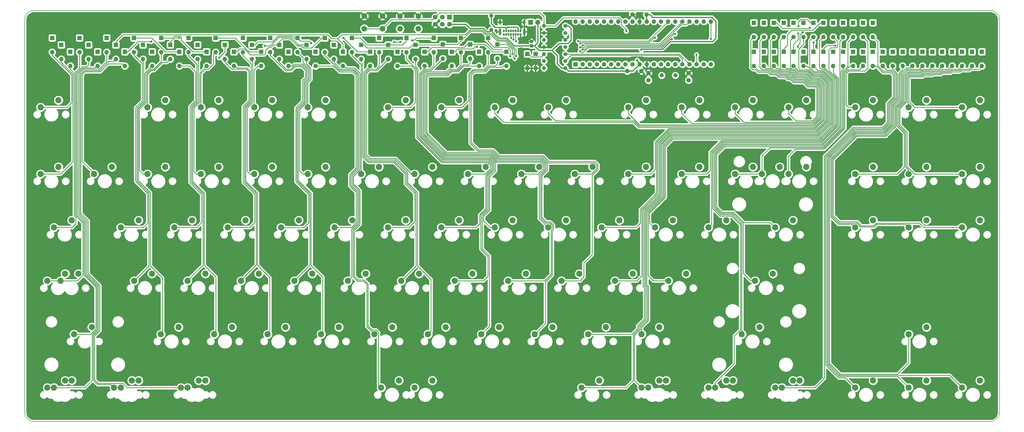
<source format=gbr>
G04 #@! TF.GenerationSoftware,KiCad,Pcbnew,(5.1.4)-1*
G04 #@! TF.CreationDate,2021-04-11T12:05:51+08:00*
G04 #@! TF.ProjectId,mysterium-pcb,6d797374-6572-4697-956d-2d7063622e6b,rev?*
G04 #@! TF.SameCoordinates,Original*
G04 #@! TF.FileFunction,Copper,L1,Top*
G04 #@! TF.FilePolarity,Positive*
%FSLAX46Y46*%
G04 Gerber Fmt 4.6, Leading zero omitted, Abs format (unit mm)*
G04 Created by KiCad (PCBNEW (5.1.4)-1) date 2021-04-11 12:05:51*
%MOMM*%
%LPD*%
G04 APERTURE LIST*
%ADD10C,0.150000*%
%ADD11C,2.200000*%
%ADD12O,1.600000X1.600000*%
%ADD13R,1.600000X1.600000*%
%ADD14C,1.500000*%
%ADD15O,0.650000X1.000000*%
%ADD16O,0.900000X2.400000*%
%ADD17O,0.900000X1.700000*%
%ADD18C,2.000000*%
%ADD19C,1.400000*%
%ADD20O,1.400000X1.400000*%
%ADD21C,1.800000*%
%ADD22R,1.800000X1.800000*%
%ADD23R,1.700000X1.700000*%
%ADD24C,1.700000*%
%ADD25C,1.600000*%
%ADD26R,1.200000X1.200000*%
%ADD27C,1.200000*%
%ADD28C,0.800000*%
%ADD29C,0.400000*%
%ADD30C,0.250000*%
%ADD31C,0.254000*%
G04 APERTURE END LIST*
D10*
X384809999Y-198619941D02*
G75*
G02X381505940Y-201930000I-3307059J-3000D01*
G01*
X381499941Y-55313501D02*
G75*
G02X384810000Y-58617560I3000J-3307059D01*
G01*
X37147501Y-58623559D02*
G75*
G02X40451560Y-55313500I3307059J3000D01*
G01*
X40457559Y-201929999D02*
G75*
G02X37147500Y-198625940I-3000J3307059D01*
G01*
X384810000Y-58617560D02*
X384809999Y-198619941D01*
X381505940Y-201930000D02*
X40457559Y-201929999D01*
X37147500Y-198625940D02*
X37147501Y-58623559D01*
X40451560Y-55313500D02*
X381499941Y-55313500D01*
D11*
X339725000Y-87312500D03*
X333375000Y-89852500D03*
X315912500Y-111125000D03*
X309562500Y-113665000D03*
X296862500Y-111125000D03*
X290512500Y-113665000D03*
D12*
X336102912Y-75134948D03*
D13*
X336102912Y-70054948D03*
D11*
X299243750Y-168281350D03*
X292893750Y-170821350D03*
X297656250Y-151765000D03*
X304006250Y-149225000D03*
D12*
X311365410Y-75134948D03*
D13*
X311365410Y-70054948D03*
D12*
X72896866Y-75134948D03*
D13*
X72896866Y-70054948D03*
D12*
X108530629Y-72654655D03*
D13*
X108530629Y-67574655D03*
D12*
X321967188Y-75134948D03*
D13*
X321967188Y-70054948D03*
D12*
X346704690Y-75134948D03*
D13*
X346704690Y-70054948D03*
D12*
X343170764Y-75134948D03*
D13*
X343170764Y-70054948D03*
D12*
X339636818Y-64760499D03*
D13*
X339636818Y-59680499D03*
D12*
X339636838Y-75134948D03*
D13*
X339636838Y-70054948D03*
D12*
X325501114Y-75134948D03*
D13*
X325501114Y-70054948D03*
D12*
X314899336Y-75134948D03*
D13*
X314899336Y-70054948D03*
D12*
X314899336Y-64760499D03*
D13*
X314899336Y-59680499D03*
D12*
X150643258Y-75134948D03*
D13*
X150643258Y-70054948D03*
D12*
X69657433Y-72654655D03*
D13*
X69657433Y-67574655D03*
D12*
X66418000Y-70174362D03*
D13*
X66418000Y-65094362D03*
D12*
X63178567Y-75134948D03*
D13*
X63178567Y-70054948D03*
D12*
X350238616Y-75134948D03*
D13*
X350238616Y-70054948D03*
D12*
X329035040Y-64760499D03*
D13*
X329035040Y-59680499D03*
D12*
X318433262Y-64760499D03*
D13*
X318433262Y-59680499D03*
D12*
X199234783Y-75134948D03*
D13*
X199234783Y-70054948D03*
D12*
X183037588Y-70174362D03*
D13*
X183037588Y-65094362D03*
D12*
X163600990Y-70174362D03*
D13*
X163600990Y-65094362D03*
D12*
X147403825Y-72654655D03*
D13*
X147403825Y-67574655D03*
D12*
X131206660Y-75134948D03*
D13*
X131206660Y-70054948D03*
D12*
X115009495Y-70174362D03*
D13*
X115009495Y-65094362D03*
D12*
X98812330Y-72654655D03*
D13*
X98812330Y-67574655D03*
D12*
X82615165Y-75134948D03*
D13*
X82615165Y-70054948D03*
D12*
X59939134Y-72654655D03*
D13*
X59939134Y-67574655D03*
D12*
X329035040Y-75134948D03*
D13*
X329035040Y-70054948D03*
D12*
X318433262Y-75134948D03*
D13*
X318433262Y-70054948D03*
D12*
X311365410Y-64760499D03*
D13*
X311365410Y-59680499D03*
D12*
X208953100Y-75134948D03*
D13*
X208953100Y-70054948D03*
D12*
X195995344Y-72453500D03*
D13*
X195995344Y-67373500D03*
D12*
X179798155Y-75134948D03*
D13*
X179798155Y-70054948D03*
D12*
X160361557Y-75134948D03*
D13*
X160361557Y-70054948D03*
D12*
X144164392Y-70174362D03*
D13*
X144164392Y-65094362D03*
D12*
X127967227Y-72654655D03*
D13*
X127967227Y-67574655D03*
D12*
X111770062Y-75134948D03*
D13*
X111770062Y-70054948D03*
D12*
X95572897Y-70174362D03*
D13*
X95572897Y-65094362D03*
D12*
X79375732Y-72654655D03*
D13*
X79375732Y-67574655D03*
D12*
X56699701Y-70174362D03*
D13*
X56699701Y-65094362D03*
D12*
X360840394Y-75134948D03*
D13*
X360840394Y-70054948D03*
D12*
X357306468Y-75134948D03*
D13*
X357306468Y-70054948D03*
D12*
X353772542Y-75134948D03*
D13*
X353772542Y-70054948D03*
D12*
X332568966Y-64760499D03*
D13*
X332568966Y-59680499D03*
D12*
X325501114Y-64760499D03*
D13*
X325501114Y-59680499D03*
D12*
X321967188Y-64760499D03*
D13*
X321967188Y-59680499D03*
D12*
X307831484Y-75134948D03*
D13*
X307831484Y-70054948D03*
D12*
X192755905Y-70174362D03*
D13*
X192755905Y-65094362D03*
D12*
X186277027Y-72453500D03*
D13*
X186277027Y-67373500D03*
D12*
X176558722Y-72654655D03*
D13*
X176558722Y-67574655D03*
D12*
X157122124Y-72654655D03*
D13*
X157122124Y-67574655D03*
D12*
X140924959Y-75134948D03*
D13*
X140924959Y-70054948D03*
D12*
X124727794Y-70174362D03*
D13*
X124727794Y-65094362D03*
D12*
X92333464Y-75134948D03*
D13*
X92333464Y-70054948D03*
D12*
X76136299Y-70174362D03*
D13*
X76136299Y-65094362D03*
D12*
X53460268Y-75134948D03*
D13*
X53460268Y-70054948D03*
D12*
X371442172Y-75134948D03*
D13*
X371442172Y-70054948D03*
D12*
X367908246Y-75134948D03*
D13*
X367908246Y-70054948D03*
D12*
X364374320Y-75134948D03*
D13*
X364374320Y-70054948D03*
D12*
X332568966Y-75134948D03*
D13*
X332568966Y-70054948D03*
D12*
X307831484Y-64760499D03*
D13*
X307831484Y-59680499D03*
D12*
X205713661Y-72453500D03*
D13*
X205713661Y-67373500D03*
D12*
X189516466Y-75134948D03*
D13*
X189516466Y-70054948D03*
D12*
X173319289Y-70174362D03*
D13*
X173319289Y-65094362D03*
D12*
X166840423Y-72654655D03*
D13*
X166840423Y-67574655D03*
D12*
X153882691Y-70174362D03*
D13*
X153882691Y-65094362D03*
D12*
X134446093Y-70174362D03*
D13*
X134446093Y-65094362D03*
D12*
X118248928Y-72654655D03*
D13*
X118248928Y-67574655D03*
D12*
X102051763Y-75134948D03*
D13*
X102051763Y-70054948D03*
D12*
X85854598Y-70174362D03*
D13*
X85854598Y-65094362D03*
D12*
X50220835Y-72654655D03*
D13*
X50220835Y-67574655D03*
D12*
X378510044Y-75134948D03*
D13*
X378510044Y-70054948D03*
D12*
X374976098Y-75134948D03*
D13*
X374976098Y-70054948D03*
D12*
X336102892Y-64760499D03*
D13*
X336102892Y-59680499D03*
D12*
X297229706Y-64760499D03*
D13*
X297229706Y-59680499D03*
D12*
X297229706Y-75134948D03*
D13*
X297229706Y-70054948D03*
D12*
X300763632Y-64760499D03*
D13*
X300763632Y-59680499D03*
D12*
X300763632Y-75134948D03*
D13*
X300763632Y-70054948D03*
D12*
X304297558Y-64760499D03*
D13*
X304297558Y-59680499D03*
D12*
X304297558Y-75134948D03*
D13*
X304297558Y-70054948D03*
D12*
X202474222Y-70174362D03*
D13*
X202474222Y-65094362D03*
D12*
X170079856Y-75134948D03*
D13*
X170079856Y-70054948D03*
D12*
X137685526Y-72654655D03*
D13*
X137685526Y-67574655D03*
D12*
X121488361Y-75134948D03*
D13*
X121488361Y-70054948D03*
D12*
X105291196Y-70174362D03*
D13*
X105291196Y-65094362D03*
D12*
X89094031Y-72654655D03*
D13*
X89094031Y-67574655D03*
D12*
X46981402Y-70174362D03*
D13*
X46981402Y-65094362D03*
D11*
X244475000Y-168275000D03*
X238125000Y-170815000D03*
X258762500Y-111125000D03*
X252412500Y-113665000D03*
D14*
X269227300Y-78447900D03*
X264347300Y-78447900D03*
D15*
X212291251Y-63897700D03*
X213991251Y-63897700D03*
X213141251Y-63897700D03*
X211441251Y-63897700D03*
X210591251Y-63897700D03*
X209741251Y-63897700D03*
X208891251Y-63897700D03*
X208041251Y-63897700D03*
X213991251Y-62572700D03*
X213136251Y-62572700D03*
X212286251Y-62572700D03*
X211436251Y-62572700D03*
X210586251Y-62572700D03*
X209736251Y-62572700D03*
X208886251Y-62572700D03*
X208036251Y-62572700D03*
D16*
X215341251Y-62917700D03*
X206691251Y-62917700D03*
D17*
X215341251Y-59537700D03*
X206691251Y-59537700D03*
D13*
X233616500Y-74485500D03*
D12*
X281876500Y-59245500D03*
X236156500Y-74485500D03*
X279336500Y-59245500D03*
X238696500Y-74485500D03*
X276796500Y-59245500D03*
X241236500Y-74485500D03*
X274256500Y-59245500D03*
X243776500Y-74485500D03*
X271716500Y-59245500D03*
X246316500Y-74485500D03*
X269176500Y-59245500D03*
X248856500Y-74485500D03*
X266636500Y-59245500D03*
X251396500Y-74485500D03*
X264096500Y-59245500D03*
X253936500Y-74485500D03*
X261556500Y-59245500D03*
X256476500Y-74485500D03*
X259016500Y-59245500D03*
X259016500Y-74485500D03*
X256476500Y-59245500D03*
X261556500Y-74485500D03*
X253936500Y-59245500D03*
X264096500Y-74485500D03*
X251396500Y-59245500D03*
X266636500Y-74485500D03*
X248856500Y-59245500D03*
X269176500Y-74485500D03*
X246316500Y-59245500D03*
X271716500Y-74485500D03*
X243776500Y-59245500D03*
X274256500Y-74485500D03*
X241236500Y-59245500D03*
X276796500Y-74485500D03*
X238696500Y-59245500D03*
X279336500Y-74485500D03*
X236156500Y-59245500D03*
X281876500Y-74485500D03*
X233616500Y-59245500D03*
D11*
X377825000Y-187325000D03*
X371475000Y-189865000D03*
X358775000Y-187325000D03*
X352425000Y-189865000D03*
X339725000Y-187325000D03*
X333375000Y-189865000D03*
X313531250Y-187325000D03*
X307181250Y-189865000D03*
X304800000Y-189865000D03*
X311150000Y-187325000D03*
X287337500Y-187325000D03*
X280987500Y-189865000D03*
X289718750Y-187325000D03*
X283368750Y-189865000D03*
X265906250Y-187325000D03*
X259556250Y-189865000D03*
X257175000Y-189865000D03*
X263525000Y-187325000D03*
X242093750Y-187325000D03*
X235743750Y-189865000D03*
X182562500Y-187325000D03*
X176212500Y-189865000D03*
X170656250Y-187325000D03*
X164306250Y-189865000D03*
X92868750Y-189865000D03*
X99218750Y-187325000D03*
X95250000Y-189865000D03*
X101600000Y-187325000D03*
X77787500Y-187325000D03*
X71437500Y-189865000D03*
X75406250Y-187325000D03*
X69056250Y-189865000D03*
X51593750Y-187325000D03*
X45243750Y-189865000D03*
X47625000Y-189865000D03*
X53975000Y-187325000D03*
X358775000Y-168275000D03*
X352425000Y-170815000D03*
X263525000Y-168275000D03*
X257175000Y-170815000D03*
X225425000Y-168275000D03*
X219075000Y-170815000D03*
X206375000Y-168275000D03*
X200025000Y-170815000D03*
X187325000Y-168275000D03*
X180975000Y-170815000D03*
X168275000Y-168275000D03*
X161925000Y-170815000D03*
X149225000Y-168275000D03*
X142875000Y-170815000D03*
X130175000Y-168275000D03*
X123825000Y-170815000D03*
X111125000Y-168275000D03*
X104775000Y-170815000D03*
X92075000Y-168275000D03*
X85725000Y-170815000D03*
X54768750Y-170815000D03*
X61118750Y-168275000D03*
X273050000Y-149225000D03*
X266700000Y-151765000D03*
X254000000Y-149225000D03*
X247650000Y-151765000D03*
X234950000Y-149225000D03*
X228600000Y-151765000D03*
X215900000Y-149225000D03*
X209550000Y-151765000D03*
X196850000Y-149225000D03*
X190500000Y-151765000D03*
X177800000Y-149225000D03*
X171450000Y-151765000D03*
X158750000Y-149225000D03*
X152400000Y-151765000D03*
X139700000Y-149225000D03*
X133350000Y-151765000D03*
X120650000Y-149225000D03*
X114300000Y-151765000D03*
X101600000Y-149225000D03*
X95250000Y-151765000D03*
X82550000Y-149225000D03*
X76200000Y-151765000D03*
X51593750Y-149225000D03*
X45243750Y-151765000D03*
X56356250Y-149225000D03*
X50006250Y-151765000D03*
X377825000Y-130175000D03*
X371475000Y-132715000D03*
X358775000Y-130175000D03*
X352425000Y-132715000D03*
X339725000Y-130175000D03*
X333375000Y-132715000D03*
X304800000Y-132715000D03*
X311150000Y-130175000D03*
X287337500Y-130175000D03*
X280987500Y-132715000D03*
X268287500Y-130175000D03*
X261937500Y-132715000D03*
X249237500Y-130175000D03*
X242887500Y-132715000D03*
X230187500Y-130175000D03*
X223837500Y-132715000D03*
X211137500Y-130175000D03*
X204787500Y-132715000D03*
X192087500Y-130175000D03*
X185737500Y-132715000D03*
X173037500Y-130175000D03*
X166687500Y-132715000D03*
X153987500Y-130175000D03*
X147637500Y-132715000D03*
X134937500Y-130175000D03*
X128587500Y-132715000D03*
X115887500Y-130175000D03*
X109537500Y-132715000D03*
X96837500Y-130175000D03*
X90487500Y-132715000D03*
X77787500Y-130175000D03*
X71437500Y-132715000D03*
X47625000Y-132715000D03*
X53975000Y-130175000D03*
X377825000Y-111125000D03*
X371475000Y-113665000D03*
X358775000Y-111125000D03*
X352425000Y-113665000D03*
X339725000Y-111125000D03*
X333375000Y-113665000D03*
X306387500Y-111125000D03*
X300037500Y-113665000D03*
X277812500Y-111125000D03*
X271462500Y-113665000D03*
X239712500Y-111125000D03*
X233362500Y-113665000D03*
X220662500Y-111125000D03*
X214312500Y-113665000D03*
X201612500Y-111125000D03*
X195262500Y-113665000D03*
X182562500Y-111125000D03*
X176212500Y-113665000D03*
X163512500Y-111125000D03*
X157162500Y-113665000D03*
X144462500Y-111125000D03*
X138112500Y-113665000D03*
X125412500Y-111125000D03*
X119062500Y-113665000D03*
X106362500Y-111125000D03*
X100012500Y-113665000D03*
X87312500Y-111125000D03*
X80962500Y-113665000D03*
X68262500Y-111125000D03*
X61912500Y-113665000D03*
X49212500Y-111125000D03*
X42862500Y-113665000D03*
X377825000Y-87312500D03*
X371475000Y-89852500D03*
X358775000Y-87312500D03*
X352425000Y-89852500D03*
X315912500Y-87312500D03*
X309562500Y-89852500D03*
X296862500Y-87312500D03*
X290512500Y-89852500D03*
X277812500Y-87312500D03*
X271462500Y-89852500D03*
X258762500Y-87312500D03*
X252412500Y-89852500D03*
X230187500Y-87312500D03*
X223837500Y-89852500D03*
X211137500Y-87312500D03*
X204787500Y-89852500D03*
X192087500Y-87312500D03*
X185737500Y-89852500D03*
X173037500Y-87312500D03*
X166687500Y-89852500D03*
X144462500Y-87312500D03*
X138112500Y-89852500D03*
X125412500Y-87312500D03*
X119062500Y-89852500D03*
X106362500Y-87312500D03*
X100012500Y-89852500D03*
X87312500Y-87312500D03*
X80962500Y-89852500D03*
X49212500Y-87312500D03*
X42862500Y-89852500D03*
D18*
X164784597Y-57289700D03*
X164784597Y-61789700D03*
X158284597Y-57289700D03*
X158284597Y-61789700D03*
D19*
X229984300Y-60820300D03*
D20*
X222364300Y-60820300D03*
D19*
X229984300Y-63331263D03*
D20*
X222364300Y-63331263D03*
D19*
X229984300Y-75886078D03*
D20*
X222364300Y-75886078D03*
D19*
X229984300Y-73375115D03*
D20*
X222364300Y-73375115D03*
D19*
X229984300Y-70864152D03*
D20*
X222364300Y-70864152D03*
D19*
X229984300Y-68353189D03*
D20*
X222364300Y-68353189D03*
D19*
X229984300Y-65842226D03*
D20*
X222364300Y-65842226D03*
D21*
X220135499Y-59524900D03*
D22*
X217595499Y-59524900D03*
D23*
X188688397Y-57696100D03*
D24*
X188688397Y-60236100D03*
X186148397Y-57696100D03*
X186148397Y-60236100D03*
X183608397Y-57696100D03*
X183608397Y-60236100D03*
D19*
X203515397Y-57178100D03*
X203515397Y-62278100D03*
D12*
X219367100Y-75882500D03*
D13*
X219367100Y-70802500D03*
D12*
X216420700Y-75882500D03*
D13*
X216420700Y-70802500D03*
D25*
X257082300Y-76923900D03*
X252082300Y-76923900D03*
X253940300Y-56756300D03*
X258940300Y-56756300D03*
D26*
X217945459Y-67911544D03*
D27*
X217945459Y-66411544D03*
D25*
X259626100Y-77700500D03*
X259626100Y-80200500D03*
X273951700Y-77700500D03*
X273951700Y-80200500D03*
D18*
X177523197Y-57315100D03*
X177523197Y-61815100D03*
X171023197Y-57315100D03*
X171023197Y-61815100D03*
D28*
X247078500Y-124320300D03*
X244005100Y-145681700D03*
X184035700Y-86677500D03*
X356505046Y-72656700D03*
X120764300Y-67652900D03*
X113652300Y-73164700D03*
X179235100Y-66484500D03*
X181825900Y-72478900D03*
X198920100Y-65468500D03*
X185102500Y-75730100D03*
X193890900Y-72301100D03*
X203669900Y-73723500D03*
X158813500Y-72682100D03*
X80581500Y-75831700D03*
X79489300Y-70472300D03*
X63131700Y-65163700D03*
X73215500Y-66687700D03*
X111975900Y-67221100D03*
X117767100Y-65468500D03*
X166611300Y-70091300D03*
X227647500Y-69532500D03*
X214490300Y-66586100D03*
X266230100Y-62395100D03*
X253276100Y-69659500D03*
X253199900Y-72326500D03*
X214312500Y-68745100D03*
X230289100Y-78371700D03*
X186728100Y-65163700D03*
X198259700Y-59550300D03*
X138315700Y-64935100D03*
X298970700Y-62242700D03*
X340855300Y-62090300D03*
X253580900Y-62547500D03*
X257060700Y-56375300D03*
X261658100Y-56476900D03*
X379492046Y-72402700D03*
X293763700Y-63182500D03*
X275399500Y-62826900D03*
X126631700Y-70700900D03*
X153835100Y-74053700D03*
X165036500Y-66687700D03*
X159016700Y-65316100D03*
X291706300Y-57518300D03*
X276745700Y-71081900D03*
X257035300Y-69303900D03*
X255562100Y-73063100D03*
X210654900Y-65138300D03*
X211506910Y-65712784D03*
X251701300Y-62674500D03*
X212407500Y-66306700D03*
X122796300Y-67957700D03*
X92265500Y-65163700D03*
X235281549Y-68429223D03*
X317157100Y-61455300D03*
X210299300Y-71640700D03*
X326224900Y-67805300D03*
X82283300Y-66433700D03*
X198488300Y-68287900D03*
X236135755Y-67867331D03*
X139382500Y-66967100D03*
X211061300Y-70802500D03*
X106489500Y-72174100D03*
X211888283Y-72466852D03*
X235302560Y-66979211D03*
X261912100Y-65011300D03*
X150863300Y-65112900D03*
X236108519Y-69317710D03*
X269100300Y-63690500D03*
X318528700Y-66713100D03*
X267931900Y-65570100D03*
X235273468Y-69901910D03*
X168922700Y-66586100D03*
X171157900Y-66586100D03*
X175348900Y-65976500D03*
X313067700Y-63538100D03*
X313143900Y-60921900D03*
X312940700Y-68287900D03*
X212390157Y-71601898D03*
X234565373Y-66254201D03*
X314642500Y-63131700D03*
X281876500Y-65493900D03*
D29*
X213991251Y-64797700D02*
X213991251Y-63897700D01*
X215605096Y-66411544D02*
X213991251Y-64797700D01*
X217945459Y-66411544D02*
X215605096Y-66411544D01*
X255071670Y-56756300D02*
X256451100Y-58135730D01*
X253940300Y-56756300D02*
X255071670Y-56756300D01*
X256451100Y-59220100D02*
X256476500Y-59245500D01*
X256451100Y-58135730D02*
X256451100Y-59220100D01*
X253199900Y-72326500D02*
X253599899Y-71926501D01*
X257588871Y-71926501D02*
X257054299Y-71926501D01*
X259016500Y-73354130D02*
X257588871Y-71926501D01*
X259016500Y-74485500D02*
X259016500Y-73354130D01*
X253599899Y-71926501D02*
X257054299Y-71926501D01*
X257054299Y-71926501D02*
X257498901Y-71926501D01*
D30*
X216548302Y-68745100D02*
X217893900Y-70090698D01*
X214312500Y-68745100D02*
X216548302Y-68745100D01*
X217893900Y-70090698D02*
X217893900Y-70777100D01*
X276796500Y-74485500D02*
X276796500Y-71132700D01*
X276796500Y-71132700D02*
X276745700Y-71081900D01*
D29*
X206235300Y-65239900D02*
X209080100Y-65239900D01*
X211751744Y-67911544D02*
X217945459Y-67911544D01*
X209080100Y-65239900D02*
X211751744Y-67911544D01*
X218945459Y-67911544D02*
X220591815Y-69557900D01*
X217945459Y-67911544D02*
X218945459Y-67911544D01*
X225259900Y-69557900D02*
X227114100Y-71412100D01*
X227114100Y-71412100D02*
X227114100Y-74307700D01*
X228692478Y-75886078D02*
X229984300Y-75886078D01*
X227114100Y-74307700D02*
X228692478Y-75886078D01*
X224497900Y-69557900D02*
X225259900Y-69557900D01*
X220591815Y-69557900D02*
X224497900Y-69557900D01*
X218956056Y-67911544D02*
X218945459Y-67911544D01*
X220135499Y-66732101D02*
X218956056Y-67911544D01*
X220135499Y-59524900D02*
X220135499Y-66732101D01*
X231022122Y-76923900D02*
X252082300Y-76923900D01*
X229984300Y-75886078D02*
X231022122Y-76923900D01*
X254038100Y-76923900D02*
X256476500Y-74485500D01*
X252082300Y-76923900D02*
X254038100Y-76923900D01*
X203515397Y-62278100D02*
X203515397Y-62295603D01*
X203515397Y-62295603D02*
X202857100Y-62953900D01*
X202857100Y-62953900D02*
X202018900Y-62953900D01*
X202018900Y-62953900D02*
X200825100Y-61760100D01*
X200825100Y-61760100D02*
X196049900Y-61760100D01*
X194525900Y-60236100D02*
X188688397Y-60236100D01*
X196049900Y-61760100D02*
X194525900Y-60236100D01*
X203515397Y-62278100D02*
X203515397Y-62519997D01*
X203515397Y-62519997D02*
X204482700Y-63487300D01*
X204215396Y-63219996D02*
X204482700Y-63487300D01*
X204482700Y-63487300D02*
X206235300Y-65239900D01*
X258940300Y-59169300D02*
X259016500Y-59245500D01*
X258940300Y-56756300D02*
X258940300Y-59169300D01*
X256679700Y-74282300D02*
X256476500Y-74485500D01*
X258940300Y-56756300D02*
X260159500Y-56756300D01*
X260159500Y-56756300D02*
X261124700Y-57721500D01*
X256476500Y-74485500D02*
X256476500Y-73977500D01*
X256476500Y-73977500D02*
X255562100Y-73063100D01*
X257035300Y-69303900D02*
X257263900Y-69075300D01*
X257263900Y-69075300D02*
X264680700Y-69075300D01*
X264680700Y-69075300D02*
X267373100Y-66382900D01*
X231051100Y-60820300D02*
X229984300Y-60820300D01*
X231965500Y-61734700D02*
X231051100Y-60820300D01*
X231965500Y-65976500D02*
X231965500Y-61734700D01*
X230898700Y-67043300D02*
X231965500Y-65976500D01*
X227774500Y-67043300D02*
X230898700Y-67043300D01*
X225259900Y-69557900D02*
X227774500Y-67043300D01*
X261124700Y-57721500D02*
X282232100Y-57721500D01*
X282232100Y-57721500D02*
X283679900Y-59169300D01*
X283679900Y-59169300D02*
X283679900Y-65189100D01*
X282486100Y-66382900D02*
X276974300Y-66382900D01*
X283679900Y-65189100D02*
X282486100Y-66382900D01*
X267373100Y-66382900D02*
X276974300Y-66382900D01*
X276974300Y-66382900D02*
X277558500Y-66382900D01*
D30*
X46981402Y-71305732D02*
X46981402Y-70174362D01*
X53936900Y-78261230D02*
X46981402Y-71305732D01*
X53936900Y-88125300D02*
X53936900Y-78261230D01*
X52209700Y-89852500D02*
X53936900Y-88125300D01*
X42862500Y-89852500D02*
X52209700Y-89852500D01*
X87923586Y-73825100D02*
X89094031Y-72654655D01*
X86245700Y-73825100D02*
X87923586Y-73825100D01*
X83350100Y-76720700D02*
X86245700Y-73825100D01*
X82334100Y-76720700D02*
X83350100Y-76720700D01*
X80962500Y-89852500D02*
X80962500Y-78092300D01*
X80962500Y-78092300D02*
X82334100Y-76720700D01*
X100012500Y-89852500D02*
X100012500Y-88296866D01*
X104491197Y-74360516D02*
X102588213Y-76263500D01*
X105291196Y-70174362D02*
X104491197Y-70974361D01*
X104491197Y-70974361D02*
X104491197Y-74360516D01*
X102588213Y-76263500D02*
X101587300Y-76263500D01*
X100012500Y-77838300D02*
X100012500Y-89852500D01*
X101587300Y-76263500D02*
X100012500Y-77838300D01*
X120356991Y-75134948D02*
X118960900Y-76531039D01*
X121488361Y-75134948D02*
X120356991Y-75134948D01*
X118960900Y-76531039D02*
X118960900Y-84467700D01*
X118960900Y-84467700D02*
X118960900Y-84772500D01*
X118960900Y-89750900D02*
X119062500Y-89852500D01*
X118960900Y-84467700D02*
X118960900Y-89750900D01*
X137685526Y-74429874D02*
X137685526Y-72654655D01*
X138112500Y-89852500D02*
X138137900Y-89827100D01*
X138137900Y-89827100D02*
X138137900Y-81038700D01*
X138137900Y-81038700D02*
X139179300Y-79997300D01*
X139179300Y-79997300D02*
X139179300Y-75933300D01*
X139179300Y-75933300D02*
X137680700Y-74434700D01*
X137680700Y-74434700D02*
X137685526Y-74429874D01*
X175156652Y-75134948D02*
X170079856Y-75134948D01*
X176491900Y-76470196D02*
X175156652Y-75134948D01*
X176491900Y-88099900D02*
X176491900Y-76470196D01*
X174739300Y-89852500D02*
X176491900Y-88099900D01*
X166687500Y-89852500D02*
X174739300Y-89852500D01*
X202474222Y-74788422D02*
X202474222Y-70174362D01*
X185737500Y-89852500D02*
X193154300Y-89852500D01*
X193154300Y-89852500D02*
X195516500Y-87490300D01*
X195516500Y-87490300D02*
X195516500Y-77889100D01*
X195516500Y-77889100D02*
X197116700Y-76288900D01*
X197116700Y-76288900D02*
X200973744Y-76288900D01*
X200973744Y-76288900D02*
X202474222Y-74788422D01*
X204787500Y-92023502D02*
X207950498Y-95186500D01*
X204787500Y-89852500D02*
X204787500Y-92023502D01*
X207950498Y-95186500D02*
X254266700Y-95186500D01*
X254266700Y-95186500D02*
X256095500Y-97015300D01*
X256095500Y-97015300D02*
X318833500Y-97015300D01*
X318833500Y-97015300D02*
X318884300Y-97015300D01*
X318884300Y-97015300D02*
X321830700Y-94068900D01*
X321830700Y-94068900D02*
X321881500Y-94018100D01*
X321881500Y-87896699D02*
X321884854Y-87893345D01*
X321881500Y-94018100D02*
X321881500Y-87896699D01*
X321884854Y-86953546D02*
X321884856Y-86953544D01*
X321884854Y-87893345D02*
X321884854Y-86953546D01*
X305146710Y-75984100D02*
X304297558Y-75134948D01*
X306260500Y-75984100D02*
X305146710Y-75984100D01*
X309460900Y-76873100D02*
X307149500Y-76873100D01*
X310248300Y-77660500D02*
X309460900Y-76873100D01*
X311238900Y-77660500D02*
X310248300Y-77660500D01*
X307149500Y-76873100D02*
X306260500Y-75984100D01*
X320263848Y-80310048D02*
X317444448Y-80310048D01*
X321884854Y-86953546D02*
X321884854Y-81931054D01*
X321884854Y-81931054D02*
X320263848Y-80310048D01*
X317444448Y-80310048D02*
X315861700Y-78727300D01*
X315861700Y-78727300D02*
X312305700Y-78727300D01*
X312305700Y-78727300D02*
X311238900Y-77660500D01*
X303034700Y-66023357D02*
X304297558Y-64760499D01*
X303034700Y-75537092D02*
X303034700Y-66023357D01*
X303938908Y-76441300D02*
X303034700Y-75537092D01*
X306057300Y-76441300D02*
X303938908Y-76441300D01*
X306946300Y-77330300D02*
X306057300Y-76441300D01*
X309257700Y-77330300D02*
X306946300Y-77330300D01*
X318655700Y-96558100D02*
X321431489Y-93782311D01*
X256298700Y-96558100D02*
X318655700Y-96558100D01*
X254458101Y-94717501D02*
X256298700Y-96558100D01*
X317234059Y-80760059D02*
X315683900Y-79209900D01*
X223837500Y-89852500D02*
X223837500Y-92023502D01*
X223837500Y-92023502D02*
X226531499Y-94717501D01*
X321431489Y-93782311D02*
X321431489Y-87710300D01*
X321431489Y-87710300D02*
X321434844Y-87706945D01*
X310045100Y-78117700D02*
X309257700Y-77330300D01*
X321434844Y-87706945D02*
X321434844Y-82141444D01*
X226531499Y-94717501D02*
X254458101Y-94717501D01*
X311035700Y-78117700D02*
X310045100Y-78117700D01*
X321434844Y-82141444D02*
X320053459Y-80760059D01*
X320053459Y-80760059D02*
X317234059Y-80760059D01*
X312127900Y-79209900D02*
X311035700Y-78117700D01*
X315683900Y-79209900D02*
X312127900Y-79209900D01*
X303720500Y-76898500D02*
X302755300Y-75933300D01*
X305854100Y-76898500D02*
X303720500Y-76898500D01*
X309054500Y-77787500D02*
X306743100Y-77787500D01*
X309841900Y-78574900D02*
X309054500Y-77787500D01*
X310832500Y-78574900D02*
X309841900Y-78574900D01*
X311924700Y-79667100D02*
X310832500Y-78574900D01*
X315480700Y-79667100D02*
X311924700Y-79667100D01*
X317023670Y-81210070D02*
X315480700Y-79667100D01*
X320981478Y-82348478D02*
X319843070Y-81210070D01*
X320981478Y-93571922D02*
X320981478Y-82348478D01*
X319843070Y-81210070D02*
X317023670Y-81210070D01*
X256489898Y-96100900D02*
X318452500Y-96100900D01*
X306743100Y-77787500D02*
X305854100Y-76898500D01*
X318452500Y-96100900D02*
X320981478Y-93571922D01*
X252412500Y-92023502D02*
X256489898Y-96100900D01*
X252412500Y-89852500D02*
X252412500Y-92023502D01*
X302755300Y-75933300D02*
X301485300Y-75933300D01*
X301485300Y-75933300D02*
X300763632Y-75211632D01*
X300763632Y-75211632D02*
X300763632Y-75134948D01*
X299275500Y-75603100D02*
X299275500Y-66248631D01*
X300062900Y-76390500D02*
X299275500Y-75603100D01*
X302552100Y-76390500D02*
X300062900Y-76390500D01*
X320531467Y-82558867D02*
X319632681Y-81660081D01*
X320531467Y-93361533D02*
X320531467Y-82558867D01*
X318249300Y-95643700D02*
X320531467Y-93361533D01*
X275082698Y-95643700D02*
X318249300Y-95643700D01*
X271462500Y-89852500D02*
X271462500Y-92023502D01*
X311721500Y-80124300D02*
X310654700Y-79057500D01*
X271462500Y-92023502D02*
X275082698Y-95643700D01*
X319632681Y-81660081D02*
X316787881Y-81660081D01*
X316787881Y-81660081D02*
X315252100Y-80124300D01*
X315252100Y-80124300D02*
X311721500Y-80124300D01*
X310654700Y-79057500D02*
X309664100Y-79057500D01*
X309664100Y-79057500D02*
X308851300Y-78244700D01*
X308851300Y-78244700D02*
X306539900Y-78244700D01*
X306539900Y-78244700D02*
X305650900Y-77355700D01*
X305650900Y-77355700D02*
X303517300Y-77355700D01*
X299275500Y-66248631D02*
X300763632Y-64760499D01*
X303517300Y-77355700D02*
X302552100Y-76390500D01*
X293675498Y-95186500D02*
X290512500Y-92023502D01*
X320081456Y-91233099D02*
X320081456Y-93151144D01*
X320081456Y-93151144D02*
X318046100Y-95186500D01*
X318046100Y-95186500D02*
X293675498Y-95186500D01*
X290512500Y-92023502D02*
X290512500Y-91408134D01*
X290512500Y-91408134D02*
X290512500Y-89852500D01*
X320081456Y-91233099D02*
X320081457Y-91233099D01*
X320081457Y-91233099D02*
X320081457Y-87131343D01*
X320081457Y-87131343D02*
X320081457Y-86982300D01*
X298942458Y-76847700D02*
X297229706Y-75134948D01*
X303314100Y-77812900D02*
X302348900Y-76847700D01*
X308648100Y-78701900D02*
X306336700Y-78701900D01*
X309460900Y-79514700D02*
X308648100Y-78701900D01*
X311518300Y-80581500D02*
X310451500Y-79514700D01*
X310451500Y-79514700D02*
X309460900Y-79514700D01*
X306336700Y-78701900D02*
X305447700Y-77812900D01*
X320081457Y-82769257D02*
X319443100Y-82130900D01*
X320081457Y-87131343D02*
X320081457Y-82769257D01*
X305447700Y-77812900D02*
X303314100Y-77812900D01*
X319443100Y-82130900D02*
X316598300Y-82130900D01*
X316598300Y-82130900D02*
X315048900Y-80581500D01*
X315048900Y-80581500D02*
X311518300Y-80581500D01*
X302348900Y-76847700D02*
X298942458Y-76847700D01*
X309562500Y-92023502D02*
X309562500Y-91408134D01*
X309562500Y-91408134D02*
X309562500Y-89852500D01*
X319631445Y-91419499D02*
X319631445Y-92952557D01*
X312256499Y-94717501D02*
X309562500Y-92023502D01*
X319631445Y-92952557D02*
X317866501Y-94717501D01*
X317866501Y-94717501D02*
X312256499Y-94717501D01*
X319631445Y-87073355D02*
X319631447Y-87073353D01*
X319631445Y-91419499D02*
X319631445Y-87073355D01*
X296429707Y-65560498D02*
X297229706Y-64760499D01*
X296104705Y-65885500D02*
X296429707Y-65560498D01*
X296104705Y-75674949D02*
X296104705Y-65885500D01*
X311315100Y-81038700D02*
X310248300Y-79971900D01*
X314845700Y-81038700D02*
X311315100Y-81038700D01*
X316395100Y-82588100D02*
X314845700Y-81038700D01*
X319631445Y-82979645D02*
X319239900Y-82588100D01*
X306133500Y-79159100D02*
X305244500Y-78270100D01*
X319631445Y-87073355D02*
X319631445Y-82979645D01*
X310248300Y-79971900D02*
X309257700Y-79971900D01*
X308444900Y-79159100D02*
X306133500Y-79159100D01*
X319239900Y-82588100D02*
X316395100Y-82588100D01*
X305244500Y-78270100D02*
X303110900Y-78270100D01*
X303110900Y-78270100D02*
X302145700Y-77304900D01*
X309257700Y-79971900D02*
X308444900Y-79159100D01*
X296790578Y-76360822D02*
X296104705Y-75674949D01*
X302145700Y-77304900D02*
X298742100Y-77304900D01*
X297798022Y-76360822D02*
X296790578Y-76360822D01*
X298742100Y-77304900D02*
X297798022Y-76360822D01*
X331279500Y-89852500D02*
X330898500Y-89852500D01*
X333375000Y-89852500D02*
X331279500Y-89852500D01*
X330898500Y-89852500D02*
X330096720Y-89050720D01*
X330096720Y-89050720D02*
X330096720Y-77779300D01*
X330096720Y-77779300D02*
X330972010Y-76904010D01*
X335845990Y-76904010D02*
X336734990Y-76904010D01*
X330972010Y-76904010D02*
X335845990Y-76904010D01*
X336734990Y-76904010D02*
X337820000Y-75819000D01*
X337820000Y-66477607D02*
X336102892Y-64760499D01*
X337820000Y-75819000D02*
X337820000Y-66477607D01*
X373796746Y-76314300D02*
X374976098Y-75134948D01*
X370906846Y-76314300D02*
X373796746Y-76314300D01*
X364252046Y-77228700D02*
X367122246Y-77228700D01*
X363769446Y-77711300D02*
X364252046Y-77228700D01*
X360924646Y-77711300D02*
X363769446Y-77711300D01*
X367122246Y-77228700D02*
X367604846Y-76746100D01*
X357648046Y-78092300D02*
X360543646Y-78092300D01*
X367604846Y-76746100D02*
X370475046Y-76746100D01*
X352425000Y-89852500D02*
X352425000Y-88392000D01*
X370475046Y-76746100D02*
X370906846Y-76314300D01*
X352009246Y-87976246D02*
X352009246Y-79362300D01*
X352425000Y-88392000D02*
X352009246Y-87976246D01*
X352009246Y-79362300D02*
X352796646Y-78574900D01*
X360543646Y-78092300D02*
X360924646Y-77711300D01*
X352796646Y-78574900D02*
X357165446Y-78574900D01*
X357165446Y-78574900D02*
X357648046Y-78092300D01*
X371475000Y-89852500D02*
X354534002Y-89852500D01*
X352999846Y-79032100D02*
X352466446Y-79565500D01*
X373980246Y-76771500D02*
X371110046Y-76771500D01*
X374488246Y-76263500D02*
X373980246Y-76771500D01*
X377381492Y-76263500D02*
X374488246Y-76263500D01*
X378510044Y-75134948D02*
X377381492Y-76263500D01*
X352466446Y-79565500D02*
X352466446Y-87784944D01*
X354534002Y-89852500D02*
X352876251Y-88194749D01*
X370678246Y-77203300D02*
X367808046Y-77203300D01*
X371110046Y-76771500D02*
X370678246Y-77203300D01*
X367808046Y-77203300D02*
X367325446Y-77685900D01*
X364455246Y-77685900D02*
X363972646Y-78168500D01*
X367325446Y-77685900D02*
X364455246Y-77685900D01*
X363972646Y-78168500D02*
X361127846Y-78168500D01*
X361127846Y-78168500D02*
X360746846Y-78549500D01*
X360746846Y-78549500D02*
X357851246Y-78549500D01*
X357851246Y-78549500D02*
X357368646Y-79032100D01*
X352466446Y-87784944D02*
X352876251Y-88194749D01*
X357368646Y-79032100D02*
X352999846Y-79032100D01*
X42862500Y-113665000D02*
X49961800Y-113665000D01*
X49961800Y-113665000D02*
X54394100Y-109232700D01*
X54394100Y-109232700D02*
X54394100Y-83375500D01*
X54394100Y-83375500D02*
X54394100Y-83121500D01*
X50220835Y-73786025D02*
X50220835Y-72654655D01*
X54394100Y-77959290D02*
X50220835Y-73786025D01*
X54394100Y-83375500D02*
X54394100Y-77959290D01*
X57645300Y-109105700D02*
X61912500Y-113372900D01*
X72896866Y-75134948D02*
X72096867Y-74334949D01*
X72096867Y-74334949D02*
X66965251Y-74334949D01*
X66965251Y-74334949D02*
X64122300Y-77177900D01*
X64122300Y-77177900D02*
X58686700Y-77177900D01*
X58686700Y-77177900D02*
X57645300Y-78219300D01*
X61912500Y-113372900D02*
X61912500Y-113665000D01*
X57645300Y-78219300D02*
X57645300Y-109105700D01*
X85854598Y-71305732D02*
X85854598Y-70174362D01*
X85854598Y-73560517D02*
X85854598Y-71305732D01*
X82130900Y-76263500D02*
X83151615Y-76263500D01*
X83151615Y-76263500D02*
X85854598Y-73560517D01*
X79406866Y-113665000D02*
X78117700Y-112375834D01*
X78117700Y-112375834D02*
X78117700Y-90538300D01*
X78117700Y-90538300D02*
X80505300Y-88150700D01*
X80505300Y-88150700D02*
X80505300Y-77889100D01*
X80962500Y-113665000D02*
X79406866Y-113665000D01*
X80505300Y-77889100D02*
X82130900Y-76263500D01*
X100012500Y-113665000D02*
X98456866Y-113665000D01*
X97567499Y-112775633D02*
X97567499Y-90062301D01*
X97567499Y-90062301D02*
X99555300Y-88074500D01*
X100239255Y-76947455D02*
X102051763Y-75134948D01*
X98456866Y-113665000D02*
X97567499Y-112775633D01*
X99555300Y-88074500D02*
X99555300Y-77631410D01*
X99555300Y-77631410D02*
X100239255Y-76947455D01*
X118503700Y-72909427D02*
X118248928Y-72654655D01*
X118503700Y-88049100D02*
X118503700Y-72909427D01*
X116515899Y-90036901D02*
X118503700Y-88049100D01*
X116515899Y-112674033D02*
X116515899Y-90036901D01*
X119062500Y-113665000D02*
X117506866Y-113665000D01*
X117506866Y-113665000D02*
X116515899Y-112674033D01*
X138137900Y-113728500D02*
X138137900Y-113741200D01*
X136385300Y-73799700D02*
X136385300Y-72113569D01*
X136385300Y-72113569D02*
X134446093Y-70174362D01*
X137680700Y-88150700D02*
X137680700Y-80835500D01*
X137680700Y-80835500D02*
X138722100Y-79794100D01*
X138722100Y-79794100D02*
X138722100Y-76136500D01*
X138722100Y-76136500D02*
X136385300Y-73799700D01*
X136398000Y-113665000D02*
X135208030Y-112475030D01*
X136779000Y-113665000D02*
X136398000Y-113665000D01*
X138112500Y-113665000D02*
X136779000Y-113665000D01*
X135208030Y-90623370D02*
X135902700Y-89928700D01*
X135208030Y-112475030D02*
X135208030Y-90623370D01*
X135902700Y-89928700D02*
X137680700Y-88150700D01*
X153882691Y-71305732D02*
X153882691Y-70174362D01*
X157162500Y-74585541D02*
X153882691Y-71305732D01*
X157162500Y-113665000D02*
X157162500Y-74585541D01*
X162914839Y-76580239D02*
X166840423Y-72654655D01*
X162785118Y-76709960D02*
X162914839Y-76580239D01*
X160119640Y-76709960D02*
X162785118Y-76709960D01*
X169481500Y-108064300D02*
X160261300Y-108064300D01*
X176212500Y-113665000D02*
X175082200Y-113665000D01*
X175082200Y-113665000D02*
X169481500Y-108064300D01*
X160261300Y-108064300D02*
X158991300Y-106794300D01*
X158991300Y-106794300D02*
X158991300Y-77838300D01*
X158991300Y-77838300D02*
X160119640Y-76709960D01*
X203238100Y-111848900D02*
X203238100Y-110511164D01*
X203238100Y-110511164D02*
X202311879Y-109584944D01*
X201422000Y-113665000D02*
X203238100Y-111848900D01*
X195262500Y-113665000D02*
X201422000Y-113665000D01*
X202311879Y-109584944D02*
X186401256Y-109584944D01*
X186401256Y-109584944D02*
X186152100Y-109584944D01*
X173319289Y-72659089D02*
X173319289Y-70174362D01*
X176949100Y-76288900D02*
X173319289Y-72659089D01*
X176949100Y-100596700D02*
X176949100Y-76288900D01*
X185937344Y-109584944D02*
X176949100Y-100596700D01*
X186401256Y-109584944D02*
X185937344Y-109584944D01*
X220167200Y-113665000D02*
X222087501Y-111744699D01*
X222087501Y-111744699D02*
X222087501Y-110454501D01*
X222087501Y-110454501D02*
X221043500Y-109410500D01*
X221043500Y-109410500D02*
X205319490Y-109410500D01*
X203236690Y-107327700D02*
X186982100Y-107327700D01*
X186982100Y-107327700D02*
X179235100Y-99580700D01*
X179235100Y-99580700D02*
X179235100Y-78422500D01*
X180479700Y-77177900D02*
X187473514Y-77177900D01*
X187473514Y-77177900D02*
X188716467Y-75934947D01*
X188716467Y-75934947D02*
X189516466Y-75134948D01*
X179235100Y-78422500D02*
X180479700Y-77177900D01*
X205319490Y-109410500D02*
X203236690Y-107327700D01*
X214312500Y-113665000D02*
X220167200Y-113665000D01*
X205713661Y-74321339D02*
X205713661Y-72453500D01*
X223913700Y-109639100D02*
X221856300Y-107581700D01*
X240322100Y-109639100D02*
X223913700Y-109639100D01*
X201180700Y-76746100D02*
X202831700Y-75095100D01*
X241137501Y-110454501D02*
X240322100Y-109639100D01*
X241137501Y-111809001D02*
X241137501Y-110454501D01*
X221856300Y-107581700D02*
X206108300Y-107581700D01*
X239281502Y-113665000D02*
X241137501Y-111809001D01*
X233362500Y-113665000D02*
X239281502Y-113665000D01*
X197319900Y-76746100D02*
X201180700Y-76746100D01*
X206108300Y-107581700D02*
X204025500Y-105498900D01*
X204025500Y-105498900D02*
X198793100Y-105498900D01*
X195973700Y-78092300D02*
X197319900Y-76746100D01*
X198793100Y-105498900D02*
X195973700Y-102679500D01*
X202831700Y-75095100D02*
X204939900Y-75095100D01*
X195973700Y-102679500D02*
X195973700Y-78092300D01*
X204939900Y-75095100D02*
X205713661Y-74321339D01*
X322356909Y-81742709D02*
X320474237Y-79860037D01*
X316064900Y-78270100D02*
X312534300Y-78270100D01*
X311467500Y-77203300D02*
X310451500Y-77203300D01*
X309664100Y-76415900D02*
X307352700Y-76415900D01*
X306616100Y-65975883D02*
X307831484Y-64760499D01*
X312534300Y-78270100D02*
X311467500Y-77203300D01*
X307352700Y-76415900D02*
X306616100Y-75679300D01*
X317654837Y-79860037D02*
X316064900Y-78270100D01*
X320474237Y-79860037D02*
X317654837Y-79860037D01*
X322356909Y-94201681D02*
X322356909Y-81742709D01*
X306616100Y-75679300D02*
X306616100Y-65975883D01*
X252412500Y-113665000D02*
X260400800Y-113665000D01*
X310451500Y-77203300D02*
X309664100Y-76415900D01*
X319078901Y-97479689D02*
X322356909Y-94201681D01*
X266777478Y-97479689D02*
X319078901Y-97479689D01*
X262027491Y-102229677D02*
X266777478Y-97479689D01*
X262027491Y-112038309D02*
X262027491Y-102229677D01*
X260400800Y-113665000D02*
X262027491Y-112038309D01*
X277317200Y-113665000D02*
X271462500Y-113665000D01*
X280009600Y-113665000D02*
X279857200Y-113665000D01*
X279857200Y-113665000D02*
X277317200Y-113665000D01*
X322124548Y-75134948D02*
X321967188Y-75134948D01*
X280339800Y-113665000D02*
X281622500Y-112382300D01*
X279857200Y-113665000D02*
X280339800Y-113665000D01*
X281622500Y-112382300D02*
X281622500Y-105727500D01*
X281622500Y-105727500D02*
X285744489Y-101605511D01*
X285744489Y-101605511D02*
X320847289Y-101605511D01*
X320847289Y-101605511D02*
X326460690Y-95992110D01*
X326460690Y-80639490D02*
X326460690Y-79928290D01*
X326460690Y-80472710D02*
X326460690Y-80639490D01*
X326460690Y-95992110D02*
X326460690Y-80817290D01*
X326460690Y-80817290D02*
X326460690Y-80639490D01*
X321967188Y-75434788D02*
X322491100Y-75958700D01*
X321967188Y-75134948D02*
X321967188Y-75434788D01*
X326460690Y-79928290D02*
X322491100Y-75958700D01*
X326460690Y-80817290D02*
X326460690Y-79928290D01*
X322072000Y-104343200D02*
X329196700Y-97218500D01*
X302895000Y-104343200D02*
X322072000Y-104343200D01*
X300037500Y-107200700D02*
X302895000Y-104343200D01*
X300037500Y-113665000D02*
X300037500Y-107200700D01*
X329196700Y-97218500D02*
X329196700Y-86880700D01*
X329196700Y-86880700D02*
X329196700Y-86626700D01*
X329196700Y-77406500D02*
X329196700Y-86880700D01*
X331468252Y-75134948D02*
X329196700Y-77406500D01*
X332568966Y-75134948D02*
X331468252Y-75134948D01*
X292068134Y-113665000D02*
X300037500Y-113665000D01*
X290512500Y-113665000D02*
X292068134Y-113665000D01*
X348005400Y-113665000D02*
X333375000Y-113665000D01*
X350862900Y-111112300D02*
X348310200Y-113665000D01*
X348310200Y-113665000D02*
X348005400Y-113665000D01*
X352187046Y-77203300D02*
X350637646Y-78752700D01*
X350862900Y-99123500D02*
X350862900Y-111112300D01*
X364374320Y-75134948D02*
X363177407Y-76331861D01*
X363177407Y-76331861D02*
X360297485Y-76331861D01*
X360297485Y-76331861D02*
X359908646Y-76720700D01*
X359908646Y-76720700D02*
X357038446Y-76720700D01*
X357038446Y-76720700D02*
X356555846Y-77203300D01*
X356555846Y-77203300D02*
X352187046Y-77203300D01*
X350637646Y-78752700D02*
X350637646Y-87636534D01*
X350637646Y-87636534D02*
X348349980Y-89924200D01*
X348349980Y-96610580D02*
X348500700Y-96761300D01*
X348349980Y-89924200D02*
X348349980Y-96610580D01*
X348500700Y-96761300D02*
X350862900Y-99123500D01*
X352425000Y-113665000D02*
X352425000Y-113157000D01*
X363845646Y-76314300D02*
X366728894Y-76314300D01*
X363363046Y-76796900D02*
X363845646Y-76314300D01*
X360492846Y-76796900D02*
X363363046Y-76796900D01*
X360111846Y-77177900D02*
X360492846Y-76796900D01*
X356744668Y-77674878D02*
X357241646Y-77177900D01*
X366728894Y-76314300D02*
X367908246Y-75134948D01*
X352375868Y-77674878D02*
X356744668Y-77674878D01*
X352425000Y-113665000D02*
X352425000Y-112217200D01*
X352425000Y-112217200D02*
X351325001Y-111117201D01*
X351325001Y-111117201D02*
X351325001Y-98949191D01*
X357241646Y-77177900D02*
X360111846Y-77177900D01*
X351094846Y-78955900D02*
X352375868Y-77674878D01*
X351094846Y-78955900D02*
X351094846Y-87815744D01*
X351094846Y-87815744D02*
X348799990Y-90110600D01*
X348799990Y-96424180D02*
X349136405Y-96760595D01*
X348799990Y-90110600D02*
X348799990Y-96424180D01*
X351325001Y-98949191D02*
X349136405Y-96760595D01*
X351777300Y-110908298D02*
X351777300Y-98742500D01*
X354534002Y-113665000D02*
X351777300Y-110908298D01*
X371475000Y-113665000D02*
X354534002Y-113665000D01*
X349250000Y-96215200D02*
X349275400Y-96240600D01*
X366919046Y-76771500D02*
X364048846Y-76771500D01*
X367401646Y-76288900D02*
X366919046Y-76771500D01*
X370288220Y-76288900D02*
X367401646Y-76288900D01*
X371442172Y-75134948D02*
X370288220Y-76288900D01*
X364048846Y-76771500D02*
X363566246Y-77254100D01*
X351777300Y-98742500D02*
X349275400Y-96240600D01*
X363566246Y-77254100D02*
X360696046Y-77254100D01*
X360696046Y-77254100D02*
X360315046Y-77635100D01*
X360315046Y-77635100D02*
X357444846Y-77635100D01*
X356955057Y-78124889D02*
X352610246Y-78124889D01*
X357444846Y-77635100D02*
X356955057Y-78124889D01*
X352610246Y-78124889D02*
X351552046Y-79183089D01*
X351552046Y-79183089D02*
X351552046Y-87994954D01*
X351552046Y-87994954D02*
X349250000Y-90297000D01*
X349250000Y-90297000D02*
X349250000Y-96215200D01*
X54076600Y-132715000D02*
X47625000Y-132715000D01*
X55400001Y-131391599D02*
X54076600Y-132715000D01*
X55400001Y-129207199D02*
X55400001Y-131391599D01*
X54851300Y-128658498D02*
X55400001Y-129207199D01*
X54851300Y-77657350D02*
X54851300Y-83807300D01*
X53460268Y-76266318D02*
X54851300Y-77657350D01*
X53460268Y-75134948D02*
X53460268Y-76266318D01*
X54851300Y-83375500D02*
X54851300Y-83807300D01*
X54851300Y-83807300D02*
X54851300Y-128658498D01*
X76136299Y-71305732D02*
X79133700Y-74303133D01*
X76136299Y-70174362D02*
X76136299Y-71305732D01*
X79451200Y-132715000D02*
X71437500Y-132715000D01*
X81038700Y-120586500D02*
X81038700Y-131127500D01*
X81038700Y-131127500D02*
X79451200Y-132715000D01*
X79133700Y-87515700D02*
X76746100Y-89903300D01*
X76746100Y-89903300D02*
X76746100Y-116293900D01*
X76746100Y-116293900D02*
X81038700Y-120586500D01*
X79133700Y-74303133D02*
X79133700Y-87515700D01*
X98526600Y-132715000D02*
X90487500Y-132715000D01*
X100291900Y-130949700D02*
X98526600Y-132715000D01*
X100291900Y-120840500D02*
X100291900Y-130949700D01*
X92333464Y-75134948D02*
X95988348Y-75134948D01*
X95988348Y-75134948D02*
X98140090Y-77286690D01*
X98140090Y-77286690D02*
X98140090Y-87508510D01*
X98140090Y-87508510D02*
X96126300Y-89522300D01*
X96126300Y-89522300D02*
X96126300Y-116674900D01*
X96126300Y-116674900D02*
X100291900Y-120840500D01*
X108530629Y-73786025D02*
X108530629Y-72654655D01*
X110666502Y-75921898D02*
X111004553Y-76259949D01*
X110666502Y-75921898D02*
X108530629Y-73786025D01*
X111004553Y-76259949D02*
X112563651Y-76259949D01*
X112563651Y-76259949D02*
X112766851Y-76259949D01*
X116264949Y-76259949D02*
X112563651Y-76259949D01*
X117088490Y-77083490D02*
X116264949Y-76259949D01*
X117088490Y-87483110D02*
X117088490Y-77083490D01*
X109435900Y-132689600D02*
X117475000Y-132689600D01*
X119240300Y-130924300D02*
X119240300Y-120815100D01*
X117475000Y-132689600D02*
X119240300Y-130924300D01*
X119240300Y-120815100D02*
X115074700Y-116649500D01*
X115074700Y-116649500D02*
X115074700Y-89496900D01*
X115074700Y-89496900D02*
X117088490Y-87483110D01*
X124727794Y-70174362D02*
X124727794Y-71305732D01*
X124727794Y-71305732D02*
X130114431Y-76692369D01*
X130114431Y-76692369D02*
X130168162Y-76746100D01*
X138417300Y-131025900D02*
X136652000Y-132791200D01*
X138417300Y-120916700D02*
X138417300Y-131025900D01*
X136652000Y-132791200D02*
X128612900Y-132791200D01*
X136265490Y-80269510D02*
X136265490Y-87584710D01*
X137325100Y-79209900D02*
X136265490Y-80269510D01*
X130237161Y-76692369D02*
X130283701Y-76738909D01*
X130114431Y-76692369D02*
X130237161Y-76692369D01*
X133858000Y-89992200D02*
X133858000Y-116357400D01*
X130283701Y-76738909D02*
X132252291Y-76738909D01*
X136265490Y-87584710D02*
X133858000Y-89992200D01*
X132252291Y-76738909D02*
X133591300Y-75399900D01*
X133858000Y-116357400D02*
X138417300Y-120916700D01*
X137325100Y-76720700D02*
X137325100Y-79209900D01*
X133591300Y-75399900D02*
X136004300Y-75399900D01*
X136004300Y-75399900D02*
X137325100Y-76720700D01*
X147637500Y-132715000D02*
X153670000Y-132715000D01*
X155412501Y-130972499D02*
X155412501Y-120182701D01*
X153670000Y-132715000D02*
X155412501Y-130972499D01*
X155412501Y-120182701D02*
X153073100Y-117843300D01*
X153073100Y-117843300D02*
X153073100Y-113753900D01*
X153073100Y-113753900D02*
X155333700Y-111493300D01*
X155333700Y-85382100D02*
X155333700Y-78371700D01*
X155333700Y-111493300D02*
X155333700Y-85382100D01*
X155333700Y-85382100D02*
X155333700Y-85204300D01*
X155333700Y-78371700D02*
X154165300Y-77203300D01*
X154165300Y-77203300D02*
X149415500Y-77203300D01*
X147347148Y-75134948D02*
X140924959Y-75134948D01*
X149415500Y-77203300D02*
X147347148Y-75134948D01*
X157612510Y-85273310D02*
X157612510Y-74276411D01*
X157619700Y-85280500D02*
X157612510Y-85273310D01*
X157619700Y-107403900D02*
X157619700Y-85280500D01*
X159702500Y-109486700D02*
X157619700Y-107403900D01*
X168846500Y-109486700D02*
X159702500Y-109486700D01*
X166687500Y-132715000D02*
X174167800Y-132715000D01*
X157612510Y-74276411D02*
X157122124Y-73786025D01*
X174167800Y-132715000D02*
X176288700Y-130594100D01*
X157122124Y-73786025D02*
X157122124Y-72654655D01*
X176288700Y-130594100D02*
X176288700Y-120586500D01*
X176288700Y-120586500D02*
X172859700Y-117157500D01*
X172859700Y-117157500D02*
X172859700Y-113499900D01*
X172859700Y-113499900D02*
X168846500Y-109486700D01*
X185737500Y-132715000D02*
X192201800Y-132715000D01*
X192201800Y-132715000D02*
X193090800Y-132715000D01*
X199402700Y-131406900D02*
X199402700Y-128181100D01*
X199402700Y-128181100D02*
X201612500Y-125971300D01*
X201612500Y-114110911D02*
X203688111Y-112035300D01*
X198094600Y-132715000D02*
X199402700Y-131406900D01*
X203688111Y-112035300D02*
X203688111Y-110324764D01*
X192201800Y-132715000D02*
X198094600Y-132715000D01*
X203688111Y-110324764D02*
X202498280Y-109134933D01*
X201612500Y-125971300D02*
X201612500Y-114110911D01*
X202498280Y-109134933D02*
X186292467Y-109134933D01*
X176558722Y-73605878D02*
X176558722Y-72654655D01*
X176558722Y-75238122D02*
X176558722Y-73605878D01*
X177406300Y-76085700D02*
X176558722Y-75238122D01*
X177406300Y-100393500D02*
X177406300Y-76085700D01*
X186147733Y-109134933D02*
X177406300Y-100393500D01*
X186292467Y-109134933D02*
X186147733Y-109134933D01*
X204787500Y-132715000D02*
X203231866Y-132715000D01*
X200799700Y-130282834D02*
X200799700Y-128765300D01*
X202984100Y-126580900D02*
X202977499Y-126574299D01*
X202977499Y-126574299D02*
X202977499Y-114674901D01*
X202977499Y-114674901D02*
X205041500Y-112610900D01*
X205041500Y-109768922D02*
X203057478Y-107784900D01*
X203057478Y-107784900D02*
X186778900Y-107784900D01*
X186778900Y-107784900D02*
X178777900Y-99783900D01*
X178777900Y-78219300D02*
X180287240Y-76709960D01*
X180287240Y-76709960D02*
X182020567Y-76709960D01*
X182020567Y-76709960D02*
X186277027Y-72453500D01*
X178777900Y-99783900D02*
X178777900Y-78219300D01*
X205041500Y-112610900D02*
X205041500Y-109768922D01*
X200799700Y-128765300D02*
X202984100Y-126580900D01*
X203231866Y-132715000D02*
X200799700Y-130282834D01*
X192755905Y-74823705D02*
X192755905Y-70174362D01*
X187667900Y-77635100D02*
X189039500Y-76263500D01*
X180682900Y-77635100D02*
X187667900Y-77635100D01*
X179692300Y-99377500D02*
X179692300Y-78625700D01*
X187185300Y-106870500D02*
X179692300Y-99377500D01*
X205498700Y-108953300D02*
X203415900Y-106870500D01*
X191316110Y-76263500D02*
X192755905Y-74823705D01*
X220687900Y-129565400D02*
X220687900Y-113804700D01*
X203415900Y-106870500D02*
X187185300Y-106870500D01*
X220687900Y-113804700D02*
X222567500Y-111925100D01*
X189039500Y-76263500D02*
X191316110Y-76263500D01*
X223837500Y-132715000D02*
X220687900Y-129565400D01*
X222567500Y-111925100D02*
X222567500Y-110274100D01*
X222567500Y-110274100D02*
X221246700Y-108953300D01*
X179692300Y-78625700D02*
X180682900Y-77635100D01*
X221246700Y-108953300D02*
X205498700Y-108953300D01*
X256755900Y-126174500D02*
X256870200Y-126060200D01*
X256755900Y-131127500D02*
X256755900Y-126174500D01*
X255168400Y-132715000D02*
X256755900Y-131127500D01*
X242887500Y-132715000D02*
X255168400Y-132715000D01*
X256870200Y-126060200D02*
X256777467Y-126152933D01*
X308651668Y-75955132D02*
X307831484Y-75134948D01*
X309863732Y-75955132D02*
X308651668Y-75955132D01*
X310654700Y-76746100D02*
X309863732Y-75955132D01*
X320684626Y-79410026D02*
X317865226Y-79410026D01*
X322806920Y-81532320D02*
X320684626Y-79410026D01*
X256870200Y-126060200D02*
X262477501Y-120452899D01*
X317865226Y-79410026D02*
X316268100Y-77812900D01*
X262477501Y-120452899D02*
X262477501Y-102416077D01*
X311670700Y-76746100D02*
X310654700Y-76746100D01*
X262477501Y-102416077D02*
X266963878Y-97929700D01*
X316268100Y-77812900D02*
X312737500Y-77812900D01*
X266963878Y-97929700D02*
X319265301Y-97929700D01*
X319265301Y-97929700D02*
X322806920Y-94388081D01*
X312737500Y-77812900D02*
X311670700Y-76746100D01*
X322806920Y-94388081D02*
X322806920Y-81532320D01*
X261937500Y-132715000D02*
X261620000Y-132715000D01*
X261620000Y-132715000D02*
X259956300Y-131051300D01*
X259956300Y-131051300D02*
X259956300Y-127602540D01*
X259956300Y-127602540D02*
X265627577Y-121931265D01*
X265627577Y-121931265D02*
X265627577Y-103866223D01*
X265627577Y-103866223D02*
X268338300Y-101155500D01*
X285203900Y-101155500D02*
X285356300Y-101155500D01*
X268338300Y-101155500D02*
X285203900Y-101155500D01*
X320586100Y-66141587D02*
X321967188Y-64760499D01*
X320636900Y-101155500D02*
X325970900Y-95821500D01*
X285203900Y-101155500D02*
X320636900Y-101155500D01*
X325970900Y-95821500D02*
X325970900Y-80074910D01*
X325970900Y-80074910D02*
X322155939Y-76259949D01*
X320586100Y-75653900D02*
X320586100Y-66141587D01*
X322155939Y-76259949D02*
X321192149Y-76259949D01*
X321192149Y-76259949D02*
X320586100Y-75653900D01*
X285954878Y-102055522D02*
X282087499Y-105922901D01*
X282087499Y-105922901D02*
X282087499Y-131615001D01*
X321057678Y-102055522D02*
X285954878Y-102055522D01*
X326917890Y-79725090D02*
X326917890Y-96195310D01*
X323913500Y-76720700D02*
X326917890Y-79725090D01*
X323913500Y-69329300D02*
X323913500Y-76720700D01*
X326917890Y-96195310D02*
X321057678Y-102055522D01*
X282087499Y-131615001D02*
X280987500Y-132715000D01*
X323913500Y-69329300D02*
X324624700Y-68618100D01*
X324624700Y-68618100D02*
X326580500Y-68618100D01*
X326580500Y-68618100D02*
X327063100Y-68135500D01*
X327063100Y-66322485D02*
X325501114Y-64760499D01*
X327063100Y-68135500D02*
X327063100Y-66322485D01*
X293636700Y-130975100D02*
X303060100Y-130975100D01*
X285813500Y-127241300D02*
X289902900Y-127241300D01*
X303060100Y-130975100D02*
X304800000Y-132715000D01*
X283933900Y-125361700D02*
X285813500Y-127241300D01*
X286778700Y-103873300D02*
X283933900Y-106718100D01*
X289902900Y-127241300D02*
X293636700Y-130975100D01*
X330746100Y-66583365D02*
X330746100Y-75196700D01*
X283933900Y-106718100D02*
X283933900Y-125361700D01*
X332568966Y-64760499D02*
X330746100Y-66583365D01*
X330746100Y-75196700D02*
X328739500Y-77203300D01*
X328739500Y-77203300D02*
X328739500Y-97015300D01*
X328739500Y-97015300D02*
X321881500Y-103873300D01*
X321881500Y-103873300D02*
X286778700Y-103873300D01*
X349258856Y-87106094D02*
X346999950Y-89365000D01*
X327372801Y-131615001D02*
X332275001Y-131615001D01*
X351552046Y-75831700D02*
X349258856Y-78124890D01*
X333504689Y-99283091D02*
X324600982Y-108186800D01*
X353772542Y-75135204D02*
X353076046Y-75831700D01*
X333786910Y-99283090D02*
X333504689Y-99283091D01*
X353076046Y-75831700D02*
X351552046Y-75831700D01*
X346999950Y-89365000D02*
X346999950Y-96227230D01*
X346999950Y-96227230D02*
X343958471Y-99268709D01*
X332275001Y-131615001D02*
X333375000Y-132715000D01*
X324600982Y-108186800D02*
X324600982Y-128843182D01*
X343958471Y-99268709D02*
X340583091Y-99268709D01*
X340583091Y-99268709D02*
X340575900Y-99275900D01*
X353772542Y-75134948D02*
X353772542Y-75135204D01*
X340575900Y-99275900D02*
X333794100Y-99275900D01*
X333794100Y-99275900D02*
X333786910Y-99283090D01*
X349258856Y-78124890D02*
X349258856Y-87106094D01*
X324600982Y-128843182D02*
X327372801Y-131615001D01*
X351780646Y-76288900D02*
X356152516Y-76288900D01*
X349723246Y-78346300D02*
X351780646Y-76288900D01*
X356152516Y-76288900D02*
X357306468Y-75134948D01*
X349723246Y-78451246D02*
X349730436Y-78458436D01*
X349723246Y-78346300D02*
X349723246Y-78451246D01*
X349730436Y-87270924D02*
X347449960Y-89551400D01*
X349730436Y-78458436D02*
X349730436Y-87270924D01*
X347449960Y-89551400D02*
X347449960Y-96413630D01*
X347449960Y-96413630D02*
X344137681Y-99725909D01*
X342742091Y-99725909D02*
X341652711Y-99725909D01*
X344137681Y-99725909D02*
X342742091Y-99725909D01*
X340321900Y-99733100D02*
X340329091Y-99725909D01*
X333691090Y-99733100D02*
X340321900Y-99733100D01*
X325050991Y-108373199D02*
X333691090Y-99733100D01*
X325475600Y-129033410D02*
X325050990Y-128608800D01*
X325475600Y-129057400D02*
X325475600Y-129033410D01*
X327571100Y-131152900D02*
X325475600Y-129057400D01*
X333921902Y-131152900D02*
X327571100Y-131152900D01*
X325050990Y-128608800D02*
X325050991Y-108373199D01*
X352425000Y-132715000D02*
X352399600Y-132715000D01*
X351294700Y-131610100D02*
X341058500Y-131610100D01*
X340329091Y-99725909D02*
X342742091Y-99725909D01*
X352399600Y-132715000D02*
X351294700Y-131610100D01*
X341058500Y-131610100D02*
X340156800Y-132511800D01*
X340156800Y-132511800D02*
X335280802Y-132511800D01*
X335280802Y-132511800D02*
X333921902Y-131152900D01*
X357809800Y-132715000D02*
X371475000Y-132715000D01*
X356247700Y-131152900D02*
X357809800Y-132715000D01*
X340856102Y-131152900D02*
X356247700Y-131152900D01*
X339947213Y-132061789D02*
X340856102Y-131152900D01*
X335490389Y-132061789D02*
X339947213Y-132061789D01*
X351983846Y-76746100D02*
X350180446Y-78549500D01*
X356352646Y-76746100D02*
X351983846Y-76746100D01*
X350180446Y-78549500D02*
X350180446Y-87457324D01*
X356835246Y-76263500D02*
X356352646Y-76746100D01*
X359711842Y-76263500D02*
X356835246Y-76263500D01*
X333870300Y-100190300D02*
X333870300Y-100215700D01*
X350180446Y-87457324D02*
X347899970Y-89737800D01*
X347899970Y-89737800D02*
X347899970Y-96600030D01*
X347899970Y-96600030D02*
X344309700Y-100190300D01*
X344309700Y-100190300D02*
X333870300Y-100190300D01*
X333870300Y-100215700D02*
X325501000Y-108585000D01*
X325501000Y-108585000D02*
X325501000Y-128422400D01*
X360840394Y-75134948D02*
X359711842Y-76263500D01*
X325501000Y-128422400D02*
X327774300Y-130695700D01*
X327774300Y-130695700D02*
X334124300Y-130695700D01*
X334124300Y-130695700D02*
X335490389Y-132061789D01*
X46799384Y-151765000D02*
X50006250Y-151765000D01*
X45243750Y-151765000D02*
X46799384Y-151765000D01*
X55930800Y-151765000D02*
X50006250Y-151765000D01*
X57899300Y-149796500D02*
X55930800Y-151765000D01*
X56699701Y-71305732D02*
X56705500Y-71311531D01*
X56699701Y-70174362D02*
X56699701Y-71305732D01*
X56705500Y-71311531D02*
X56705500Y-75857100D01*
X56705500Y-75857100D02*
X55308500Y-77254100D01*
X55308500Y-77254100D02*
X55308500Y-128460500D01*
X57899300Y-131051300D02*
X57899300Y-149796500D01*
X55308500Y-128460500D02*
X57899300Y-131051300D01*
X81502501Y-120390413D02*
X77210489Y-116098402D01*
X81502501Y-146462499D02*
X81502501Y-120390413D01*
X76200000Y-151765000D02*
X81502501Y-146462499D01*
X77210489Y-91369311D02*
X77210489Y-90124711D01*
X77210489Y-116098402D02*
X77210489Y-91369311D01*
X77210489Y-90124711D02*
X79590900Y-87744300D01*
X79590900Y-87744300D02*
X79590900Y-87185500D01*
X79590900Y-87185500D02*
X79590900Y-86271100D01*
X79590900Y-86271100D02*
X79590900Y-85763100D01*
X79375732Y-73786025D02*
X79590900Y-74001193D01*
X79375732Y-72654655D02*
X79375732Y-73786025D01*
X79590900Y-77522803D02*
X79590900Y-86271100D01*
X79590900Y-74001193D02*
X79590900Y-77522803D01*
X98590100Y-87718900D02*
X98590100Y-74561700D01*
X95250000Y-151765000D02*
X95250000Y-151612600D01*
X98590100Y-74561700D02*
X95572897Y-71544497D01*
X95250000Y-151612600D02*
X100749100Y-146113500D01*
X95572897Y-71544497D02*
X95572897Y-70174362D01*
X100749100Y-146113500D02*
X100749100Y-120611900D01*
X100749100Y-120611900D02*
X96608900Y-116471700D01*
X96608900Y-116471700D02*
X96608900Y-89700100D01*
X96608900Y-89700100D02*
X98590100Y-87718900D01*
X117538500Y-85305900D02*
X117538500Y-84747100D01*
X117538500Y-87693500D02*
X117538500Y-76873100D01*
X114198400Y-151587200D02*
X119697500Y-146088100D01*
X114198400Y-151739600D02*
X114198400Y-151587200D01*
X119697500Y-146088100D02*
X119697500Y-120586500D01*
X119697500Y-120586500D02*
X115557300Y-116446300D01*
X115557300Y-116446300D02*
X115557300Y-89674700D01*
X115557300Y-89674700D02*
X117538500Y-87693500D01*
X111770062Y-75134948D02*
X112142748Y-75134948D01*
X116460410Y-75819000D02*
X116484400Y-75819000D01*
X116451349Y-75809939D02*
X116460410Y-75819000D01*
X112817739Y-75809939D02*
X116451349Y-75809939D01*
X112142748Y-75134948D02*
X112817739Y-75809939D01*
X117538500Y-76873100D02*
X116484400Y-75819000D01*
X127967227Y-73786025D02*
X127967227Y-72654655D01*
X132041900Y-76288900D02*
X130470102Y-76288900D01*
X133388100Y-74942700D02*
X132041900Y-76288900D01*
X136207500Y-74942700D02*
X133388100Y-74942700D01*
X137807700Y-76542900D02*
X136207500Y-74942700D01*
X137807700Y-79387700D02*
X137807700Y-76542900D01*
X136715500Y-80479900D02*
X137807700Y-79387700D01*
X136715500Y-87795100D02*
X136715500Y-80479900D01*
X138874500Y-146189700D02*
X138874500Y-120688100D01*
X133375400Y-151841200D02*
X133375400Y-151688800D01*
X138874500Y-120688100D02*
X134308010Y-116121610D01*
X134308010Y-116121610D02*
X134308010Y-90202590D01*
X130470102Y-76288900D02*
X127967227Y-73786025D01*
X133375400Y-151688800D02*
X138874500Y-146189700D01*
X134308010Y-90202590D02*
X136715500Y-87795100D01*
X153772501Y-133272899D02*
X153772501Y-150392499D01*
X153544678Y-117654478D02*
X155867099Y-119976899D01*
X155867099Y-119976899D02*
X155867099Y-131178300D01*
X153499999Y-150665001D02*
X152400000Y-151765000D01*
X155867099Y-131178300D02*
X153772501Y-133272899D01*
X153772501Y-150392499D02*
X153499999Y-150665001D01*
X153544678Y-117654478D02*
X153544678Y-113942722D01*
X153544678Y-113942722D02*
X155790900Y-111696500D01*
X144164392Y-71305732D02*
X149604760Y-76746100D01*
X144164392Y-70174362D02*
X144164392Y-71305732D01*
X149604760Y-76746100D02*
X154368500Y-76746100D01*
X154368500Y-76746100D02*
X155790900Y-78168500D01*
X155790900Y-78168500D02*
X155790900Y-85280500D01*
X155790900Y-111696500D02*
X155790900Y-85280500D01*
X155790900Y-85280500D02*
X155790900Y-85001100D01*
X171450000Y-151765000D02*
X176752501Y-146462499D01*
X176752501Y-146462499D02*
X176752501Y-120390414D01*
X176752501Y-120390414D02*
X173317488Y-116955401D01*
X173317488Y-116955401D02*
X173317488Y-114313288D01*
X173317488Y-114313288D02*
X173317488Y-113702512D01*
X173317488Y-113297288D02*
X169049700Y-109029500D01*
X173317488Y-114313288D02*
X173317488Y-113297288D01*
X169049700Y-109029500D02*
X159905700Y-109029500D01*
X159905700Y-109029500D02*
X158076900Y-107200700D01*
X158076900Y-107200700D02*
X158076900Y-80378300D01*
X158076900Y-80378300D02*
X158076900Y-80098900D01*
X158076900Y-80378300D02*
X158076900Y-77419605D01*
X159561558Y-75934947D02*
X160361557Y-75134948D01*
X158076900Y-77419605D02*
X159561558Y-75934947D01*
X177863500Y-100190300D02*
X177863500Y-77812900D01*
X204138122Y-110138364D02*
X202684680Y-108684922D01*
X202069700Y-114290122D02*
X204138122Y-112221700D01*
X177863500Y-77812900D02*
X179798155Y-75878245D01*
X202069700Y-126174500D02*
X202069700Y-114290122D01*
X204138122Y-112221700D02*
X204138122Y-110138364D01*
X190500000Y-151765000D02*
X200761600Y-151765000D01*
X200761600Y-151765000D02*
X202399900Y-150126700D01*
X202684680Y-108684922D02*
X186358122Y-108684922D01*
X202399900Y-150126700D02*
X202399900Y-143014700D01*
X202399900Y-143014700D02*
X199859900Y-140474700D01*
X179798155Y-75878245D02*
X179798155Y-75134948D01*
X186358122Y-108684922D02*
X177863500Y-100190300D01*
X199859900Y-140474700D02*
X199859900Y-128384300D01*
X199859900Y-128384300D02*
X202069700Y-126174500D01*
X187871100Y-78092300D02*
X189242700Y-76720700D01*
X180886100Y-78092300D02*
X187871100Y-78092300D01*
X180149500Y-99174300D02*
X180149500Y-78828900D01*
X225262501Y-132045911D02*
X224369490Y-131152900D01*
X224872488Y-149498112D02*
X224872488Y-133789014D01*
X189242700Y-76720700D02*
X191503300Y-76720700D01*
X222999300Y-131152900D02*
X221145100Y-129298700D01*
X221145100Y-114007900D02*
X223024700Y-112128300D01*
X225262501Y-133399002D02*
X225262501Y-132045911D01*
X221145100Y-129298700D02*
X221145100Y-114007900D01*
X224872488Y-133789014D02*
X225262501Y-133399002D01*
X222605600Y-151765000D02*
X224872488Y-149498112D01*
X209550000Y-151765000D02*
X222605600Y-151765000D01*
X224369490Y-131152900D02*
X222999300Y-131152900D01*
X223024700Y-112128300D02*
X223024700Y-110070900D01*
X180149500Y-78828900D02*
X180886100Y-78092300D01*
X223024700Y-110070900D02*
X221449900Y-108496100D01*
X221449900Y-108496100D02*
X205701900Y-108496100D01*
X205701900Y-108496100D02*
X203619100Y-106413300D01*
X203619100Y-106413300D02*
X187388500Y-106413300D01*
X187388500Y-106413300D02*
X180149500Y-99174300D01*
X195326000Y-74676000D02*
X193548000Y-74676000D01*
X195995344Y-74006656D02*
X195326000Y-74676000D01*
X195995344Y-72453500D02*
X195995344Y-74006656D01*
X191503300Y-76720700D02*
X193548000Y-74676000D01*
X207404378Y-75552300D02*
X207821730Y-75134948D01*
X201383900Y-77203300D02*
X203034900Y-75552300D01*
X197523100Y-77203300D02*
X201383900Y-77203300D01*
X239497501Y-114094488D02*
X241592100Y-111999889D01*
X204228700Y-105041700D02*
X198996300Y-105041700D01*
X222059500Y-107124500D02*
X206311500Y-107124500D01*
X236588300Y-145351500D02*
X239497501Y-142442299D01*
X241592100Y-110248700D02*
X240525300Y-109181900D01*
X235229400Y-151765000D02*
X236588300Y-150406100D01*
X207821730Y-75134948D02*
X208953100Y-75134948D01*
X203034900Y-75552300D02*
X207404378Y-75552300D01*
X228600000Y-151765000D02*
X235229400Y-151765000D01*
X239497501Y-142442299D02*
X239497501Y-114094488D01*
X198996300Y-105041700D02*
X196430900Y-102476300D01*
X236588300Y-150406100D02*
X236588300Y-145351500D01*
X241592100Y-111999889D02*
X241592100Y-110248700D01*
X240525300Y-109181900D02*
X224116900Y-109181900D01*
X224116900Y-109181900D02*
X222059500Y-107124500D01*
X196430900Y-102476300D02*
X196430900Y-78295500D01*
X206311500Y-107124500D02*
X204228700Y-105041700D01*
X196430900Y-78295500D02*
X197523100Y-77203300D01*
X247650000Y-151765000D02*
X255447800Y-151765000D01*
X255447800Y-151765000D02*
X257213100Y-149999700D01*
X257213100Y-126377700D02*
X257327400Y-126263400D01*
X257213100Y-149999700D02*
X257213100Y-126377700D01*
X257227478Y-126363322D02*
X257327400Y-126263400D01*
X310240409Y-65885500D02*
X311365410Y-64760499D01*
X310240409Y-75674949D02*
X310240409Y-65885500D01*
X310856130Y-76290670D02*
X310240409Y-75674949D01*
X316471300Y-77355700D02*
X312940700Y-77355700D01*
X311875670Y-76290670D02*
X310856130Y-76290670D01*
X318075615Y-78960015D02*
X316471300Y-77355700D01*
X320895015Y-78960015D02*
X318075615Y-78960015D01*
X323256931Y-81321931D02*
X320895015Y-78960015D01*
X262927512Y-120663288D02*
X262927512Y-102602477D01*
X257327400Y-126263400D02*
X262927512Y-120663288D01*
X262927512Y-102602477D02*
X267143089Y-98386900D01*
X267143089Y-98386900D02*
X319467090Y-98386900D01*
X312940700Y-77355700D02*
X311875670Y-76290670D01*
X319467090Y-98386900D02*
X323256931Y-94597059D01*
X323256931Y-94597059D02*
X323256931Y-81321931D01*
X261340600Y-151765000D02*
X266700000Y-151765000D01*
X259492499Y-149916899D02*
X261340600Y-151765000D01*
X259492499Y-127429931D02*
X259492499Y-149916899D01*
X265177567Y-121744865D02*
X259492499Y-127429931D01*
X265177567Y-103655833D02*
X265177567Y-121744865D01*
X268160500Y-100672900D02*
X265177567Y-103655833D01*
X320008274Y-76709960D02*
X321918738Y-76709960D01*
X321918738Y-76709960D02*
X325513700Y-80304922D01*
X325513700Y-80304922D02*
X325513700Y-95618300D01*
X318433262Y-75134948D02*
X320008274Y-76709960D01*
X325513700Y-95618300D02*
X320459100Y-100672900D01*
X320459100Y-100672900D02*
X268160500Y-100672900D01*
X328282300Y-96812100D02*
X328282300Y-96354900D01*
X283476700Y-106514900D02*
X286575500Y-103416100D01*
X283476700Y-125564900D02*
X283476700Y-106514900D01*
X297656250Y-151765000D02*
X296100616Y-151765000D01*
X296100616Y-151765000D02*
X293357300Y-149021684D01*
X321678300Y-103416100D02*
X328282300Y-96812100D01*
X293357300Y-149021684D02*
X293357300Y-131356100D01*
X293357300Y-131356100D02*
X289699700Y-127698500D01*
X289699700Y-127698500D02*
X285610300Y-127698500D01*
X286575500Y-103416100D02*
X321678300Y-103416100D01*
X285610300Y-127698500D02*
X283476700Y-125564900D01*
X328282300Y-77019058D02*
X328282300Y-87033100D01*
X329035040Y-76266318D02*
X328282300Y-77019058D01*
X329035040Y-75134948D02*
X329035040Y-76266318D01*
X328282300Y-96354900D02*
X328282300Y-87033100D01*
X328282300Y-87033100D02*
X328282300Y-86728300D01*
X62543751Y-168959001D02*
X62543751Y-153932951D01*
X54768750Y-170815000D02*
X60687752Y-170815000D01*
X60687752Y-170815000D02*
X62543751Y-168959001D01*
X62543751Y-153932951D02*
X58356500Y-149745700D01*
X58356500Y-149745700D02*
X58356500Y-130848100D01*
X58356500Y-130848100D02*
X55765700Y-128257300D01*
X55765700Y-128257300D02*
X55765700Y-84442300D01*
X55765700Y-84442300D02*
X55765700Y-83629500D01*
X55765700Y-77457300D02*
X55765700Y-84442300D01*
X57873900Y-75349100D02*
X55765700Y-77457300D01*
X59296300Y-75349100D02*
X57873900Y-75349100D01*
X59939134Y-74706266D02*
X59296300Y-75349100D01*
X59939134Y-72654655D02*
X59939134Y-74706266D01*
X80048100Y-77702013D02*
X82615165Y-75134948D01*
X80048100Y-87947500D02*
X80048100Y-77702013D01*
X77660500Y-115912002D02*
X77660500Y-90335100D01*
X81978500Y-120230002D02*
X77660500Y-115912002D01*
X85725000Y-170078400D02*
X86265001Y-169538399D01*
X81978500Y-146418300D02*
X81978500Y-120230002D01*
X77660500Y-90335100D02*
X80048100Y-87947500D01*
X85725000Y-170815000D02*
X85725000Y-170078400D01*
X86265001Y-169538399D02*
X86265001Y-150704801D01*
X86265001Y-150704801D02*
X81978500Y-146418300D01*
X99047300Y-72889625D02*
X98812330Y-72654655D01*
X99047300Y-87922100D02*
X99047300Y-72889625D01*
X97066100Y-89903300D02*
X99047300Y-87922100D01*
X104775000Y-170281600D02*
X105315001Y-169741599D01*
X97066100Y-116267602D02*
X97066100Y-89903300D01*
X104775000Y-170815000D02*
X104775000Y-170281600D01*
X105315001Y-169741599D02*
X105315001Y-150298401D01*
X105315001Y-150298401D02*
X101206300Y-146189700D01*
X101206300Y-146189700D02*
X101206300Y-120407802D01*
X101206300Y-120407802D02*
X97066100Y-116267602D01*
X123723400Y-170256200D02*
X123723400Y-170789600D01*
X124587000Y-169392600D02*
X123723400Y-170256200D01*
X124587000Y-150596600D02*
X124587000Y-169392600D01*
X120154700Y-146164300D02*
X124587000Y-150596600D01*
X115009495Y-71350305D02*
X117995700Y-74336510D01*
X120154700Y-120382402D02*
X120154700Y-146164300D01*
X115009495Y-70174362D02*
X115009495Y-71350305D01*
X117995700Y-74336510D02*
X117995700Y-87896700D01*
X117995700Y-87896700D02*
X116014500Y-89877900D01*
X116014500Y-89877900D02*
X116014500Y-116242202D01*
X116014500Y-116242202D02*
X120154700Y-120382402D01*
X131206660Y-75134948D02*
X131243548Y-75134948D01*
X142900400Y-170357800D02*
X142900400Y-170891200D01*
X143440401Y-169817799D02*
X142900400Y-170357800D01*
X143440401Y-150374601D02*
X143440401Y-169817799D01*
X139331700Y-146265900D02*
X143440401Y-150374601D01*
X134758020Y-90412980D02*
X134758020Y-115910322D01*
X139331700Y-120484002D02*
X139331700Y-146265900D01*
X137172700Y-87998300D02*
X134758020Y-90412980D01*
X131206660Y-75134948D02*
X132535452Y-75134948D01*
X132535452Y-75134948D02*
X133210300Y-74460100D01*
X137172700Y-80683100D02*
X137172700Y-87998300D01*
X133210300Y-74460100D02*
X136385300Y-74460100D01*
X136385300Y-74460100D02*
X138264900Y-76339700D01*
X138264900Y-76339700D02*
X138264900Y-79590900D01*
X134758020Y-115910322D02*
X139331700Y-120484002D01*
X138264900Y-79590900D02*
X137172700Y-80683100D01*
X156317110Y-131388690D02*
X154241500Y-133464300D01*
X159169100Y-153047700D02*
X159169100Y-168059100D01*
X160825001Y-169715001D02*
X161925000Y-170815000D01*
X159169100Y-168059100D02*
X160825001Y-169715001D01*
X158000700Y-151879300D02*
X159169100Y-153047700D01*
X155790900Y-151879300D02*
X158000700Y-151879300D01*
X153994689Y-117393289D02*
X156317110Y-119715710D01*
X154241500Y-150329900D02*
X155790900Y-151879300D01*
X154241500Y-133464300D02*
X154241500Y-150329900D01*
X156317110Y-119715710D02*
X156317110Y-131388690D01*
X153994689Y-117393289D02*
X153994689Y-114153111D01*
X153994689Y-114153111D02*
X156248100Y-111899700D01*
X147403825Y-73786025D02*
X149906700Y-76288900D01*
X147403825Y-72654655D02*
X147403825Y-73786025D01*
X149906700Y-76288900D02*
X154571700Y-76288900D01*
X156248100Y-77965300D02*
X156248100Y-85331300D01*
X154571700Y-76288900D02*
X156248100Y-77965300D01*
X156248100Y-111899700D02*
X156248100Y-85331300D01*
X156248100Y-85331300D02*
X156248100Y-85077300D01*
X180975000Y-170815000D02*
X182074999Y-169715001D01*
X182074999Y-151239399D02*
X177203100Y-146367500D01*
X177203100Y-146367500D02*
X177203100Y-120204602D01*
X182074999Y-169715001D02*
X182074999Y-151239399D01*
X177203100Y-120204602D02*
X173767499Y-116769001D01*
X173767499Y-116769001D02*
X173767499Y-114522501D01*
X173767499Y-114522501D02*
X173767499Y-113912901D01*
X158534100Y-106997500D02*
X158534100Y-77659089D01*
X160083500Y-108546900D02*
X158534100Y-106997500D01*
X159933240Y-76259949D02*
X162576251Y-76259949D01*
X158534100Y-77659089D02*
X159933240Y-76259949D01*
X163600990Y-71305732D02*
X163600990Y-70174362D01*
X162576251Y-76259949D02*
X163600990Y-75235210D01*
X173767499Y-114522501D02*
X173767499Y-113086899D01*
X163600990Y-75235210D02*
X163600990Y-71305732D01*
X173767499Y-113086899D02*
X169227500Y-108546900D01*
X169227500Y-108546900D02*
X160083500Y-108546900D01*
X181829451Y-76259949D02*
X180076851Y-76259949D01*
X183037588Y-75051812D02*
X181829451Y-76259949D01*
X183037588Y-70174362D02*
X183037588Y-75051812D01*
X180076851Y-76259949D02*
X178320700Y-78016100D01*
X178320700Y-99987100D02*
X178320700Y-99809300D01*
X186568511Y-108234911D02*
X178320700Y-99987100D01*
X204588133Y-109951965D02*
X202871079Y-108234911D01*
X204588133Y-112408100D02*
X204588133Y-109951965D01*
X202526900Y-126377700D02*
X202526900Y-114469333D01*
X202871079Y-108234911D02*
X186568511Y-108234911D01*
X200342500Y-128562100D02*
X202526900Y-126377700D01*
X202526900Y-114469333D02*
X204588133Y-112408100D01*
X200025000Y-170815000D02*
X202857100Y-167982900D01*
X178320700Y-78016100D02*
X178320700Y-99809300D01*
X202857100Y-167982900D02*
X202857100Y-142786100D01*
X202857100Y-142786100D02*
X200342500Y-140271500D01*
X178320700Y-99809300D02*
X178320700Y-99963111D01*
X200342500Y-140271500D02*
X200342500Y-128562100D01*
X221602300Y-115989100D02*
X221602300Y-115709700D01*
X221602300Y-129095500D02*
X223202500Y-130695700D01*
X223202500Y-130695700D02*
X224548700Y-130695700D01*
X224548700Y-130695700D02*
X225712512Y-131859512D01*
X225712512Y-131859512D02*
X225712512Y-133585401D01*
X225712512Y-133585401D02*
X225322499Y-133975414D01*
X225322499Y-149708501D02*
X222846900Y-152184100D01*
X221602300Y-115989100D02*
X221602300Y-129095500D01*
X222846900Y-152184100D02*
X222846900Y-167043100D01*
X220853000Y-169037000D02*
X219075000Y-170815000D01*
X222846900Y-167043100D02*
X220853000Y-169037000D01*
X225322499Y-133975414D02*
X225322499Y-149708501D01*
X223507300Y-109893100D02*
X223507300Y-112306100D01*
X221653100Y-108038900D02*
X223507300Y-109893100D01*
X187591700Y-105956100D02*
X203822300Y-105956100D01*
X221602300Y-114211100D02*
X221602300Y-115989100D01*
X180606700Y-98971100D02*
X187591700Y-105956100D01*
X203822300Y-105956100D02*
X205905100Y-108038900D01*
X180606700Y-79057500D02*
X180606700Y-98971100D01*
X199234783Y-75134948D02*
X193749452Y-75134948D01*
X193749452Y-75134948D02*
X191706500Y-77177900D01*
X223507300Y-112306100D02*
X221602300Y-114211100D01*
X191706500Y-77177900D02*
X189445900Y-77177900D01*
X205905100Y-108038900D02*
X221653100Y-108038900D01*
X189445900Y-77177900D02*
X188074300Y-78549500D01*
X188074300Y-78549500D02*
X181114700Y-78549500D01*
X181114700Y-78549500D02*
X180606700Y-79057500D01*
X238429800Y-170815000D02*
X238125000Y-170815000D01*
X258762500Y-125514100D02*
X258673600Y-125603000D01*
X257670300Y-126606300D02*
X258762500Y-125514100D01*
X257670300Y-153657300D02*
X257670300Y-126606300D01*
X255765300Y-168795700D02*
X255765300Y-167728900D01*
X238125000Y-170815000D02*
X253746000Y-170815000D01*
X255765300Y-167728900D02*
X258203700Y-165290500D01*
X253746000Y-170815000D02*
X255765300Y-168795700D01*
X258203700Y-165290500D02*
X258203700Y-154190700D01*
X258203700Y-154190700D02*
X257670300Y-153657300D01*
X263377523Y-102814277D02*
X267354889Y-98836911D01*
X263377523Y-120899077D02*
X263377523Y-102814277D01*
X258762500Y-125514100D02*
X263377523Y-120899077D01*
X323706942Y-81111542D02*
X321105404Y-78510004D01*
X321105404Y-78510004D02*
X320727196Y-78510004D01*
X318286002Y-78510002D02*
X316674500Y-76898500D01*
X267354889Y-98836911D02*
X319653490Y-98836911D01*
X319653490Y-98836911D02*
X323706942Y-94783459D01*
X316674500Y-76898500D02*
X313128962Y-76898500D01*
X313128962Y-76898500D02*
X311365410Y-75134948D01*
X320727196Y-78510004D02*
X318286002Y-78510002D01*
X323706942Y-94783459D02*
X323706942Y-81111542D01*
X317131700Y-66062061D02*
X318433262Y-64760499D01*
X317131700Y-75446470D02*
X317131700Y-66062061D01*
X318845201Y-77159971D02*
X317131700Y-75446470D01*
X321732338Y-77159971D02*
X318845201Y-77159971D01*
X325056975Y-80484608D02*
X321732338Y-77159971D01*
X325056975Y-95414625D02*
X325056975Y-80484608D01*
X320255900Y-100215700D02*
X325056975Y-95414625D01*
X267957300Y-100215700D02*
X320255900Y-100215700D01*
X264727556Y-103445444D02*
X267957300Y-100215700D01*
X264727556Y-121558465D02*
X264727556Y-103445444D01*
X257175000Y-168300400D02*
X259586320Y-165889080D01*
X257175000Y-170815000D02*
X257175000Y-168300400D01*
X259586320Y-165889080D02*
X259586320Y-153640098D01*
X259586320Y-153640098D02*
X259042488Y-153096266D01*
X259042488Y-153096266D02*
X259042488Y-127243531D01*
X259042488Y-127243531D02*
X264727556Y-121558465D01*
X329035040Y-65122160D02*
X329035040Y-64760499D01*
X327825100Y-66332100D02*
X329035040Y-65122160D01*
X327825100Y-96608900D02*
X327825100Y-66332100D01*
X321475100Y-102958900D02*
X327825100Y-96608900D01*
X286372300Y-102958900D02*
X321475100Y-102958900D01*
X292893750Y-131552950D02*
X289496500Y-128155700D01*
X292893750Y-170815000D02*
X292893750Y-131552950D01*
X289496500Y-128155700D02*
X285407100Y-128155700D01*
X285407100Y-128155700D02*
X283019500Y-125768100D01*
X283019500Y-125768100D02*
X283019500Y-106311700D01*
X283019500Y-106311700D02*
X286372300Y-102958900D01*
X350238616Y-76484730D02*
X350238616Y-75134948D01*
X348808846Y-77914500D02*
X350238616Y-76484730D01*
X346549940Y-89178600D02*
X348808846Y-86919694D01*
X348808846Y-86919694D02*
X348808846Y-77914500D01*
X343772070Y-98818700D02*
X346549940Y-96040830D01*
X333332672Y-98818700D02*
X343772070Y-98818700D01*
X352425000Y-170815000D02*
X352425000Y-181000400D01*
X352425000Y-181000400D02*
X348449900Y-184975500D01*
X328028300Y-184975500D02*
X324150973Y-181098173D01*
X324150973Y-181098173D02*
X324150973Y-108000399D01*
X346549940Y-96040830D02*
X346549940Y-89178600D01*
X348449900Y-184975500D02*
X328028300Y-184975500D01*
X324150973Y-108000399D02*
X333332672Y-98818700D01*
X45243750Y-189865000D02*
X47625000Y-189865000D01*
X58597800Y-189865000D02*
X47625000Y-189865000D01*
X61201300Y-187261500D02*
X58597800Y-189865000D01*
X63004700Y-169151300D02*
X61201300Y-170954700D01*
X63004700Y-153733500D02*
X63004700Y-169151300D01*
X58813700Y-149542500D02*
X63004700Y-153733500D01*
X58813700Y-130644900D02*
X58813700Y-149542500D01*
X61201300Y-170954700D02*
X61201300Y-187261500D01*
X63178567Y-75134948D02*
X62863252Y-75134948D01*
X62863252Y-75134948D02*
X62191900Y-75806300D01*
X62191900Y-75806300D02*
X58077100Y-75806300D01*
X58077100Y-75806300D02*
X56222900Y-77660500D01*
X56222900Y-77660500D02*
X56222900Y-128054100D01*
X56222900Y-128054100D02*
X58813700Y-130644900D01*
X71437500Y-189865000D02*
X69056250Y-189865000D01*
X67956251Y-188765001D02*
X63162001Y-188765001D01*
X69056250Y-189865000D02*
X67956251Y-188765001D01*
X63162001Y-188765001D02*
X61658500Y-187261500D01*
X61658500Y-187261500D02*
X61658500Y-171157900D01*
X63436500Y-169355910D02*
X63454710Y-169337700D01*
X61658500Y-171157900D02*
X63436500Y-169379900D01*
X63436500Y-169379900D02*
X63436500Y-169355910D01*
X63454710Y-169337700D02*
X63454710Y-153523110D01*
X63454710Y-153523110D02*
X59296300Y-149364700D01*
X59296300Y-149364700D02*
X59296300Y-130467100D01*
X59296300Y-130467100D02*
X56705500Y-127876300D01*
X56705500Y-77838300D02*
X56705500Y-84035900D01*
X56705500Y-84035900D02*
X56705500Y-83781900D01*
X56705500Y-127876300D02*
X56705500Y-84035900D01*
X66418000Y-70174362D02*
X66418000Y-73560517D01*
X66418000Y-73560517D02*
X63718568Y-76259949D01*
X63718568Y-76259949D02*
X58283851Y-76259949D01*
X58283851Y-76259949D02*
X56705500Y-77838300D01*
X95250000Y-189865000D02*
X92868750Y-189865000D01*
X92868750Y-189865000D02*
X73736200Y-189865000D01*
X73736200Y-189865000D02*
X72174100Y-188302900D01*
X72174100Y-188302900D02*
X63360300Y-188302900D01*
X63360300Y-188302900D02*
X62115700Y-187058300D01*
X62115700Y-187058300D02*
X62115700Y-171361100D01*
X62115700Y-171361100D02*
X63919100Y-169557700D01*
X63919100Y-169557700D02*
X63919100Y-153327100D01*
X63919100Y-153327100D02*
X59753500Y-149161500D01*
X59753500Y-149161500D02*
X59753500Y-130263900D01*
X59753500Y-130263900D02*
X57162700Y-127673100D01*
X57162700Y-78041500D02*
X57162700Y-84289900D01*
X58494240Y-76709960D02*
X57162700Y-78041500D01*
X57162700Y-84289900D02*
X57162700Y-83832700D01*
X57162700Y-127673100D02*
X57162700Y-84289900D01*
X69657433Y-72654655D02*
X68857434Y-73454654D01*
X68857434Y-73454654D02*
X67185146Y-73454654D01*
X67185146Y-73454654D02*
X63929840Y-76709960D01*
X63929840Y-76709960D02*
X58494240Y-76709960D01*
X163350001Y-170130999D02*
X163350001Y-188902401D01*
X159626300Y-167805100D02*
X161048700Y-169227500D01*
X159626300Y-152844500D02*
X159626300Y-167805100D01*
X158203900Y-151422100D02*
X159626300Y-152844500D01*
X155994100Y-151422100D02*
X158203900Y-151422100D01*
X156705300Y-112102900D02*
X154444700Y-114363500D01*
X164306250Y-189858650D02*
X164306250Y-189865000D01*
X154774900Y-75831700D02*
X156705300Y-77762100D01*
X154444700Y-114363500D02*
X154444700Y-117182900D01*
X151549100Y-75831700D02*
X154774900Y-75831700D01*
X150643258Y-75134948D02*
X150852348Y-75134948D01*
X163350001Y-188902401D02*
X164306250Y-189858650D01*
X156705300Y-77762100D02*
X156705300Y-112102900D01*
X150852348Y-75134948D02*
X151549100Y-75831700D01*
X162446502Y-169227500D02*
X163350001Y-170130999D01*
X154444700Y-117182900D02*
X156767120Y-119505320D01*
X154698700Y-150126700D02*
X155994100Y-151422100D01*
X156767120Y-119505320D02*
X156767120Y-131551100D01*
X156767120Y-131551100D02*
X156748909Y-131569311D01*
X156748909Y-131569311D02*
X156748909Y-131593301D01*
X156748909Y-131593301D02*
X156705300Y-131636910D01*
X156705300Y-131636910D02*
X156705300Y-131660900D01*
X161048700Y-169227500D02*
X162446502Y-169227500D01*
X156705300Y-131660900D02*
X154698700Y-133667500D01*
X154698700Y-133667500D02*
X154698700Y-150126700D01*
X258305300Y-126631700D02*
X258142466Y-126794534D01*
X258127500Y-153454100D02*
X258127500Y-126809500D01*
X258660900Y-153987500D02*
X258127500Y-153454100D01*
X258660900Y-165493700D02*
X258660900Y-153987500D01*
X258127500Y-126809500D02*
X258305300Y-126631700D01*
X235743750Y-189865000D02*
X251587000Y-189865000D01*
X251587000Y-189865000D02*
X254165100Y-187286900D01*
X254165100Y-187286900D02*
X254165100Y-171056300D01*
X254165100Y-171056300D02*
X256235200Y-168986200D01*
X256235200Y-168986200D02*
X256235200Y-167919400D01*
X256235200Y-167919400D02*
X258660900Y-165493700D01*
X314899336Y-67396064D02*
X314899336Y-64760499D01*
X313194700Y-76136500D02*
X313194700Y-69100700D01*
X313506691Y-76448491D02*
X313194700Y-76136500D01*
X316860901Y-76448491D02*
X313506691Y-76448491D01*
X321315793Y-78059993D02*
X318472403Y-78059993D01*
X263827534Y-121109466D02*
X263827534Y-103024666D01*
X318472403Y-78059993D02*
X316860901Y-76448491D01*
X258305300Y-126631700D02*
X263827534Y-121109466D01*
X263827534Y-103024666D02*
X267550900Y-99301300D01*
X313194700Y-69100700D02*
X314899336Y-67396064D01*
X267550900Y-99301300D02*
X319849500Y-99301300D01*
X319849500Y-99301300D02*
X324156953Y-94993847D01*
X324156953Y-80901153D02*
X321315793Y-78059993D01*
X324156953Y-94993847D02*
X324156953Y-80901153D01*
X257175000Y-189865000D02*
X259556250Y-189865000D01*
X258788605Y-126861005D02*
X258592477Y-127057133D01*
X258584700Y-127064910D02*
X258788605Y-126861005D01*
X258584700Y-153274889D02*
X258584700Y-127064910D01*
X256705100Y-168109900D02*
X259136309Y-165678691D01*
X259136309Y-153826498D02*
X258584700Y-153274889D01*
X257175000Y-189865000D02*
X254622300Y-187312300D01*
X259136309Y-165678691D02*
X259136309Y-153826498D01*
X254622300Y-187312300D02*
X254622300Y-171258698D01*
X254622300Y-171258698D02*
X256577298Y-169303700D01*
X256577298Y-169303700D02*
X256578100Y-169303700D01*
X256578100Y-169303700D02*
X256705100Y-169176700D01*
X256705100Y-169176700D02*
X256705100Y-168109900D01*
X264277545Y-103235055D02*
X267754100Y-99758500D01*
X264277545Y-121372065D02*
X264277545Y-103235055D01*
X258788605Y-126861005D02*
X264277545Y-121372065D01*
X324606964Y-80690764D02*
X321526182Y-77609982D01*
X321526182Y-77609982D02*
X318658802Y-77609982D01*
X320052700Y-99758500D02*
X324606964Y-95204236D01*
X267754100Y-99758500D02*
X320052700Y-99758500D01*
X316030706Y-75134948D02*
X314899336Y-75134948D01*
X318658802Y-77609982D02*
X316183768Y-75134948D01*
X316183768Y-75134948D02*
X316030706Y-75134948D01*
X324606964Y-95204236D02*
X324606964Y-80690764D01*
X280987500Y-189865000D02*
X283368750Y-189865000D01*
X290207700Y-180644800D02*
X290207700Y-180301900D01*
X290207700Y-179133500D02*
X290207700Y-181267100D01*
X290207700Y-180301900D02*
X290207700Y-179133500D01*
X283368750Y-188106050D02*
X283368750Y-189865000D01*
X290207700Y-181267100D02*
X283368750Y-188106050D01*
X292442900Y-169156848D02*
X290207700Y-171392048D01*
X325589900Y-77736700D02*
X327375090Y-79521890D01*
X290207700Y-171392048D02*
X290207700Y-179133500D01*
X325589900Y-75223734D02*
X325589900Y-77736700D01*
X327375090Y-96398510D02*
X321268067Y-102505533D01*
X327375090Y-79521890D02*
X327375090Y-96398510D01*
X325501114Y-75134948D02*
X325589900Y-75223734D01*
X282562300Y-125971300D02*
X285203900Y-128612900D01*
X292442900Y-131762500D02*
X292442900Y-169156848D01*
X285203900Y-128612900D02*
X289293300Y-128612900D01*
X289293300Y-128612900D02*
X292442900Y-131762500D01*
X282562300Y-106108500D02*
X282562300Y-125971300D01*
X286165267Y-102505533D02*
X282562300Y-106108500D01*
X321268067Y-102505533D02*
X286165267Y-102505533D01*
X304800000Y-189865000D02*
X307181250Y-189865000D01*
X318973200Y-189865000D02*
X308736884Y-189865000D01*
X308736884Y-189865000D02*
X307181250Y-189865000D01*
X340847694Y-75134948D02*
X339636838Y-75134948D01*
X343170046Y-77457300D02*
X340847694Y-75134948D01*
X345913246Y-77457300D02*
X343170046Y-77457300D01*
X346973947Y-78518001D02*
X345913246Y-77457300D01*
X346973947Y-78518001D02*
X346973947Y-86208953D01*
X346973947Y-86208953D02*
X344749900Y-88433000D01*
X344749900Y-88433000D02*
X344749900Y-95295230D01*
X343055230Y-96989900D02*
X339890100Y-96989900D01*
X344749900Y-95295230D02*
X343055230Y-96989900D01*
X333151910Y-96997090D02*
X332608641Y-96997091D01*
X333159100Y-96989900D02*
X333151910Y-96997090D01*
X333413100Y-96989900D02*
X333159100Y-96989900D01*
X333413100Y-96989900D02*
X339890100Y-96989900D01*
X332897910Y-96997090D02*
X332608641Y-96997091D01*
X332905100Y-96989900D02*
X332897910Y-96997090D01*
X333209900Y-96989900D02*
X332905100Y-96989900D01*
X333209900Y-96989900D02*
X333413100Y-96989900D01*
X332615831Y-96989900D02*
X322350937Y-107254797D01*
X333209900Y-96989900D02*
X332615831Y-96989900D01*
X322350937Y-186487263D02*
X321348100Y-187490100D01*
X322350937Y-107254797D02*
X322350937Y-186487263D01*
X321348100Y-187490100D02*
X318973200Y-189865000D01*
X339636818Y-64760499D02*
X341376000Y-66499681D01*
X341376000Y-75005186D02*
X342163907Y-75793093D01*
X341376000Y-66499681D02*
X341376000Y-75005186D01*
X342163907Y-75793093D02*
X342045763Y-75674949D01*
X343370914Y-77000100D02*
X342163907Y-75793093D01*
X346116446Y-77000100D02*
X343370914Y-77000100D01*
X347437246Y-78320900D02*
X346116446Y-77000100D01*
X345199910Y-95481630D02*
X345199910Y-88619400D01*
X343234440Y-97447100D02*
X345199910Y-95481630D01*
X332795042Y-97447100D02*
X343234440Y-97447100D01*
X329882500Y-186372500D02*
X327444100Y-186372500D01*
X322800946Y-107441198D02*
X332795042Y-97447100D01*
X327444100Y-186372500D02*
X323519800Y-182448200D01*
X323519800Y-182448200D02*
X323519800Y-182424210D01*
X345199910Y-88619400D02*
X347437246Y-86382064D01*
X323519800Y-182424210D02*
X322800945Y-181705355D01*
X347437246Y-86382064D02*
X347437246Y-78320900D01*
X333375000Y-189865000D02*
X329882500Y-186372500D01*
X322800945Y-181705355D02*
X322800946Y-107441198D01*
X348459999Y-185899999D02*
X352425000Y-189865000D01*
X323250955Y-181518955D02*
X327631999Y-185899999D01*
X347887255Y-78197745D02*
X347887255Y-86568465D01*
X347894446Y-78117700D02*
X347894446Y-78190554D01*
X333260700Y-97904300D02*
X333253510Y-97911490D01*
X327631999Y-185899999D02*
X348459999Y-185899999D01*
X347894446Y-78190554D02*
X347887255Y-78197745D01*
X345649920Y-95668030D02*
X343406460Y-97911490D01*
X346319646Y-76542900D02*
X347894446Y-78117700D01*
X347887255Y-86568465D02*
X345649920Y-88805800D01*
X339363890Y-97911490D02*
X339356700Y-97904300D01*
X344578716Y-76542900D02*
X346319646Y-76542900D01*
X343170764Y-75134948D02*
X344578716Y-76542900D01*
X343406460Y-97911490D02*
X339363890Y-97911490D01*
X345649920Y-88805800D02*
X345649920Y-95668030D01*
X339356700Y-97904300D02*
X333260700Y-97904300D01*
X333253510Y-97911490D02*
X332967061Y-97911491D01*
X332967061Y-97911491D02*
X323250955Y-107627599D01*
X323250955Y-107627599D02*
X323250955Y-181518955D01*
X346704690Y-76266318D02*
X346704690Y-75134948D01*
X348351646Y-86740484D02*
X348351646Y-77913274D01*
X346099930Y-88992200D02*
X348351646Y-86740484D01*
X333153462Y-98361500D02*
X343592860Y-98361500D01*
X346099930Y-95854430D02*
X346099930Y-88992200D01*
X323700964Y-107813998D02*
X333153462Y-98361500D01*
X371475000Y-189865000D02*
X367042700Y-185432700D01*
X367042700Y-185432700D02*
X327825100Y-185432700D01*
X343592860Y-98361500D02*
X346099930Y-95854430D01*
X327825100Y-185432700D02*
X324243700Y-181851300D01*
X324243700Y-181851300D02*
X324243700Y-181827310D01*
X348351646Y-77913274D02*
X346704690Y-76266318D01*
X324243700Y-181827310D02*
X323700963Y-181284573D01*
X323700963Y-181284573D02*
X323700964Y-107813998D01*
X210591251Y-65074651D02*
X210654900Y-65138300D01*
X210591251Y-63897700D02*
X210591251Y-65074651D01*
X221300951Y-71927501D02*
X217926701Y-71927501D01*
X222364300Y-70864152D02*
X221300951Y-71927501D01*
X217926701Y-71927501D02*
X217233500Y-71234300D01*
X216852500Y-71234300D02*
X216420700Y-70802500D01*
X217233500Y-71234300D02*
X216852500Y-71234300D01*
X211441251Y-63897700D02*
X211441251Y-65647125D01*
X211441251Y-65647125D02*
X211506910Y-65712784D01*
D29*
X213136251Y-61672700D02*
X213136251Y-62572700D01*
X212715651Y-61252100D02*
X213136251Y-61672700D01*
X209306851Y-61252100D02*
X212715651Y-61252100D01*
X208886251Y-61672700D02*
X209306851Y-61252100D01*
X208886251Y-62572700D02*
X208886251Y-61672700D01*
X208886251Y-61672700D02*
X208491051Y-61277500D01*
X208491051Y-61277500D02*
X204939900Y-61277500D01*
X203515397Y-59852997D02*
X203515397Y-57178100D01*
X204939900Y-61277500D02*
X203515397Y-59852997D01*
D30*
X184458396Y-56846101D02*
X183608397Y-57696100D01*
X185151398Y-56153099D02*
X184458396Y-56846101D01*
X249981501Y-60389016D02*
X249981501Y-58705499D01*
X251701300Y-62108815D02*
X249981501Y-60389016D01*
X251701300Y-62674500D02*
X251701300Y-62108815D01*
X222364300Y-57518300D02*
X220999099Y-56153099D01*
X222364300Y-60820300D02*
X222364300Y-57518300D01*
X220999099Y-56153099D02*
X185151398Y-56153099D01*
X249168301Y-57892299D02*
X229330901Y-57892299D01*
X249981501Y-58705499D02*
X249168301Y-57892299D01*
X226402900Y-60820300D02*
X222364300Y-60820300D01*
X229330901Y-57892299D02*
X226402900Y-60820300D01*
X165784596Y-60789701D02*
X164784597Y-61789700D01*
X167934196Y-58640101D02*
X165784596Y-60789701D01*
X182664396Y-58640101D02*
X167934196Y-58640101D01*
X183608397Y-57696100D02*
X182664396Y-58640101D01*
X163370384Y-61789700D02*
X158284597Y-61789700D01*
X164784597Y-61789700D02*
X163370384Y-61789700D01*
X212291251Y-63897700D02*
X212291251Y-66190451D01*
X212291251Y-66190451D02*
X212407500Y-66306700D01*
X270635152Y-70864152D02*
X273456501Y-73685501D01*
X273456501Y-73685501D02*
X274256500Y-74485500D01*
X229984300Y-70864152D02*
X270635152Y-70864152D01*
X229984300Y-73375115D02*
X232023514Y-71335900D01*
X270446500Y-71335900D02*
X268109700Y-71335900D01*
X271716500Y-72605900D02*
X270446500Y-71335900D01*
X271716500Y-74485500D02*
X271716500Y-72605900D01*
X232023514Y-71335900D02*
X268109700Y-71335900D01*
X124701300Y-67957700D02*
X127767511Y-64891489D01*
X127767511Y-64891489D02*
X132058218Y-64891489D01*
X132058218Y-64891489D02*
X134741384Y-67574655D01*
X134741384Y-67574655D02*
X136635526Y-67574655D01*
X122796300Y-67957700D02*
X124701300Y-67957700D01*
X136635526Y-67574655D02*
X137685526Y-67574655D01*
X112230907Y-65094362D02*
X117191493Y-70054948D01*
X120438361Y-70054948D02*
X121488361Y-70054948D01*
X105291196Y-65094362D02*
X112230907Y-65094362D01*
X117191493Y-70054948D02*
X120438361Y-70054948D01*
X89094031Y-66524655D02*
X90581986Y-65036700D01*
X89094031Y-67574655D02*
X89094031Y-66524655D01*
X90581986Y-65036700D02*
X92138500Y-65036700D01*
X92138500Y-65036700D02*
X92265500Y-65163700D01*
X235281549Y-68429223D02*
X235662823Y-68429223D01*
X235662823Y-68429223D02*
X235826300Y-68592700D01*
X235826300Y-68592700D02*
X236461300Y-68592700D01*
X236461300Y-68592700D02*
X237426500Y-67627500D01*
X237426500Y-67627500D02*
X263994900Y-67627500D01*
X263994900Y-67627500D02*
X271208500Y-60413900D01*
X273088100Y-60413900D02*
X274256500Y-59245500D01*
X271208500Y-60413900D02*
X273088100Y-60413900D01*
X305347558Y-59680499D02*
X307427159Y-61760100D01*
X304297558Y-59680499D02*
X305347558Y-59680499D01*
X307427159Y-61760100D02*
X316852300Y-61760100D01*
X316852300Y-61760100D02*
X317157100Y-61455300D01*
X209467090Y-68498501D02*
X204653660Y-68498501D01*
X210260099Y-71601499D02*
X210260099Y-69291510D01*
X210299300Y-71640700D02*
X210260099Y-71601499D01*
X204653660Y-68498501D02*
X202474222Y-66319063D01*
X210260099Y-69291510D02*
X209467090Y-68498501D01*
X202474222Y-66144362D02*
X202474222Y-65094362D01*
X202474222Y-66319063D02*
X202474222Y-66144362D01*
X78211959Y-66433700D02*
X82283300Y-66433700D01*
X77568114Y-66433700D02*
X78211959Y-66433700D01*
X72896866Y-70054948D02*
X73946866Y-70054948D01*
X73946866Y-70054948D02*
X77568114Y-66433700D01*
X119298928Y-67574655D02*
X120423929Y-66449654D01*
X132743209Y-64441478D02*
X133396093Y-65094362D01*
X133396093Y-65094362D02*
X134446093Y-65094362D01*
X127531722Y-64441478D02*
X132743209Y-64441478D01*
X125523546Y-66449654D02*
X127531722Y-64441478D01*
X120423929Y-66449654D02*
X125523546Y-66449654D01*
X118248928Y-67574655D02*
X119298928Y-67574655D01*
X89887913Y-65094362D02*
X90543577Y-64438698D01*
X90543577Y-64438698D02*
X92613502Y-64438698D01*
X92613502Y-64438698D02*
X92990502Y-64815698D01*
X92990502Y-64815698D02*
X92990502Y-65926965D01*
X92990502Y-65926965D02*
X97118485Y-70054948D01*
X101001763Y-70054948D02*
X102051763Y-70054948D01*
X97118485Y-70054948D02*
X101001763Y-70054948D01*
X85854598Y-65094362D02*
X89887913Y-65094362D01*
X165790423Y-67574655D02*
X166840423Y-67574655D01*
X159307126Y-67574655D02*
X165790423Y-67574655D01*
X156826833Y-65094362D02*
X159307126Y-67574655D01*
X153882691Y-65094362D02*
X156826833Y-65094362D01*
X173319289Y-66144362D02*
X173319289Y-65094362D01*
X171888996Y-67574655D02*
X173319289Y-66144362D01*
X166840423Y-67574655D02*
X171888996Y-67574655D01*
X191572053Y-69049361D02*
X197065361Y-69049361D01*
X189516466Y-70054948D02*
X190566466Y-70054948D01*
X190566466Y-70054948D02*
X191572053Y-69049361D01*
X197065361Y-69049361D02*
X197826822Y-68287900D01*
X197826822Y-68287900D02*
X198488300Y-68287900D01*
X265315700Y-65646300D02*
X271716500Y-59245500D01*
X263791700Y-67170300D02*
X265315700Y-65646300D01*
X236766100Y-67170300D02*
X263791700Y-67170300D01*
X236135755Y-67800645D02*
X236766100Y-67170300D01*
X236135755Y-67867331D02*
X236135755Y-67800645D01*
X134461762Y-65094362D02*
X134446093Y-65094362D01*
X135597900Y-66230500D02*
X134461762Y-65094362D01*
X139382500Y-66967100D02*
X138645900Y-66230500D01*
X138645900Y-66230500D02*
X135597900Y-66230500D01*
X321967188Y-69004948D02*
X321967188Y-70054948D01*
X326224900Y-67805300D02*
X323166836Y-67805300D01*
X323166836Y-67805300D02*
X321967188Y-69004948D01*
X211061300Y-69303900D02*
X211061300Y-70802500D01*
X209130900Y-67373500D02*
X211061300Y-69303900D01*
X205713661Y-67373500D02*
X209130900Y-67373500D01*
X91283464Y-70054948D02*
X92333464Y-70054948D01*
X87400186Y-70054948D02*
X91283464Y-70054948D01*
X82439600Y-65094362D02*
X87400186Y-70054948D01*
X76136299Y-65094362D02*
X82439600Y-65094362D01*
X108530629Y-70132971D02*
X108530629Y-67574655D01*
X106489500Y-72174100D02*
X108530629Y-70132971D01*
X175508722Y-67574655D02*
X176558722Y-67574655D01*
X174383721Y-68699656D02*
X175508722Y-67574655D01*
X159297125Y-68699656D02*
X174383721Y-68699656D01*
X158172124Y-67574655D02*
X159297125Y-68699656D01*
X157122124Y-67574655D02*
X158172124Y-67574655D01*
X186075872Y-67574655D02*
X186277027Y-67373500D01*
X176558722Y-67574655D02*
X186075872Y-67574655D01*
X192755905Y-66144362D02*
X192755905Y-65094362D01*
X191526767Y-67373500D02*
X192755905Y-66144362D01*
X186277027Y-67373500D02*
X191526767Y-67373500D01*
X235868245Y-66979211D02*
X236134356Y-66713100D01*
X235302560Y-66979211D02*
X235868245Y-66979211D01*
X236134356Y-66713100D02*
X259829300Y-66713100D01*
X259829300Y-66713100D02*
X261531100Y-65011300D01*
X261531100Y-65011300D02*
X261912100Y-65011300D01*
X307831484Y-69004948D02*
X309206900Y-67629532D01*
X307831484Y-70054948D02*
X307831484Y-69004948D01*
X309206900Y-67629532D02*
X309206900Y-63893700D01*
X309206900Y-63893700D02*
X310756300Y-62344300D01*
X320917188Y-59680499D02*
X321967188Y-59680499D01*
X318253387Y-62344300D02*
X320917188Y-59680499D01*
X310756300Y-62344300D02*
X318253387Y-62344300D01*
X211488284Y-71448518D02*
X211488284Y-72066853D01*
X196149567Y-62750700D02*
X200367900Y-62750700D01*
X201561700Y-63944500D02*
X203509362Y-63944500D01*
X200367900Y-62750700D02*
X201561700Y-63944500D01*
X203509362Y-63944500D02*
X205795362Y-66230500D01*
X208648300Y-66230500D02*
X211786301Y-69368501D01*
X211786301Y-71150501D02*
X211488284Y-71448518D01*
X211786301Y-69368501D02*
X211786301Y-71150501D01*
X193805905Y-65094362D02*
X196149567Y-62750700D01*
X192755905Y-65094362D02*
X193805905Y-65094362D01*
X211488284Y-72066853D02*
X211888283Y-72466852D01*
X205795362Y-66230500D02*
X208648300Y-66230500D01*
X127967227Y-66524655D02*
X129150382Y-65341500D01*
X127967227Y-67574655D02*
X127967227Y-66524655D01*
X129150382Y-65341500D02*
X131838700Y-65341500D01*
X131838700Y-65341500D02*
X134531100Y-68033900D01*
X134531100Y-68033900D02*
X135877300Y-68033900D01*
X135877300Y-68033900D02*
X136563100Y-68719700D01*
X143114392Y-65094362D02*
X144164392Y-65094362D01*
X139489054Y-68719700D02*
X143114392Y-65094362D01*
X136563100Y-68719700D02*
X139489054Y-68719700D01*
X115549496Y-69049361D02*
X117680084Y-71179949D01*
X122548362Y-71179949D02*
X123101100Y-70627211D01*
X117680084Y-71179949D02*
X122548362Y-71179949D01*
X113825649Y-69049361D02*
X115549496Y-69049361D01*
X111770062Y-70054948D02*
X112820062Y-70054948D01*
X112820062Y-70054948D02*
X113825649Y-69049361D01*
X123101100Y-70627211D02*
X123101100Y-69507100D01*
X123101100Y-69507100D02*
X124193300Y-68414900D01*
X124193300Y-68414900D02*
X124980700Y-68414900D01*
X125820945Y-67574655D02*
X127967227Y-67574655D01*
X124980700Y-68414900D02*
X125820945Y-67574655D01*
X155805348Y-70054948D02*
X160361557Y-70054948D01*
X150863300Y-65112900D02*
X155805348Y-70054948D01*
X194945344Y-67373500D02*
X195995344Y-67373500D01*
X193820343Y-68498501D02*
X194945344Y-67373500D01*
X182404602Y-68498501D02*
X193820343Y-68498501D01*
X180848155Y-70054948D02*
X182404602Y-68498501D01*
X179798155Y-70054948D02*
X180848155Y-70054948D01*
X207903100Y-70054948D02*
X208953100Y-70054948D01*
X204019810Y-70054948D02*
X207903100Y-70054948D01*
X201338362Y-67373500D02*
X204019810Y-70054948D01*
X195995344Y-67373500D02*
X201338362Y-67373500D01*
X236674204Y-69317710D02*
X237907214Y-68084700D01*
X236108519Y-69317710D02*
X236674204Y-69317710D01*
X237907214Y-68084700D02*
X264223500Y-68084700D01*
X264223500Y-68084700D02*
X268617700Y-63690500D01*
X268617700Y-63690500D02*
X269100300Y-63690500D01*
X318433262Y-70054948D02*
X318433262Y-66808538D01*
X318433262Y-66808538D02*
X318528700Y-66713100D01*
X267398500Y-65570100D02*
X267931900Y-65570100D01*
X264426700Y-68541900D02*
X267398500Y-65570100D01*
X238112300Y-68541900D02*
X264426700Y-68541900D01*
X236352291Y-70301909D02*
X238112300Y-68541900D01*
X235273468Y-69901910D02*
X235673467Y-70301909D01*
X235673467Y-70301909D02*
X236352291Y-70301909D01*
X168922700Y-66586100D02*
X171157900Y-66586100D01*
X181987588Y-65094362D02*
X183037588Y-65094362D01*
X176796723Y-65094362D02*
X181987588Y-65094362D01*
X175914585Y-65976500D02*
X176796723Y-65094362D01*
X175348900Y-65976500D02*
X175914585Y-65976500D01*
X311365410Y-69004948D02*
X311365900Y-69004458D01*
X311365410Y-70054948D02*
X311365410Y-69004948D01*
X311365900Y-69004458D02*
X311365900Y-67373500D01*
X311365900Y-67373500D02*
X313067700Y-65671700D01*
X313067700Y-65671700D02*
X313067700Y-63538100D01*
X317383262Y-59680499D02*
X318433262Y-59680499D01*
X316258261Y-58555498D02*
X317383262Y-59680499D01*
X313960902Y-58555498D02*
X316258261Y-58555498D01*
X313143900Y-59372500D02*
X313960902Y-58555498D01*
X313143900Y-60921900D02*
X313143900Y-59372500D01*
X69657433Y-67574655D02*
X69657433Y-66524655D01*
X150643258Y-67229658D02*
X150643258Y-70054948D01*
X69657433Y-66524655D02*
X72212727Y-63969361D01*
X72212727Y-63969361D02*
X145224393Y-63969361D01*
X145224393Y-63969361D02*
X146621932Y-65366900D01*
X148780500Y-65366900D02*
X150643258Y-67229658D01*
X147942300Y-65366900D02*
X148780500Y-65366900D01*
X146621932Y-65366900D02*
X147942300Y-65366900D01*
X203695300Y-63487300D02*
X205981300Y-65773300D01*
X148780500Y-65366900D02*
X150202900Y-63944500D01*
X150202900Y-63944500D02*
X194319357Y-63944500D01*
X194319357Y-63944500D02*
X195970357Y-62293500D01*
X201764900Y-63487300D02*
X203695300Y-63487300D01*
X200571100Y-62293500D02*
X201764900Y-63487300D01*
X195970357Y-62293500D02*
X200571100Y-62293500D01*
X205981300Y-65773300D02*
X208622900Y-65773300D01*
X208622900Y-65773300D02*
X208803521Y-65773300D01*
X212390157Y-71036213D02*
X212390157Y-71601898D01*
X208851500Y-65773300D02*
X212390157Y-69311957D01*
X212390157Y-69311957D02*
X212390157Y-71036213D01*
X208622900Y-65773300D02*
X208851500Y-65773300D01*
X234565373Y-66254201D02*
X259627799Y-66254201D01*
X259627799Y-66254201D02*
X266636500Y-59245500D01*
X312940700Y-67722215D02*
X313651900Y-67011015D01*
X312940700Y-68287900D02*
X312940700Y-67722215D01*
X313651900Y-67011015D02*
X313651900Y-64122300D01*
X313651900Y-64122300D02*
X314642500Y-63131700D01*
X51593750Y-187325000D02*
X53975000Y-187325000D01*
X99218750Y-187325000D02*
X101600000Y-187325000D01*
X287337500Y-187325000D02*
X289718750Y-187325000D01*
X311150000Y-187325000D02*
X313531250Y-187325000D01*
X281876500Y-64928215D02*
X281876500Y-59245500D01*
X281876500Y-65493900D02*
X281876500Y-64928215D01*
X75406250Y-187325000D02*
X77787500Y-187325000D01*
X263525000Y-187325000D02*
X265906250Y-187325000D01*
X309562500Y-113665000D02*
X309562500Y-107251500D01*
X309562500Y-107251500D02*
X312020790Y-104793210D01*
X312020790Y-104793210D02*
X322258401Y-104793209D01*
X322258401Y-104793209D02*
X329646710Y-97404900D01*
X329646710Y-97404900D02*
X329646710Y-77592900D01*
X329646710Y-77592900D02*
X330785610Y-76454000D01*
X334783860Y-76454000D02*
X336102912Y-75134948D01*
X330785610Y-76454000D02*
X334783860Y-76454000D01*
D31*
G36*
X157328789Y-56154287D02*
G01*
X158284597Y-57110095D01*
X159240405Y-56154287D01*
X159193035Y-56023500D01*
X163876159Y-56023500D01*
X163828789Y-56154287D01*
X164784597Y-57110095D01*
X165740405Y-56154287D01*
X165693035Y-56023500D01*
X170123959Y-56023500D01*
X170067389Y-56179687D01*
X171023197Y-57135495D01*
X171979005Y-56179687D01*
X171922435Y-56023500D01*
X176623959Y-56023500D01*
X176567389Y-56179687D01*
X177523197Y-57135495D01*
X178479005Y-56179687D01*
X178422435Y-56023500D01*
X184206196Y-56023500D01*
X183974805Y-56254891D01*
X183754657Y-56211100D01*
X183462137Y-56211100D01*
X183175239Y-56268168D01*
X182904986Y-56380110D01*
X182661765Y-56542625D01*
X182454922Y-56749468D01*
X182292407Y-56992689D01*
X182180465Y-57262942D01*
X182123397Y-57549840D01*
X182123397Y-57842360D01*
X182130904Y-57880101D01*
X179065324Y-57880101D01*
X179145581Y-57573992D01*
X179164915Y-57252505D01*
X179121158Y-56933425D01*
X179015992Y-56629012D01*
X178923011Y-56455056D01*
X178658610Y-56359292D01*
X177702802Y-57315100D01*
X177716945Y-57329243D01*
X177537340Y-57508848D01*
X177523197Y-57494705D01*
X177509055Y-57508848D01*
X177329450Y-57329243D01*
X177343592Y-57315100D01*
X176387784Y-56359292D01*
X176123383Y-56455056D01*
X175982493Y-56744671D01*
X175900813Y-57056208D01*
X175881479Y-57377695D01*
X175925236Y-57696775D01*
X175988570Y-57880101D01*
X172565324Y-57880101D01*
X172645581Y-57573992D01*
X172664915Y-57252505D01*
X172621158Y-56933425D01*
X172515992Y-56629012D01*
X172423011Y-56455056D01*
X172158610Y-56359292D01*
X171202802Y-57315100D01*
X171216945Y-57329243D01*
X171037340Y-57508848D01*
X171023197Y-57494705D01*
X171009055Y-57508848D01*
X170829450Y-57329243D01*
X170843592Y-57315100D01*
X169887784Y-56359292D01*
X169623383Y-56455056D01*
X169482493Y-56744671D01*
X169400813Y-57056208D01*
X169381479Y-57377695D01*
X169425236Y-57696775D01*
X169488570Y-57880101D01*
X167971518Y-57880101D01*
X167934195Y-57876425D01*
X167896872Y-57880101D01*
X167896863Y-57880101D01*
X167785210Y-57891098D01*
X167641949Y-57934555D01*
X167509920Y-58005127D01*
X167509918Y-58005128D01*
X167509919Y-58005128D01*
X167423192Y-58076302D01*
X167423188Y-58076306D01*
X167394195Y-58100100D01*
X167370401Y-58129093D01*
X165275973Y-60223523D01*
X165261509Y-60217532D01*
X164945630Y-60154700D01*
X164623564Y-60154700D01*
X164307685Y-60217532D01*
X164010134Y-60340782D01*
X163742345Y-60519713D01*
X163514610Y-60747448D01*
X163335679Y-61015237D01*
X163329688Y-61029700D01*
X159739506Y-61029700D01*
X159733515Y-61015237D01*
X159554584Y-60747448D01*
X159326849Y-60519713D01*
X159059060Y-60340782D01*
X158761509Y-60217532D01*
X158445630Y-60154700D01*
X158123564Y-60154700D01*
X157807685Y-60217532D01*
X157510134Y-60340782D01*
X157242345Y-60519713D01*
X157014610Y-60747448D01*
X156835679Y-61015237D01*
X156712429Y-61312788D01*
X156649597Y-61628667D01*
X156649597Y-61950733D01*
X156712429Y-62266612D01*
X156835679Y-62564163D01*
X157014610Y-62831952D01*
X157242345Y-63059687D01*
X157429141Y-63184500D01*
X150240222Y-63184500D01*
X150202899Y-63180824D01*
X150165576Y-63184500D01*
X150165567Y-63184500D01*
X150053914Y-63195497D01*
X149910653Y-63238954D01*
X149778624Y-63309526D01*
X149662899Y-63404499D01*
X149639101Y-63433497D01*
X148465699Y-64606900D01*
X146936734Y-64606900D01*
X145788197Y-63458364D01*
X145764394Y-63429360D01*
X145648669Y-63334387D01*
X145516640Y-63263815D01*
X145373379Y-63220358D01*
X145261726Y-63209361D01*
X145261715Y-63209361D01*
X145224393Y-63205685D01*
X145187071Y-63209361D01*
X72250049Y-63209361D01*
X72212726Y-63205685D01*
X72175403Y-63209361D01*
X72175394Y-63209361D01*
X72063741Y-63220358D01*
X71920480Y-63263815D01*
X71788451Y-63334387D01*
X71788449Y-63334388D01*
X71788450Y-63334388D01*
X71701723Y-63405562D01*
X71701719Y-63405566D01*
X71672726Y-63429360D01*
X71648932Y-63458353D01*
X69146431Y-65960856D01*
X69117433Y-65984654D01*
X69093635Y-66013652D01*
X69093634Y-66013653D01*
X69022459Y-66100379D01*
X69003107Y-66136583D01*
X68857433Y-66136583D01*
X68732951Y-66148843D01*
X68613253Y-66185153D01*
X68502939Y-66244118D01*
X68406248Y-66323470D01*
X68326896Y-66420161D01*
X68267931Y-66530475D01*
X68231621Y-66650173D01*
X68219361Y-66774655D01*
X68219361Y-68374655D01*
X68231621Y-68499137D01*
X68267931Y-68618835D01*
X68326896Y-68729149D01*
X68406248Y-68825840D01*
X68502939Y-68905192D01*
X68613253Y-68964157D01*
X68732951Y-69000467D01*
X68857433Y-69012727D01*
X70457433Y-69012727D01*
X70581915Y-69000467D01*
X70701613Y-68964157D01*
X70811927Y-68905192D01*
X70908618Y-68825840D01*
X70987970Y-68729149D01*
X71046935Y-68618835D01*
X71083245Y-68499137D01*
X71095505Y-68374655D01*
X71095505Y-66774655D01*
X71083245Y-66650173D01*
X71046935Y-66530475D01*
X70987970Y-66420161D01*
X70919797Y-66337092D01*
X72527530Y-64729361D01*
X74698227Y-64729361D01*
X74698227Y-65894362D01*
X74710487Y-66018844D01*
X74746797Y-66138542D01*
X74805762Y-66248856D01*
X74885114Y-66345547D01*
X74981805Y-66424899D01*
X75092119Y-66483864D01*
X75211817Y-66520174D01*
X75336299Y-66532434D01*
X76394578Y-66532434D01*
X74134429Y-68792584D01*
X74051360Y-68724411D01*
X73941046Y-68665446D01*
X73821348Y-68629136D01*
X73696866Y-68616876D01*
X72096866Y-68616876D01*
X71972384Y-68629136D01*
X71852686Y-68665446D01*
X71742372Y-68724411D01*
X71645681Y-68803763D01*
X71566329Y-68900454D01*
X71507364Y-69010768D01*
X71471054Y-69130466D01*
X71458794Y-69254948D01*
X71458794Y-70854948D01*
X71471054Y-70979430D01*
X71507364Y-71099128D01*
X71566329Y-71209442D01*
X71645681Y-71306133D01*
X71742372Y-71385485D01*
X71852686Y-71444450D01*
X71972384Y-71480760D01*
X72096866Y-71493020D01*
X73696866Y-71493020D01*
X73821348Y-71480760D01*
X73941046Y-71444450D01*
X74051360Y-71385485D01*
X74148051Y-71306133D01*
X74227403Y-71209442D01*
X74286368Y-71099128D01*
X74322678Y-70979430D01*
X74334938Y-70854948D01*
X74334938Y-70709274D01*
X74371142Y-70689922D01*
X74486867Y-70594949D01*
X74510670Y-70565945D01*
X74712996Y-70363619D01*
X74722063Y-70455671D01*
X74804117Y-70726170D01*
X74937367Y-70975463D01*
X75116691Y-71193970D01*
X75335198Y-71373294D01*
X75381727Y-71398164D01*
X75387297Y-71454718D01*
X75392599Y-71472196D01*
X75430753Y-71597978D01*
X75501325Y-71730008D01*
X75569195Y-71812707D01*
X75596299Y-71845733D01*
X75625297Y-71869531D01*
X78373700Y-74617935D01*
X78373701Y-87200897D01*
X76235103Y-89339496D01*
X76206099Y-89363299D01*
X76153553Y-89427327D01*
X76111126Y-89479024D01*
X76046677Y-89599598D01*
X76040554Y-89611054D01*
X75997097Y-89754315D01*
X75986100Y-89865968D01*
X75986100Y-89865978D01*
X75982424Y-89903300D01*
X75986100Y-89940622D01*
X75986101Y-116256567D01*
X75982424Y-116293900D01*
X75986101Y-116331233D01*
X75997098Y-116442886D01*
X76007372Y-116476755D01*
X76040554Y-116586146D01*
X76111126Y-116718176D01*
X76181518Y-116803948D01*
X76206100Y-116833901D01*
X76235098Y-116857699D01*
X80278700Y-120901302D01*
X80278701Y-130812697D01*
X79136399Y-131955000D01*
X73000648Y-131955000D01*
X72975037Y-131893169D01*
X72785163Y-131609002D01*
X72543498Y-131367337D01*
X72259331Y-131177463D01*
X71943581Y-131046675D01*
X71608383Y-130980000D01*
X71266617Y-130980000D01*
X70931419Y-131046675D01*
X70615669Y-131177463D01*
X70331502Y-131367337D01*
X70089837Y-131609002D01*
X69899963Y-131893169D01*
X69769175Y-132208919D01*
X69702500Y-132544117D01*
X69702500Y-132885883D01*
X69769175Y-133221081D01*
X69899963Y-133536831D01*
X70055761Y-133770000D01*
X70021240Y-133770000D01*
X69734342Y-133827068D01*
X69464089Y-133939010D01*
X69220868Y-134101525D01*
X69014025Y-134308368D01*
X68851510Y-134551589D01*
X68739568Y-134821842D01*
X68682500Y-135108740D01*
X68682500Y-135401260D01*
X68739568Y-135688158D01*
X68851510Y-135958411D01*
X69014025Y-136201632D01*
X69220868Y-136408475D01*
X69464089Y-136570990D01*
X69734342Y-136682932D01*
X70021240Y-136740000D01*
X70313760Y-136740000D01*
X70600658Y-136682932D01*
X70870911Y-136570990D01*
X71114132Y-136408475D01*
X71320975Y-136201632D01*
X71483490Y-135958411D01*
X71595432Y-135688158D01*
X71652500Y-135401260D01*
X71652500Y-135108740D01*
X71595432Y-134821842D01*
X71483490Y-134551589D01*
X71415610Y-134450000D01*
X71608383Y-134450000D01*
X71943581Y-134383325D01*
X72259331Y-134252537D01*
X72543498Y-134062663D01*
X72785163Y-133820998D01*
X72975037Y-133536831D01*
X73000648Y-133475000D01*
X73301047Y-133475000D01*
X73200762Y-133575285D01*
X72912393Y-134006859D01*
X72713761Y-134486399D01*
X72612500Y-134995475D01*
X72612500Y-135514525D01*
X72713761Y-136023601D01*
X72912393Y-136503141D01*
X73200762Y-136934715D01*
X73567785Y-137301738D01*
X73999359Y-137590107D01*
X74478899Y-137788739D01*
X74987975Y-137890000D01*
X75507025Y-137890000D01*
X76016101Y-137788739D01*
X76495641Y-137590107D01*
X76927215Y-137301738D01*
X77294238Y-136934715D01*
X77582607Y-136503141D01*
X77781239Y-136023601D01*
X77882500Y-135514525D01*
X77882500Y-134995475D01*
X77781239Y-134486399D01*
X77582607Y-134006859D01*
X77294238Y-133575285D01*
X77193953Y-133475000D01*
X79413878Y-133475000D01*
X79451200Y-133478676D01*
X79488522Y-133475000D01*
X79488533Y-133475000D01*
X79600186Y-133464003D01*
X79743447Y-133420546D01*
X79875476Y-133349974D01*
X79991201Y-133255001D01*
X80015004Y-133225997D01*
X80742502Y-132498500D01*
X80742501Y-133823456D01*
X80473760Y-133770000D01*
X80181240Y-133770000D01*
X79894342Y-133827068D01*
X79624089Y-133939010D01*
X79380868Y-134101525D01*
X79174025Y-134308368D01*
X79011510Y-134551589D01*
X78899568Y-134821842D01*
X78842500Y-135108740D01*
X78842500Y-135401260D01*
X78899568Y-135688158D01*
X79011510Y-135958411D01*
X79174025Y-136201632D01*
X79380868Y-136408475D01*
X79624089Y-136570990D01*
X79894342Y-136682932D01*
X80181240Y-136740000D01*
X80473760Y-136740000D01*
X80742501Y-136686544D01*
X80742501Y-146147697D01*
X76767912Y-150122286D01*
X76706081Y-150096675D01*
X76370883Y-150030000D01*
X76029117Y-150030000D01*
X75693919Y-150096675D01*
X75378169Y-150227463D01*
X75094002Y-150417337D01*
X74852337Y-150659002D01*
X74662463Y-150943169D01*
X74531675Y-151258919D01*
X74465000Y-151594117D01*
X74465000Y-151935883D01*
X74531675Y-152271081D01*
X74662463Y-152586831D01*
X74818261Y-152820000D01*
X74783740Y-152820000D01*
X74496842Y-152877068D01*
X74226589Y-152989010D01*
X73983368Y-153151525D01*
X73776525Y-153358368D01*
X73614010Y-153601589D01*
X73502068Y-153871842D01*
X73445000Y-154158740D01*
X73445000Y-154451260D01*
X73502068Y-154738158D01*
X73614010Y-155008411D01*
X73776525Y-155251632D01*
X73983368Y-155458475D01*
X74226589Y-155620990D01*
X74496842Y-155732932D01*
X74783740Y-155790000D01*
X75076260Y-155790000D01*
X75363158Y-155732932D01*
X75633411Y-155620990D01*
X75876632Y-155458475D01*
X76083475Y-155251632D01*
X76245990Y-155008411D01*
X76357932Y-154738158D01*
X76415000Y-154451260D01*
X76415000Y-154158740D01*
X76392471Y-154045475D01*
X77375000Y-154045475D01*
X77375000Y-154564525D01*
X77476261Y-155073601D01*
X77674893Y-155553141D01*
X77963262Y-155984715D01*
X78330285Y-156351738D01*
X78761859Y-156640107D01*
X79241399Y-156838739D01*
X79750475Y-156940000D01*
X80269525Y-156940000D01*
X80778601Y-156838739D01*
X81258141Y-156640107D01*
X81689715Y-156351738D01*
X82056738Y-155984715D01*
X82345107Y-155553141D01*
X82543739Y-155073601D01*
X82645000Y-154564525D01*
X82645000Y-154045475D01*
X82543739Y-153536399D01*
X82345107Y-153056859D01*
X82056738Y-152625285D01*
X81689715Y-152258262D01*
X81258141Y-151969893D01*
X80778601Y-151771261D01*
X80269525Y-151670000D01*
X79750475Y-151670000D01*
X79241399Y-151771261D01*
X78761859Y-151969893D01*
X78330285Y-152258262D01*
X77963262Y-152625285D01*
X77674893Y-153056859D01*
X77476261Y-153536399D01*
X77375000Y-154045475D01*
X76392471Y-154045475D01*
X76357932Y-153871842D01*
X76245990Y-153601589D01*
X76178110Y-153500000D01*
X76370883Y-153500000D01*
X76706081Y-153433325D01*
X77021831Y-153302537D01*
X77305998Y-153112663D01*
X77547663Y-152870998D01*
X77737537Y-152586831D01*
X77868325Y-152271081D01*
X77935000Y-151935883D01*
X77935000Y-151594117D01*
X77868325Y-151258919D01*
X77842714Y-151197088D01*
X81762600Y-147277202D01*
X82042614Y-147557215D01*
X81728169Y-147687463D01*
X81444002Y-147877337D01*
X81202337Y-148119002D01*
X81012463Y-148403169D01*
X80881675Y-148718919D01*
X80815000Y-149054117D01*
X80815000Y-149395883D01*
X80881675Y-149731081D01*
X81012463Y-150046831D01*
X81202337Y-150330998D01*
X81444002Y-150572663D01*
X81728169Y-150762537D01*
X82043919Y-150893325D01*
X82379117Y-150960000D01*
X82720883Y-150960000D01*
X83056081Y-150893325D01*
X83371831Y-150762537D01*
X83655998Y-150572663D01*
X83897663Y-150330998D01*
X84087537Y-150046831D01*
X84217784Y-149732386D01*
X85505002Y-151019604D01*
X85505002Y-152873456D01*
X85236260Y-152820000D01*
X84943740Y-152820000D01*
X84656842Y-152877068D01*
X84386589Y-152989010D01*
X84143368Y-153151525D01*
X83936525Y-153358368D01*
X83774010Y-153601589D01*
X83662068Y-153871842D01*
X83605000Y-154158740D01*
X83605000Y-154451260D01*
X83662068Y-154738158D01*
X83774010Y-155008411D01*
X83936525Y-155251632D01*
X84143368Y-155458475D01*
X84386589Y-155620990D01*
X84656842Y-155732932D01*
X84943740Y-155790000D01*
X85236260Y-155790000D01*
X85505002Y-155736544D01*
X85505001Y-169089770D01*
X85218919Y-169146675D01*
X84903169Y-169277463D01*
X84619002Y-169467337D01*
X84377337Y-169709002D01*
X84187463Y-169993169D01*
X84056675Y-170308919D01*
X83990000Y-170644117D01*
X83990000Y-170985883D01*
X84056675Y-171321081D01*
X84187463Y-171636831D01*
X84343261Y-171870000D01*
X84308740Y-171870000D01*
X84021842Y-171927068D01*
X83751589Y-172039010D01*
X83508368Y-172201525D01*
X83301525Y-172408368D01*
X83139010Y-172651589D01*
X83027068Y-172921842D01*
X82970000Y-173208740D01*
X82970000Y-173501260D01*
X83027068Y-173788158D01*
X83139010Y-174058411D01*
X83301525Y-174301632D01*
X83508368Y-174508475D01*
X83751589Y-174670990D01*
X84021842Y-174782932D01*
X84308740Y-174840000D01*
X84601260Y-174840000D01*
X84888158Y-174782932D01*
X85158411Y-174670990D01*
X85401632Y-174508475D01*
X85608475Y-174301632D01*
X85770990Y-174058411D01*
X85882932Y-173788158D01*
X85940000Y-173501260D01*
X85940000Y-173208740D01*
X85917471Y-173095475D01*
X86900000Y-173095475D01*
X86900000Y-173614525D01*
X87001261Y-174123601D01*
X87199893Y-174603141D01*
X87488262Y-175034715D01*
X87855285Y-175401738D01*
X88286859Y-175690107D01*
X88766399Y-175888739D01*
X89275475Y-175990000D01*
X89794525Y-175990000D01*
X90303601Y-175888739D01*
X90783141Y-175690107D01*
X91214715Y-175401738D01*
X91581738Y-175034715D01*
X91870107Y-174603141D01*
X92068739Y-174123601D01*
X92170000Y-173614525D01*
X92170000Y-173208740D01*
X93130000Y-173208740D01*
X93130000Y-173501260D01*
X93187068Y-173788158D01*
X93299010Y-174058411D01*
X93461525Y-174301632D01*
X93668368Y-174508475D01*
X93911589Y-174670990D01*
X94181842Y-174782932D01*
X94468740Y-174840000D01*
X94761260Y-174840000D01*
X95048158Y-174782932D01*
X95318411Y-174670990D01*
X95561632Y-174508475D01*
X95768475Y-174301632D01*
X95930990Y-174058411D01*
X96042932Y-173788158D01*
X96100000Y-173501260D01*
X96100000Y-173208740D01*
X96042932Y-172921842D01*
X95930990Y-172651589D01*
X95768475Y-172408368D01*
X95561632Y-172201525D01*
X95318411Y-172039010D01*
X95048158Y-171927068D01*
X94761260Y-171870000D01*
X94468740Y-171870000D01*
X94181842Y-171927068D01*
X93911589Y-172039010D01*
X93668368Y-172201525D01*
X93461525Y-172408368D01*
X93299010Y-172651589D01*
X93187068Y-172921842D01*
X93130000Y-173208740D01*
X92170000Y-173208740D01*
X92170000Y-173095475D01*
X92068739Y-172586399D01*
X91870107Y-172106859D01*
X91581738Y-171675285D01*
X91214715Y-171308262D01*
X90783141Y-171019893D01*
X90303601Y-170821261D01*
X89794525Y-170720000D01*
X89275475Y-170720000D01*
X88766399Y-170821261D01*
X88286859Y-171019893D01*
X87855285Y-171308262D01*
X87488262Y-171675285D01*
X87199893Y-172106859D01*
X87001261Y-172586399D01*
X86900000Y-173095475D01*
X85917471Y-173095475D01*
X85882932Y-172921842D01*
X85770990Y-172651589D01*
X85703110Y-172550000D01*
X85895883Y-172550000D01*
X86231081Y-172483325D01*
X86546831Y-172352537D01*
X86830998Y-172162663D01*
X87072663Y-171920998D01*
X87262537Y-171636831D01*
X87393325Y-171321081D01*
X87460000Y-170985883D01*
X87460000Y-170644117D01*
X87393325Y-170308919D01*
X87262537Y-169993169D01*
X87072663Y-169709002D01*
X87017325Y-169653664D01*
X87025001Y-169575732D01*
X87025001Y-169575724D01*
X87028677Y-169538399D01*
X87025001Y-169501074D01*
X87025001Y-168104117D01*
X90340000Y-168104117D01*
X90340000Y-168445883D01*
X90406675Y-168781081D01*
X90537463Y-169096831D01*
X90727337Y-169380998D01*
X90969002Y-169622663D01*
X91253169Y-169812537D01*
X91568919Y-169943325D01*
X91904117Y-170010000D01*
X92245883Y-170010000D01*
X92581081Y-169943325D01*
X92896831Y-169812537D01*
X93180998Y-169622663D01*
X93422663Y-169380998D01*
X93612537Y-169096831D01*
X93743325Y-168781081D01*
X93810000Y-168445883D01*
X93810000Y-168104117D01*
X93743325Y-167768919D01*
X93612537Y-167453169D01*
X93422663Y-167169002D01*
X93180998Y-166927337D01*
X92896831Y-166737463D01*
X92581081Y-166606675D01*
X92245883Y-166540000D01*
X91904117Y-166540000D01*
X91568919Y-166606675D01*
X91253169Y-166737463D01*
X90969002Y-166927337D01*
X90727337Y-167169002D01*
X90537463Y-167453169D01*
X90406675Y-167768919D01*
X90340000Y-168104117D01*
X87025001Y-168104117D01*
X87025001Y-150742124D01*
X87028677Y-150704801D01*
X87025001Y-150667478D01*
X87025001Y-150667468D01*
X87014004Y-150555815D01*
X86970547Y-150412554D01*
X86899975Y-150280525D01*
X86805002Y-150164800D01*
X86776004Y-150141002D01*
X82738500Y-146103499D01*
X82738500Y-130004117D01*
X95102500Y-130004117D01*
X95102500Y-130345883D01*
X95169175Y-130681081D01*
X95299963Y-130996831D01*
X95489837Y-131280998D01*
X95731502Y-131522663D01*
X96015669Y-131712537D01*
X96331419Y-131843325D01*
X96666617Y-131910000D01*
X97008383Y-131910000D01*
X97343581Y-131843325D01*
X97659331Y-131712537D01*
X97943498Y-131522663D01*
X98185163Y-131280998D01*
X98375037Y-130996831D01*
X98505825Y-130681081D01*
X98572500Y-130345883D01*
X98572500Y-130004117D01*
X98505825Y-129668919D01*
X98375037Y-129353169D01*
X98185163Y-129069002D01*
X97943498Y-128827337D01*
X97659331Y-128637463D01*
X97343581Y-128506675D01*
X97008383Y-128440000D01*
X96666617Y-128440000D01*
X96331419Y-128506675D01*
X96015669Y-128637463D01*
X95731502Y-128827337D01*
X95489837Y-129069002D01*
X95299963Y-129353169D01*
X95169175Y-129668919D01*
X95102500Y-130004117D01*
X82738500Y-130004117D01*
X82738500Y-120267324D01*
X82742176Y-120230001D01*
X82738500Y-120192678D01*
X82738500Y-120192669D01*
X82727503Y-120081016D01*
X82684046Y-119937755D01*
X82613474Y-119805726D01*
X82518501Y-119690001D01*
X82489503Y-119666203D01*
X80359409Y-117536110D01*
X80395911Y-117520990D01*
X80639132Y-117358475D01*
X80845975Y-117151632D01*
X81008490Y-116908411D01*
X81120432Y-116638158D01*
X81177500Y-116351260D01*
X81177500Y-116058740D01*
X81154971Y-115945475D01*
X82137500Y-115945475D01*
X82137500Y-116464525D01*
X82238761Y-116973601D01*
X82437393Y-117453141D01*
X82725762Y-117884715D01*
X83092785Y-118251738D01*
X83524359Y-118540107D01*
X84003899Y-118738739D01*
X84512975Y-118840000D01*
X85032025Y-118840000D01*
X85541101Y-118738739D01*
X86020641Y-118540107D01*
X86452215Y-118251738D01*
X86819238Y-117884715D01*
X87107607Y-117453141D01*
X87306239Y-116973601D01*
X87407500Y-116464525D01*
X87407500Y-116058740D01*
X88367500Y-116058740D01*
X88367500Y-116351260D01*
X88424568Y-116638158D01*
X88536510Y-116908411D01*
X88699025Y-117151632D01*
X88905868Y-117358475D01*
X89149089Y-117520990D01*
X89419342Y-117632932D01*
X89706240Y-117690000D01*
X89998760Y-117690000D01*
X90285658Y-117632932D01*
X90555911Y-117520990D01*
X90799132Y-117358475D01*
X91005975Y-117151632D01*
X91168490Y-116908411D01*
X91280432Y-116638158D01*
X91337500Y-116351260D01*
X91337500Y-116058740D01*
X91280432Y-115771842D01*
X91168490Y-115501589D01*
X91005975Y-115258368D01*
X90799132Y-115051525D01*
X90555911Y-114889010D01*
X90285658Y-114777068D01*
X89998760Y-114720000D01*
X89706240Y-114720000D01*
X89419342Y-114777068D01*
X89149089Y-114889010D01*
X88905868Y-115051525D01*
X88699025Y-115258368D01*
X88536510Y-115501589D01*
X88424568Y-115771842D01*
X88367500Y-116058740D01*
X87407500Y-116058740D01*
X87407500Y-115945475D01*
X87306239Y-115436399D01*
X87107607Y-114956859D01*
X86819238Y-114525285D01*
X86452215Y-114158262D01*
X86020641Y-113869893D01*
X85541101Y-113671261D01*
X85032025Y-113570000D01*
X84512975Y-113570000D01*
X84003899Y-113671261D01*
X83524359Y-113869893D01*
X83092785Y-114158262D01*
X82725762Y-114525285D01*
X82437393Y-114956859D01*
X82238761Y-115436399D01*
X82137500Y-115945475D01*
X81154971Y-115945475D01*
X81120432Y-115771842D01*
X81008490Y-115501589D01*
X80940610Y-115400000D01*
X81133383Y-115400000D01*
X81468581Y-115333325D01*
X81784331Y-115202537D01*
X82068498Y-115012663D01*
X82310163Y-114770998D01*
X82500037Y-114486831D01*
X82630825Y-114171081D01*
X82697500Y-113835883D01*
X82697500Y-113494117D01*
X82630825Y-113158919D01*
X82500037Y-112843169D01*
X82310163Y-112559002D01*
X82068498Y-112317337D01*
X81784331Y-112127463D01*
X81468581Y-111996675D01*
X81133383Y-111930000D01*
X80791617Y-111930000D01*
X80456419Y-111996675D01*
X80140669Y-112127463D01*
X79856502Y-112317337D01*
X79614837Y-112559002D01*
X79519040Y-112702372D01*
X78877700Y-112061033D01*
X78877700Y-110954117D01*
X85577500Y-110954117D01*
X85577500Y-111295883D01*
X85644175Y-111631081D01*
X85774963Y-111946831D01*
X85964837Y-112230998D01*
X86206502Y-112472663D01*
X86490669Y-112662537D01*
X86806419Y-112793325D01*
X87141617Y-112860000D01*
X87483383Y-112860000D01*
X87818581Y-112793325D01*
X88134331Y-112662537D01*
X88418498Y-112472663D01*
X88660163Y-112230998D01*
X88850037Y-111946831D01*
X88980825Y-111631081D01*
X89047500Y-111295883D01*
X89047500Y-110954117D01*
X88980825Y-110618919D01*
X88850037Y-110303169D01*
X88660163Y-110019002D01*
X88418498Y-109777337D01*
X88134331Y-109587463D01*
X87818581Y-109456675D01*
X87483383Y-109390000D01*
X87141617Y-109390000D01*
X86806419Y-109456675D01*
X86490669Y-109587463D01*
X86206502Y-109777337D01*
X85964837Y-110019002D01*
X85774963Y-110303169D01*
X85644175Y-110618919D01*
X85577500Y-110954117D01*
X78877700Y-110954117D01*
X78877700Y-93634062D01*
X78989089Y-93708490D01*
X79259342Y-93820432D01*
X79546240Y-93877500D01*
X79838760Y-93877500D01*
X80125658Y-93820432D01*
X80395911Y-93708490D01*
X80639132Y-93545975D01*
X80845975Y-93339132D01*
X81008490Y-93095911D01*
X81120432Y-92825658D01*
X81177500Y-92538760D01*
X81177500Y-92246240D01*
X81154971Y-92132975D01*
X82137500Y-92132975D01*
X82137500Y-92652025D01*
X82238761Y-93161101D01*
X82437393Y-93640641D01*
X82725762Y-94072215D01*
X83092785Y-94439238D01*
X83524359Y-94727607D01*
X84003899Y-94926239D01*
X84512975Y-95027500D01*
X85032025Y-95027500D01*
X85541101Y-94926239D01*
X86020641Y-94727607D01*
X86452215Y-94439238D01*
X86819238Y-94072215D01*
X87107607Y-93640641D01*
X87306239Y-93161101D01*
X87407500Y-92652025D01*
X87407500Y-92246240D01*
X88367500Y-92246240D01*
X88367500Y-92538760D01*
X88424568Y-92825658D01*
X88536510Y-93095911D01*
X88699025Y-93339132D01*
X88905868Y-93545975D01*
X89149089Y-93708490D01*
X89419342Y-93820432D01*
X89706240Y-93877500D01*
X89998760Y-93877500D01*
X90285658Y-93820432D01*
X90555911Y-93708490D01*
X90799132Y-93545975D01*
X91005975Y-93339132D01*
X91168490Y-93095911D01*
X91280432Y-92825658D01*
X91337500Y-92538760D01*
X91337500Y-92246240D01*
X91280432Y-91959342D01*
X91168490Y-91689089D01*
X91005975Y-91445868D01*
X90799132Y-91239025D01*
X90555911Y-91076510D01*
X90285658Y-90964568D01*
X89998760Y-90907500D01*
X89706240Y-90907500D01*
X89419342Y-90964568D01*
X89149089Y-91076510D01*
X88905868Y-91239025D01*
X88699025Y-91445868D01*
X88536510Y-91689089D01*
X88424568Y-91959342D01*
X88367500Y-92246240D01*
X87407500Y-92246240D01*
X87407500Y-92132975D01*
X87306239Y-91623899D01*
X87107607Y-91144359D01*
X86819238Y-90712785D01*
X86452215Y-90345762D01*
X86020641Y-90057393D01*
X85541101Y-89858761D01*
X85032025Y-89757500D01*
X84512975Y-89757500D01*
X84003899Y-89858761D01*
X83524359Y-90057393D01*
X83092785Y-90345762D01*
X82725762Y-90712785D01*
X82437393Y-91144359D01*
X82238761Y-91623899D01*
X82137500Y-92132975D01*
X81154971Y-92132975D01*
X81120432Y-91959342D01*
X81008490Y-91689089D01*
X80940610Y-91587500D01*
X81133383Y-91587500D01*
X81468581Y-91520825D01*
X81784331Y-91390037D01*
X82068498Y-91200163D01*
X82310163Y-90958498D01*
X82500037Y-90674331D01*
X82630825Y-90358581D01*
X82697500Y-90023383D01*
X82697500Y-89681617D01*
X82630825Y-89346419D01*
X82500037Y-89030669D01*
X82310163Y-88746502D01*
X82068498Y-88504837D01*
X81784331Y-88314963D01*
X81722500Y-88289352D01*
X81722500Y-87141617D01*
X85577500Y-87141617D01*
X85577500Y-87483383D01*
X85644175Y-87818581D01*
X85774963Y-88134331D01*
X85964837Y-88418498D01*
X86206502Y-88660163D01*
X86490669Y-88850037D01*
X86806419Y-88980825D01*
X87141617Y-89047500D01*
X87483383Y-89047500D01*
X87818581Y-88980825D01*
X88134331Y-88850037D01*
X88418498Y-88660163D01*
X88660163Y-88418498D01*
X88850037Y-88134331D01*
X88980825Y-87818581D01*
X89047500Y-87483383D01*
X89047500Y-87141617D01*
X88980825Y-86806419D01*
X88850037Y-86490669D01*
X88660163Y-86206502D01*
X88418498Y-85964837D01*
X88134331Y-85774963D01*
X87818581Y-85644175D01*
X87483383Y-85577500D01*
X87141617Y-85577500D01*
X86806419Y-85644175D01*
X86490669Y-85774963D01*
X86206502Y-85964837D01*
X85964837Y-86206502D01*
X85774963Y-86490669D01*
X85644175Y-86806419D01*
X85577500Y-87141617D01*
X81722500Y-87141617D01*
X81722500Y-78407101D01*
X82648902Y-77480700D01*
X83312778Y-77480700D01*
X83350100Y-77484376D01*
X83387422Y-77480700D01*
X83387433Y-77480700D01*
X83499086Y-77469703D01*
X83642347Y-77426246D01*
X83774376Y-77355674D01*
X83890101Y-77260701D01*
X83913904Y-77231697D01*
X86560502Y-74585100D01*
X87886264Y-74585100D01*
X87923586Y-74588776D01*
X87960908Y-74585100D01*
X87960919Y-74585100D01*
X88072572Y-74574103D01*
X88215833Y-74530646D01*
X88347862Y-74460074D01*
X88463587Y-74365101D01*
X88487390Y-74336097D01*
X88768125Y-74055363D01*
X88812722Y-74068891D01*
X89023539Y-74089655D01*
X89164523Y-74089655D01*
X89375340Y-74068891D01*
X89645839Y-73986837D01*
X89895132Y-73853587D01*
X90113639Y-73674263D01*
X90292963Y-73455756D01*
X90426213Y-73206463D01*
X90508267Y-72935964D01*
X90535974Y-72654655D01*
X90508267Y-72373346D01*
X90426213Y-72102847D01*
X90292963Y-71853554D01*
X90113639Y-71635047D01*
X89895132Y-71455723D01*
X89645839Y-71322473D01*
X89375340Y-71240419D01*
X89164523Y-71219655D01*
X89023539Y-71219655D01*
X88812722Y-71240419D01*
X88542223Y-71322473D01*
X88292930Y-71455723D01*
X88074423Y-71635047D01*
X87895099Y-71853554D01*
X87761849Y-72102847D01*
X87679795Y-72373346D01*
X87652088Y-72654655D01*
X87679795Y-72935964D01*
X87693323Y-72980561D01*
X87608785Y-73065100D01*
X86614598Y-73065100D01*
X86614598Y-71395263D01*
X86655699Y-71373294D01*
X86874206Y-71193970D01*
X87053530Y-70975463D01*
X87159993Y-70776284D01*
X87251200Y-70803951D01*
X87362853Y-70814948D01*
X87362863Y-70814948D01*
X87400186Y-70818624D01*
X87437508Y-70814948D01*
X90895392Y-70814948D01*
X90895392Y-70854948D01*
X90907652Y-70979430D01*
X90943962Y-71099128D01*
X91002927Y-71209442D01*
X91082279Y-71306133D01*
X91178970Y-71385485D01*
X91289284Y-71444450D01*
X91408982Y-71480760D01*
X91533464Y-71493020D01*
X93133464Y-71493020D01*
X93257946Y-71480760D01*
X93377644Y-71444450D01*
X93487958Y-71385485D01*
X93584649Y-71306133D01*
X93664001Y-71209442D01*
X93722966Y-71099128D01*
X93759276Y-70979430D01*
X93771536Y-70854948D01*
X93771536Y-69254948D01*
X93759276Y-69130466D01*
X93722966Y-69010768D01*
X93664001Y-68900454D01*
X93584649Y-68803763D01*
X93487958Y-68724411D01*
X93377644Y-68665446D01*
X93257946Y-68629136D01*
X93133464Y-68616876D01*
X91533464Y-68616876D01*
X91408982Y-68629136D01*
X91289284Y-68665446D01*
X91178970Y-68724411D01*
X91082279Y-68803763D01*
X91002927Y-68900454D01*
X90943962Y-69010768D01*
X90907652Y-69130466D01*
X90895392Y-69254948D01*
X90895392Y-69294948D01*
X87714988Y-69294948D01*
X84941317Y-66521277D01*
X85054598Y-66532434D01*
X86654598Y-66532434D01*
X86779080Y-66520174D01*
X86898778Y-66483864D01*
X87009092Y-66424899D01*
X87105783Y-66345547D01*
X87185135Y-66248856D01*
X87244100Y-66138542D01*
X87280410Y-66018844D01*
X87292670Y-65894362D01*
X87292670Y-65854362D01*
X88689523Y-65854362D01*
X88583029Y-65960856D01*
X88554031Y-65984654D01*
X88530233Y-66013652D01*
X88530232Y-66013653D01*
X88459057Y-66100379D01*
X88439705Y-66136583D01*
X88294031Y-66136583D01*
X88169549Y-66148843D01*
X88049851Y-66185153D01*
X87939537Y-66244118D01*
X87842846Y-66323470D01*
X87763494Y-66420161D01*
X87704529Y-66530475D01*
X87668219Y-66650173D01*
X87655959Y-66774655D01*
X87655959Y-68374655D01*
X87668219Y-68499137D01*
X87704529Y-68618835D01*
X87763494Y-68729149D01*
X87842846Y-68825840D01*
X87939537Y-68905192D01*
X88049851Y-68964157D01*
X88169549Y-69000467D01*
X88294031Y-69012727D01*
X89894031Y-69012727D01*
X90018513Y-69000467D01*
X90138211Y-68964157D01*
X90248525Y-68905192D01*
X90345216Y-68825840D01*
X90424568Y-68729149D01*
X90483533Y-68618835D01*
X90519843Y-68499137D01*
X90532103Y-68374655D01*
X90532103Y-66774655D01*
X90519843Y-66650173D01*
X90483533Y-66530475D01*
X90424568Y-66420161D01*
X90356395Y-66337092D01*
X90896788Y-65796700D01*
X91443673Y-65796700D01*
X91461563Y-65823474D01*
X91605726Y-65967637D01*
X91775244Y-66080905D01*
X91963602Y-66158926D01*
X92163561Y-66198700D01*
X92278734Y-66198700D01*
X92284956Y-66219211D01*
X92355528Y-66351241D01*
X92425588Y-66436608D01*
X92450502Y-66466966D01*
X92479500Y-66490764D01*
X94897158Y-68908423D01*
X94771796Y-68975430D01*
X94553289Y-69154754D01*
X94373965Y-69373261D01*
X94240715Y-69622554D01*
X94158661Y-69893053D01*
X94130954Y-70174362D01*
X94158661Y-70455671D01*
X94240715Y-70726170D01*
X94373965Y-70975463D01*
X94553289Y-71193970D01*
X94771796Y-71373294D01*
X94812897Y-71395263D01*
X94812897Y-71507174D01*
X94809221Y-71544497D01*
X94812897Y-71581819D01*
X94812897Y-71581829D01*
X94823894Y-71693482D01*
X94861825Y-71818526D01*
X94867351Y-71836743D01*
X94937923Y-71968773D01*
X94958873Y-71994300D01*
X95032896Y-72084498D01*
X95061900Y-72108301D01*
X97830101Y-74876504D01*
X97830101Y-75901899D01*
X96552152Y-74623951D01*
X96528349Y-74594947D01*
X96412624Y-74499974D01*
X96280595Y-74429402D01*
X96137334Y-74385945D01*
X96025681Y-74374948D01*
X96025670Y-74374948D01*
X95988348Y-74371272D01*
X95951026Y-74374948D01*
X93554365Y-74374948D01*
X93532396Y-74333847D01*
X93353072Y-74115340D01*
X93134565Y-73936016D01*
X92885272Y-73802766D01*
X92614773Y-73720712D01*
X92403956Y-73699948D01*
X92262972Y-73699948D01*
X92052155Y-73720712D01*
X91781656Y-73802766D01*
X91532363Y-73936016D01*
X91313856Y-74115340D01*
X91134532Y-74333847D01*
X91001282Y-74583140D01*
X90919228Y-74853639D01*
X90891521Y-75134948D01*
X90919228Y-75416257D01*
X91001282Y-75686756D01*
X91134532Y-75936049D01*
X91313856Y-76154556D01*
X91532363Y-76333880D01*
X91781656Y-76467130D01*
X92052155Y-76549184D01*
X92262972Y-76569948D01*
X92403956Y-76569948D01*
X92614773Y-76549184D01*
X92885272Y-76467130D01*
X93134565Y-76333880D01*
X93353072Y-76154556D01*
X93532396Y-75936049D01*
X93554365Y-75894948D01*
X95673547Y-75894948D01*
X97380090Y-77601492D01*
X97380091Y-87193707D01*
X95615303Y-88958496D01*
X95586299Y-88982299D01*
X95539170Y-89039726D01*
X95491326Y-89098024D01*
X95424442Y-89223154D01*
X95420754Y-89230054D01*
X95377297Y-89373315D01*
X95366300Y-89484968D01*
X95366300Y-89484978D01*
X95362624Y-89522300D01*
X95366300Y-89559622D01*
X95366301Y-116637567D01*
X95362624Y-116674900D01*
X95366301Y-116712233D01*
X95371395Y-116763947D01*
X95377298Y-116823885D01*
X95420754Y-116967146D01*
X95491326Y-117099176D01*
X95534552Y-117151846D01*
X95586300Y-117214901D01*
X95615298Y-117238699D01*
X99531900Y-121155302D01*
X99531901Y-130634897D01*
X98211799Y-131955000D01*
X92050648Y-131955000D01*
X92025037Y-131893169D01*
X91835163Y-131609002D01*
X91593498Y-131367337D01*
X91309331Y-131177463D01*
X90993581Y-131046675D01*
X90658383Y-130980000D01*
X90316617Y-130980000D01*
X89981419Y-131046675D01*
X89665669Y-131177463D01*
X89381502Y-131367337D01*
X89139837Y-131609002D01*
X88949963Y-131893169D01*
X88819175Y-132208919D01*
X88752500Y-132544117D01*
X88752500Y-132885883D01*
X88819175Y-133221081D01*
X88949963Y-133536831D01*
X89105761Y-133770000D01*
X89071240Y-133770000D01*
X88784342Y-133827068D01*
X88514089Y-133939010D01*
X88270868Y-134101525D01*
X88064025Y-134308368D01*
X87901510Y-134551589D01*
X87789568Y-134821842D01*
X87732500Y-135108740D01*
X87732500Y-135401260D01*
X87789568Y-135688158D01*
X87901510Y-135958411D01*
X88064025Y-136201632D01*
X88270868Y-136408475D01*
X88514089Y-136570990D01*
X88784342Y-136682932D01*
X89071240Y-136740000D01*
X89363760Y-136740000D01*
X89650658Y-136682932D01*
X89920911Y-136570990D01*
X90164132Y-136408475D01*
X90370975Y-136201632D01*
X90533490Y-135958411D01*
X90645432Y-135688158D01*
X90702500Y-135401260D01*
X90702500Y-135108740D01*
X90645432Y-134821842D01*
X90533490Y-134551589D01*
X90465610Y-134450000D01*
X90658383Y-134450000D01*
X90993581Y-134383325D01*
X91309331Y-134252537D01*
X91593498Y-134062663D01*
X91835163Y-133820998D01*
X92025037Y-133536831D01*
X92050648Y-133475000D01*
X92351047Y-133475000D01*
X92250762Y-133575285D01*
X91962393Y-134006859D01*
X91763761Y-134486399D01*
X91662500Y-134995475D01*
X91662500Y-135514525D01*
X91763761Y-136023601D01*
X91962393Y-136503141D01*
X92250762Y-136934715D01*
X92617785Y-137301738D01*
X93049359Y-137590107D01*
X93528899Y-137788739D01*
X94037975Y-137890000D01*
X94557025Y-137890000D01*
X95066101Y-137788739D01*
X95545641Y-137590107D01*
X95977215Y-137301738D01*
X96344238Y-136934715D01*
X96632607Y-136503141D01*
X96831239Y-136023601D01*
X96932500Y-135514525D01*
X96932500Y-134995475D01*
X96831239Y-134486399D01*
X96632607Y-134006859D01*
X96344238Y-133575285D01*
X96243953Y-133475000D01*
X98489278Y-133475000D01*
X98526600Y-133478676D01*
X98563922Y-133475000D01*
X98563933Y-133475000D01*
X98675586Y-133464003D01*
X98818847Y-133420546D01*
X98950876Y-133349974D01*
X99066601Y-133255001D01*
X99090404Y-133225997D01*
X99989101Y-132327301D01*
X99989100Y-133900981D01*
X99810658Y-133827068D01*
X99523760Y-133770000D01*
X99231240Y-133770000D01*
X98944342Y-133827068D01*
X98674089Y-133939010D01*
X98430868Y-134101525D01*
X98224025Y-134308368D01*
X98061510Y-134551589D01*
X97949568Y-134821842D01*
X97892500Y-135108740D01*
X97892500Y-135401260D01*
X97949568Y-135688158D01*
X98061510Y-135958411D01*
X98224025Y-136201632D01*
X98430868Y-136408475D01*
X98674089Y-136570990D01*
X98944342Y-136682932D01*
X99231240Y-136740000D01*
X99523760Y-136740000D01*
X99810658Y-136682932D01*
X99989100Y-136609019D01*
X99989100Y-145798698D01*
X95701901Y-150085898D01*
X95420883Y-150030000D01*
X95079117Y-150030000D01*
X94743919Y-150096675D01*
X94428169Y-150227463D01*
X94144002Y-150417337D01*
X93902337Y-150659002D01*
X93712463Y-150943169D01*
X93581675Y-151258919D01*
X93515000Y-151594117D01*
X93515000Y-151935883D01*
X93581675Y-152271081D01*
X93712463Y-152586831D01*
X93868261Y-152820000D01*
X93833740Y-152820000D01*
X93546842Y-152877068D01*
X93276589Y-152989010D01*
X93033368Y-153151525D01*
X92826525Y-153358368D01*
X92664010Y-153601589D01*
X92552068Y-153871842D01*
X92495000Y-154158740D01*
X92495000Y-154451260D01*
X92552068Y-154738158D01*
X92664010Y-155008411D01*
X92826525Y-155251632D01*
X93033368Y-155458475D01*
X93276589Y-155620990D01*
X93546842Y-155732932D01*
X93833740Y-155790000D01*
X94126260Y-155790000D01*
X94413158Y-155732932D01*
X94683411Y-155620990D01*
X94926632Y-155458475D01*
X95133475Y-155251632D01*
X95295990Y-155008411D01*
X95407932Y-154738158D01*
X95465000Y-154451260D01*
X95465000Y-154158740D01*
X95442471Y-154045475D01*
X96425000Y-154045475D01*
X96425000Y-154564525D01*
X96526261Y-155073601D01*
X96724893Y-155553141D01*
X97013262Y-155984715D01*
X97380285Y-156351738D01*
X97811859Y-156640107D01*
X98291399Y-156838739D01*
X98800475Y-156940000D01*
X99319525Y-156940000D01*
X99828601Y-156838739D01*
X100308141Y-156640107D01*
X100739715Y-156351738D01*
X101106738Y-155984715D01*
X101395107Y-155553141D01*
X101593739Y-155073601D01*
X101695000Y-154564525D01*
X101695000Y-154045475D01*
X101593739Y-153536399D01*
X101395107Y-153056859D01*
X101106738Y-152625285D01*
X100739715Y-152258262D01*
X100308141Y-151969893D01*
X99828601Y-151771261D01*
X99319525Y-151670000D01*
X98800475Y-151670000D01*
X98291399Y-151771261D01*
X97811859Y-151969893D01*
X97380285Y-152258262D01*
X97013262Y-152625285D01*
X96724893Y-153056859D01*
X96526261Y-153536399D01*
X96425000Y-154045475D01*
X95442471Y-154045475D01*
X95407932Y-153871842D01*
X95295990Y-153601589D01*
X95228110Y-153500000D01*
X95420883Y-153500000D01*
X95756081Y-153433325D01*
X96071831Y-153302537D01*
X96355998Y-153112663D01*
X96597663Y-152870998D01*
X96787537Y-152586831D01*
X96918325Y-152271081D01*
X96985000Y-151935883D01*
X96985000Y-151594117D01*
X96918325Y-151258919D01*
X96848077Y-151089325D01*
X100939600Y-146997802D01*
X101431799Y-147490000D01*
X101429117Y-147490000D01*
X101093919Y-147556675D01*
X100778169Y-147687463D01*
X100494002Y-147877337D01*
X100252337Y-148119002D01*
X100062463Y-148403169D01*
X99931675Y-148718919D01*
X99865000Y-149054117D01*
X99865000Y-149395883D01*
X99931675Y-149731081D01*
X100062463Y-150046831D01*
X100252337Y-150330998D01*
X100494002Y-150572663D01*
X100778169Y-150762537D01*
X101093919Y-150893325D01*
X101429117Y-150960000D01*
X101770883Y-150960000D01*
X102106081Y-150893325D01*
X102421831Y-150762537D01*
X102705998Y-150572663D01*
X102947663Y-150330998D01*
X103137537Y-150046831D01*
X103268325Y-149731081D01*
X103335000Y-149395883D01*
X103335000Y-149393202D01*
X104555002Y-150613204D01*
X104555002Y-152873456D01*
X104286260Y-152820000D01*
X103993740Y-152820000D01*
X103706842Y-152877068D01*
X103436589Y-152989010D01*
X103193368Y-153151525D01*
X102986525Y-153358368D01*
X102824010Y-153601589D01*
X102712068Y-153871842D01*
X102655000Y-154158740D01*
X102655000Y-154451260D01*
X102712068Y-154738158D01*
X102824010Y-155008411D01*
X102986525Y-155251632D01*
X103193368Y-155458475D01*
X103436589Y-155620990D01*
X103706842Y-155732932D01*
X103993740Y-155790000D01*
X104286260Y-155790000D01*
X104555002Y-155736544D01*
X104555001Y-169089770D01*
X104268919Y-169146675D01*
X103953169Y-169277463D01*
X103669002Y-169467337D01*
X103427337Y-169709002D01*
X103237463Y-169993169D01*
X103106675Y-170308919D01*
X103040000Y-170644117D01*
X103040000Y-170985883D01*
X103106675Y-171321081D01*
X103237463Y-171636831D01*
X103393261Y-171870000D01*
X103358740Y-171870000D01*
X103071842Y-171927068D01*
X102801589Y-172039010D01*
X102558368Y-172201525D01*
X102351525Y-172408368D01*
X102189010Y-172651589D01*
X102077068Y-172921842D01*
X102020000Y-173208740D01*
X102020000Y-173501260D01*
X102077068Y-173788158D01*
X102189010Y-174058411D01*
X102351525Y-174301632D01*
X102558368Y-174508475D01*
X102801589Y-174670990D01*
X103071842Y-174782932D01*
X103358740Y-174840000D01*
X103651260Y-174840000D01*
X103938158Y-174782932D01*
X104208411Y-174670990D01*
X104451632Y-174508475D01*
X104658475Y-174301632D01*
X104820990Y-174058411D01*
X104932932Y-173788158D01*
X104990000Y-173501260D01*
X104990000Y-173208740D01*
X104967471Y-173095475D01*
X105950000Y-173095475D01*
X105950000Y-173614525D01*
X106051261Y-174123601D01*
X106249893Y-174603141D01*
X106538262Y-175034715D01*
X106905285Y-175401738D01*
X107336859Y-175690107D01*
X107816399Y-175888739D01*
X108325475Y-175990000D01*
X108844525Y-175990000D01*
X109353601Y-175888739D01*
X109833141Y-175690107D01*
X110264715Y-175401738D01*
X110631738Y-175034715D01*
X110920107Y-174603141D01*
X111118739Y-174123601D01*
X111220000Y-173614525D01*
X111220000Y-173208740D01*
X112180000Y-173208740D01*
X112180000Y-173501260D01*
X112237068Y-173788158D01*
X112349010Y-174058411D01*
X112511525Y-174301632D01*
X112718368Y-174508475D01*
X112961589Y-174670990D01*
X113231842Y-174782932D01*
X113518740Y-174840000D01*
X113811260Y-174840000D01*
X114098158Y-174782932D01*
X114368411Y-174670990D01*
X114611632Y-174508475D01*
X114818475Y-174301632D01*
X114980990Y-174058411D01*
X115092932Y-173788158D01*
X115150000Y-173501260D01*
X115150000Y-173208740D01*
X115092932Y-172921842D01*
X114980990Y-172651589D01*
X114818475Y-172408368D01*
X114611632Y-172201525D01*
X114368411Y-172039010D01*
X114098158Y-171927068D01*
X113811260Y-171870000D01*
X113518740Y-171870000D01*
X113231842Y-171927068D01*
X112961589Y-172039010D01*
X112718368Y-172201525D01*
X112511525Y-172408368D01*
X112349010Y-172651589D01*
X112237068Y-172921842D01*
X112180000Y-173208740D01*
X111220000Y-173208740D01*
X111220000Y-173095475D01*
X111118739Y-172586399D01*
X110920107Y-172106859D01*
X110631738Y-171675285D01*
X110264715Y-171308262D01*
X109833141Y-171019893D01*
X109353601Y-170821261D01*
X108844525Y-170720000D01*
X108325475Y-170720000D01*
X107816399Y-170821261D01*
X107336859Y-171019893D01*
X106905285Y-171308262D01*
X106538262Y-171675285D01*
X106249893Y-172106859D01*
X106051261Y-172586399D01*
X105950000Y-173095475D01*
X104967471Y-173095475D01*
X104932932Y-172921842D01*
X104820990Y-172651589D01*
X104753110Y-172550000D01*
X104945883Y-172550000D01*
X105281081Y-172483325D01*
X105596831Y-172352537D01*
X105880998Y-172162663D01*
X106122663Y-171920998D01*
X106312537Y-171636831D01*
X106443325Y-171321081D01*
X106510000Y-170985883D01*
X106510000Y-170644117D01*
X106443325Y-170308919D01*
X106312537Y-169993169D01*
X106122663Y-169709002D01*
X106075001Y-169661340D01*
X106075001Y-168104117D01*
X109390000Y-168104117D01*
X109390000Y-168445883D01*
X109456675Y-168781081D01*
X109587463Y-169096831D01*
X109777337Y-169380998D01*
X110019002Y-169622663D01*
X110303169Y-169812537D01*
X110618919Y-169943325D01*
X110954117Y-170010000D01*
X111295883Y-170010000D01*
X111631081Y-169943325D01*
X111946831Y-169812537D01*
X112230998Y-169622663D01*
X112472663Y-169380998D01*
X112662537Y-169096831D01*
X112793325Y-168781081D01*
X112860000Y-168445883D01*
X112860000Y-168104117D01*
X112793325Y-167768919D01*
X112662537Y-167453169D01*
X112472663Y-167169002D01*
X112230998Y-166927337D01*
X111946831Y-166737463D01*
X111631081Y-166606675D01*
X111295883Y-166540000D01*
X110954117Y-166540000D01*
X110618919Y-166606675D01*
X110303169Y-166737463D01*
X110019002Y-166927337D01*
X109777337Y-167169002D01*
X109587463Y-167453169D01*
X109456675Y-167768919D01*
X109390000Y-168104117D01*
X106075001Y-168104117D01*
X106075001Y-150335726D01*
X106078677Y-150298401D01*
X106075001Y-150261076D01*
X106075001Y-150261068D01*
X106064004Y-150149415D01*
X106020547Y-150006154D01*
X105949975Y-149874125D01*
X105855002Y-149758400D01*
X105826004Y-149734602D01*
X101966300Y-145874899D01*
X101966300Y-130004117D01*
X114152500Y-130004117D01*
X114152500Y-130345883D01*
X114219175Y-130681081D01*
X114349963Y-130996831D01*
X114539837Y-131280998D01*
X114781502Y-131522663D01*
X115065669Y-131712537D01*
X115381419Y-131843325D01*
X115716617Y-131910000D01*
X116058383Y-131910000D01*
X116393581Y-131843325D01*
X116709331Y-131712537D01*
X116993498Y-131522663D01*
X117235163Y-131280998D01*
X117425037Y-130996831D01*
X117555825Y-130681081D01*
X117622500Y-130345883D01*
X117622500Y-130004117D01*
X117555825Y-129668919D01*
X117425037Y-129353169D01*
X117235163Y-129069002D01*
X116993498Y-128827337D01*
X116709331Y-128637463D01*
X116393581Y-128506675D01*
X116058383Y-128440000D01*
X115716617Y-128440000D01*
X115381419Y-128506675D01*
X115065669Y-128637463D01*
X114781502Y-128827337D01*
X114539837Y-129069002D01*
X114349963Y-129353169D01*
X114219175Y-129668919D01*
X114152500Y-130004117D01*
X101966300Y-130004117D01*
X101966300Y-120445124D01*
X101969976Y-120407802D01*
X101966300Y-120370479D01*
X101966300Y-120370469D01*
X101955303Y-120258816D01*
X101911846Y-120115555D01*
X101882005Y-120059727D01*
X101841274Y-119983525D01*
X101770099Y-119896799D01*
X101746301Y-119867801D01*
X101717303Y-119844003D01*
X99409409Y-117536110D01*
X99445911Y-117520990D01*
X99689132Y-117358475D01*
X99895975Y-117151632D01*
X100058490Y-116908411D01*
X100170432Y-116638158D01*
X100227500Y-116351260D01*
X100227500Y-116058740D01*
X100204971Y-115945475D01*
X101187500Y-115945475D01*
X101187500Y-116464525D01*
X101288761Y-116973601D01*
X101487393Y-117453141D01*
X101775762Y-117884715D01*
X102142785Y-118251738D01*
X102574359Y-118540107D01*
X103053899Y-118738739D01*
X103562975Y-118840000D01*
X104082025Y-118840000D01*
X104591101Y-118738739D01*
X105070641Y-118540107D01*
X105502215Y-118251738D01*
X105869238Y-117884715D01*
X106157607Y-117453141D01*
X106356239Y-116973601D01*
X106457500Y-116464525D01*
X106457500Y-116058740D01*
X107417500Y-116058740D01*
X107417500Y-116351260D01*
X107474568Y-116638158D01*
X107586510Y-116908411D01*
X107749025Y-117151632D01*
X107955868Y-117358475D01*
X108199089Y-117520990D01*
X108469342Y-117632932D01*
X108756240Y-117690000D01*
X109048760Y-117690000D01*
X109335658Y-117632932D01*
X109605911Y-117520990D01*
X109849132Y-117358475D01*
X110055975Y-117151632D01*
X110218490Y-116908411D01*
X110330432Y-116638158D01*
X110387500Y-116351260D01*
X110387500Y-116058740D01*
X110330432Y-115771842D01*
X110218490Y-115501589D01*
X110055975Y-115258368D01*
X109849132Y-115051525D01*
X109605911Y-114889010D01*
X109335658Y-114777068D01*
X109048760Y-114720000D01*
X108756240Y-114720000D01*
X108469342Y-114777068D01*
X108199089Y-114889010D01*
X107955868Y-115051525D01*
X107749025Y-115258368D01*
X107586510Y-115501589D01*
X107474568Y-115771842D01*
X107417500Y-116058740D01*
X106457500Y-116058740D01*
X106457500Y-115945475D01*
X106356239Y-115436399D01*
X106157607Y-114956859D01*
X105869238Y-114525285D01*
X105502215Y-114158262D01*
X105070641Y-113869893D01*
X104591101Y-113671261D01*
X104082025Y-113570000D01*
X103562975Y-113570000D01*
X103053899Y-113671261D01*
X102574359Y-113869893D01*
X102142785Y-114158262D01*
X101775762Y-114525285D01*
X101487393Y-114956859D01*
X101288761Y-115436399D01*
X101187500Y-115945475D01*
X100204971Y-115945475D01*
X100170432Y-115771842D01*
X100058490Y-115501589D01*
X99990610Y-115400000D01*
X100183383Y-115400000D01*
X100518581Y-115333325D01*
X100834331Y-115202537D01*
X101118498Y-115012663D01*
X101360163Y-114770998D01*
X101550037Y-114486831D01*
X101680825Y-114171081D01*
X101747500Y-113835883D01*
X101747500Y-113494117D01*
X101680825Y-113158919D01*
X101550037Y-112843169D01*
X101360163Y-112559002D01*
X101118498Y-112317337D01*
X100834331Y-112127463D01*
X100518581Y-111996675D01*
X100183383Y-111930000D01*
X99841617Y-111930000D01*
X99506419Y-111996675D01*
X99190669Y-112127463D01*
X98906502Y-112317337D01*
X98664837Y-112559002D01*
X98569040Y-112702373D01*
X98327499Y-112460832D01*
X98327499Y-110954117D01*
X104627500Y-110954117D01*
X104627500Y-111295883D01*
X104694175Y-111631081D01*
X104824963Y-111946831D01*
X105014837Y-112230998D01*
X105256502Y-112472663D01*
X105540669Y-112662537D01*
X105856419Y-112793325D01*
X106191617Y-112860000D01*
X106533383Y-112860000D01*
X106868581Y-112793325D01*
X107184331Y-112662537D01*
X107468498Y-112472663D01*
X107710163Y-112230998D01*
X107900037Y-111946831D01*
X108030825Y-111631081D01*
X108097500Y-111295883D01*
X108097500Y-110954117D01*
X108030825Y-110618919D01*
X107900037Y-110303169D01*
X107710163Y-110019002D01*
X107468498Y-109777337D01*
X107184331Y-109587463D01*
X106868581Y-109456675D01*
X106533383Y-109390000D01*
X106191617Y-109390000D01*
X105856419Y-109456675D01*
X105540669Y-109587463D01*
X105256502Y-109777337D01*
X105014837Y-110019002D01*
X104824963Y-110303169D01*
X104694175Y-110618919D01*
X104627500Y-110954117D01*
X98327499Y-110954117D01*
X98327499Y-93824044D01*
X98596240Y-93877500D01*
X98888760Y-93877500D01*
X99175658Y-93820432D01*
X99445911Y-93708490D01*
X99689132Y-93545975D01*
X99895975Y-93339132D01*
X100058490Y-93095911D01*
X100170432Y-92825658D01*
X100227500Y-92538760D01*
X100227500Y-92246240D01*
X100204971Y-92132975D01*
X101187500Y-92132975D01*
X101187500Y-92652025D01*
X101288761Y-93161101D01*
X101487393Y-93640641D01*
X101775762Y-94072215D01*
X102142785Y-94439238D01*
X102574359Y-94727607D01*
X103053899Y-94926239D01*
X103562975Y-95027500D01*
X104082025Y-95027500D01*
X104591101Y-94926239D01*
X105070641Y-94727607D01*
X105502215Y-94439238D01*
X105869238Y-94072215D01*
X106157607Y-93640641D01*
X106356239Y-93161101D01*
X106457500Y-92652025D01*
X106457500Y-92246240D01*
X107417500Y-92246240D01*
X107417500Y-92538760D01*
X107474568Y-92825658D01*
X107586510Y-93095911D01*
X107749025Y-93339132D01*
X107955868Y-93545975D01*
X108199089Y-93708490D01*
X108469342Y-93820432D01*
X108756240Y-93877500D01*
X109048760Y-93877500D01*
X109335658Y-93820432D01*
X109605911Y-93708490D01*
X109849132Y-93545975D01*
X110055975Y-93339132D01*
X110218490Y-93095911D01*
X110330432Y-92825658D01*
X110387500Y-92538760D01*
X110387500Y-92246240D01*
X110330432Y-91959342D01*
X110218490Y-91689089D01*
X110055975Y-91445868D01*
X109849132Y-91239025D01*
X109605911Y-91076510D01*
X109335658Y-90964568D01*
X109048760Y-90907500D01*
X108756240Y-90907500D01*
X108469342Y-90964568D01*
X108199089Y-91076510D01*
X107955868Y-91239025D01*
X107749025Y-91445868D01*
X107586510Y-91689089D01*
X107474568Y-91959342D01*
X107417500Y-92246240D01*
X106457500Y-92246240D01*
X106457500Y-92132975D01*
X106356239Y-91623899D01*
X106157607Y-91144359D01*
X105869238Y-90712785D01*
X105502215Y-90345762D01*
X105070641Y-90057393D01*
X104591101Y-89858761D01*
X104082025Y-89757500D01*
X103562975Y-89757500D01*
X103053899Y-89858761D01*
X102574359Y-90057393D01*
X102142785Y-90345762D01*
X101775762Y-90712785D01*
X101487393Y-91144359D01*
X101288761Y-91623899D01*
X101187500Y-92132975D01*
X100204971Y-92132975D01*
X100170432Y-91959342D01*
X100058490Y-91689089D01*
X99990610Y-91587500D01*
X100183383Y-91587500D01*
X100518581Y-91520825D01*
X100834331Y-91390037D01*
X101118498Y-91200163D01*
X101360163Y-90958498D01*
X101550037Y-90674331D01*
X101680825Y-90358581D01*
X101747500Y-90023383D01*
X101747500Y-89681617D01*
X101680825Y-89346419D01*
X101550037Y-89030669D01*
X101360163Y-88746502D01*
X101118498Y-88504837D01*
X100834331Y-88314963D01*
X100772500Y-88289352D01*
X100772500Y-87141617D01*
X104627500Y-87141617D01*
X104627500Y-87483383D01*
X104694175Y-87818581D01*
X104824963Y-88134331D01*
X105014837Y-88418498D01*
X105256502Y-88660163D01*
X105540669Y-88850037D01*
X105856419Y-88980825D01*
X106191617Y-89047500D01*
X106533383Y-89047500D01*
X106868581Y-88980825D01*
X107184331Y-88850037D01*
X107468498Y-88660163D01*
X107710163Y-88418498D01*
X107900037Y-88134331D01*
X108030825Y-87818581D01*
X108097500Y-87483383D01*
X108097500Y-87141617D01*
X108030825Y-86806419D01*
X107900037Y-86490669D01*
X107710163Y-86206502D01*
X107468498Y-85964837D01*
X107184331Y-85774963D01*
X106868581Y-85644175D01*
X106533383Y-85577500D01*
X106191617Y-85577500D01*
X105856419Y-85644175D01*
X105540669Y-85774963D01*
X105256502Y-85964837D01*
X105014837Y-86206502D01*
X104824963Y-86490669D01*
X104694175Y-86806419D01*
X104627500Y-87141617D01*
X100772500Y-87141617D01*
X100772500Y-78153101D01*
X101902102Y-77023500D01*
X102550891Y-77023500D01*
X102588213Y-77027176D01*
X102625535Y-77023500D01*
X102625546Y-77023500D01*
X102737199Y-77012503D01*
X102880460Y-76969046D01*
X103012489Y-76898474D01*
X103128214Y-76803501D01*
X103152017Y-76774497D01*
X105002200Y-74924315D01*
X105031198Y-74900517D01*
X105126171Y-74784792D01*
X105196743Y-74652763D01*
X105240200Y-74509502D01*
X105251197Y-74397849D01*
X105251197Y-74397841D01*
X105254873Y-74360516D01*
X105251197Y-74323191D01*
X105251197Y-71609362D01*
X105361688Y-71609362D01*
X105572505Y-71588598D01*
X105652061Y-71564465D01*
X105572295Y-71683844D01*
X105494274Y-71872202D01*
X105454500Y-72072161D01*
X105454500Y-72276039D01*
X105494274Y-72475998D01*
X105572295Y-72664356D01*
X105685563Y-72833874D01*
X105829726Y-72978037D01*
X105999244Y-73091305D01*
X106187602Y-73169326D01*
X106387561Y-73209100D01*
X106591439Y-73209100D01*
X106791398Y-73169326D01*
X106979756Y-73091305D01*
X107132546Y-72989214D01*
X107198447Y-73206463D01*
X107331697Y-73455756D01*
X107511021Y-73674263D01*
X107729528Y-73853587D01*
X107776056Y-73878457D01*
X107781626Y-73935010D01*
X107819033Y-74058326D01*
X107825083Y-74078271D01*
X107895655Y-74210301D01*
X107929650Y-74251724D01*
X107990628Y-74326026D01*
X108019632Y-74349829D01*
X110155499Y-76485697D01*
X110155505Y-76485702D01*
X110440749Y-76770946D01*
X110464552Y-76799950D01*
X110580277Y-76894923D01*
X110712306Y-76965495D01*
X110855567Y-77008952D01*
X110967220Y-77019949D01*
X110967229Y-77019949D01*
X111004552Y-77023625D01*
X111041875Y-77019949D01*
X115950148Y-77019949D01*
X116328491Y-77398293D01*
X116328490Y-87168308D01*
X114563698Y-88933101D01*
X114534700Y-88956899D01*
X114510902Y-88985897D01*
X114510901Y-88985898D01*
X114439726Y-89072624D01*
X114369154Y-89204654D01*
X114342135Y-89293726D01*
X114325698Y-89347914D01*
X114319794Y-89407854D01*
X114311024Y-89496900D01*
X114314701Y-89534233D01*
X114314700Y-116612178D01*
X114311024Y-116649500D01*
X114314700Y-116686822D01*
X114314700Y-116686832D01*
X114325697Y-116798485D01*
X114357272Y-116902576D01*
X114369154Y-116941746D01*
X114439726Y-117073776D01*
X114464848Y-117104387D01*
X114534699Y-117189501D01*
X114563703Y-117213304D01*
X118480301Y-121129903D01*
X118480300Y-130609498D01*
X117160199Y-131929600D01*
X111090127Y-131929600D01*
X111075037Y-131893169D01*
X110885163Y-131609002D01*
X110643498Y-131367337D01*
X110359331Y-131177463D01*
X110043581Y-131046675D01*
X109708383Y-130980000D01*
X109366617Y-130980000D01*
X109031419Y-131046675D01*
X108715669Y-131177463D01*
X108431502Y-131367337D01*
X108189837Y-131609002D01*
X107999963Y-131893169D01*
X107869175Y-132208919D01*
X107802500Y-132544117D01*
X107802500Y-132885883D01*
X107869175Y-133221081D01*
X107999963Y-133536831D01*
X108155761Y-133770000D01*
X108121240Y-133770000D01*
X107834342Y-133827068D01*
X107564089Y-133939010D01*
X107320868Y-134101525D01*
X107114025Y-134308368D01*
X106951510Y-134551589D01*
X106839568Y-134821842D01*
X106782500Y-135108740D01*
X106782500Y-135401260D01*
X106839568Y-135688158D01*
X106951510Y-135958411D01*
X107114025Y-136201632D01*
X107320868Y-136408475D01*
X107564089Y-136570990D01*
X107834342Y-136682932D01*
X108121240Y-136740000D01*
X108413760Y-136740000D01*
X108700658Y-136682932D01*
X108970911Y-136570990D01*
X109214132Y-136408475D01*
X109420975Y-136201632D01*
X109583490Y-135958411D01*
X109695432Y-135688158D01*
X109752500Y-135401260D01*
X109752500Y-135108740D01*
X109695432Y-134821842D01*
X109583490Y-134551589D01*
X109515610Y-134450000D01*
X109708383Y-134450000D01*
X110043581Y-134383325D01*
X110359331Y-134252537D01*
X110643498Y-134062663D01*
X110885163Y-133820998D01*
X111075037Y-133536831D01*
X111111169Y-133449600D01*
X111426447Y-133449600D01*
X111300762Y-133575285D01*
X111012393Y-134006859D01*
X110813761Y-134486399D01*
X110712500Y-134995475D01*
X110712500Y-135514525D01*
X110813761Y-136023601D01*
X111012393Y-136503141D01*
X111300762Y-136934715D01*
X111667785Y-137301738D01*
X112099359Y-137590107D01*
X112578899Y-137788739D01*
X113087975Y-137890000D01*
X113607025Y-137890000D01*
X114116101Y-137788739D01*
X114595641Y-137590107D01*
X115027215Y-137301738D01*
X115394238Y-136934715D01*
X115682607Y-136503141D01*
X115881239Y-136023601D01*
X115982500Y-135514525D01*
X115982500Y-134995475D01*
X115881239Y-134486399D01*
X115682607Y-134006859D01*
X115394238Y-133575285D01*
X115268553Y-133449600D01*
X117437678Y-133449600D01*
X117475000Y-133453276D01*
X117512322Y-133449600D01*
X117512333Y-133449600D01*
X117623986Y-133438603D01*
X117767247Y-133395146D01*
X117899276Y-133324574D01*
X118015001Y-133229601D01*
X118038804Y-133200597D01*
X118937501Y-132301901D01*
X118937500Y-133858897D01*
X118860658Y-133827068D01*
X118573760Y-133770000D01*
X118281240Y-133770000D01*
X117994342Y-133827068D01*
X117724089Y-133939010D01*
X117480868Y-134101525D01*
X117274025Y-134308368D01*
X117111510Y-134551589D01*
X116999568Y-134821842D01*
X116942500Y-135108740D01*
X116942500Y-135401260D01*
X116999568Y-135688158D01*
X117111510Y-135958411D01*
X117274025Y-136201632D01*
X117480868Y-136408475D01*
X117724089Y-136570990D01*
X117994342Y-136682932D01*
X118281240Y-136740000D01*
X118573760Y-136740000D01*
X118860658Y-136682932D01*
X118937500Y-136651103D01*
X118937500Y-145773298D01*
X114645972Y-150064827D01*
X114470883Y-150030000D01*
X114129117Y-150030000D01*
X113793919Y-150096675D01*
X113478169Y-150227463D01*
X113194002Y-150417337D01*
X112952337Y-150659002D01*
X112762463Y-150943169D01*
X112631675Y-151258919D01*
X112565000Y-151594117D01*
X112565000Y-151935883D01*
X112631675Y-152271081D01*
X112762463Y-152586831D01*
X112918261Y-152820000D01*
X112883740Y-152820000D01*
X112596842Y-152877068D01*
X112326589Y-152989010D01*
X112083368Y-153151525D01*
X111876525Y-153358368D01*
X111714010Y-153601589D01*
X111602068Y-153871842D01*
X111545000Y-154158740D01*
X111545000Y-154451260D01*
X111602068Y-154738158D01*
X111714010Y-155008411D01*
X111876525Y-155251632D01*
X112083368Y-155458475D01*
X112326589Y-155620990D01*
X112596842Y-155732932D01*
X112883740Y-155790000D01*
X113176260Y-155790000D01*
X113463158Y-155732932D01*
X113733411Y-155620990D01*
X113976632Y-155458475D01*
X114183475Y-155251632D01*
X114345990Y-155008411D01*
X114457932Y-154738158D01*
X114515000Y-154451260D01*
X114515000Y-154158740D01*
X114492471Y-154045475D01*
X115475000Y-154045475D01*
X115475000Y-154564525D01*
X115576261Y-155073601D01*
X115774893Y-155553141D01*
X116063262Y-155984715D01*
X116430285Y-156351738D01*
X116861859Y-156640107D01*
X117341399Y-156838739D01*
X117850475Y-156940000D01*
X118369525Y-156940000D01*
X118878601Y-156838739D01*
X119358141Y-156640107D01*
X119789715Y-156351738D01*
X120156738Y-155984715D01*
X120445107Y-155553141D01*
X120643739Y-155073601D01*
X120745000Y-154564525D01*
X120745000Y-154045475D01*
X120643739Y-153536399D01*
X120445107Y-153056859D01*
X120156738Y-152625285D01*
X119789715Y-152258262D01*
X119358141Y-151969893D01*
X118878601Y-151771261D01*
X118369525Y-151670000D01*
X117850475Y-151670000D01*
X117341399Y-151771261D01*
X116861859Y-151969893D01*
X116430285Y-152258262D01*
X116063262Y-152625285D01*
X115774893Y-153056859D01*
X115576261Y-153536399D01*
X115475000Y-154045475D01*
X114492471Y-154045475D01*
X114457932Y-153871842D01*
X114345990Y-153601589D01*
X114278110Y-153500000D01*
X114470883Y-153500000D01*
X114806081Y-153433325D01*
X115121831Y-153302537D01*
X115405998Y-153112663D01*
X115647663Y-152870998D01*
X115837537Y-152586831D01*
X115968325Y-152271081D01*
X116035000Y-151935883D01*
X116035000Y-151594117D01*
X115968325Y-151258919D01*
X115860879Y-150999522D01*
X119888000Y-146972401D01*
X120417796Y-147502197D01*
X120143919Y-147556675D01*
X119828169Y-147687463D01*
X119544002Y-147877337D01*
X119302337Y-148119002D01*
X119112463Y-148403169D01*
X118981675Y-148718919D01*
X118915000Y-149054117D01*
X118915000Y-149395883D01*
X118981675Y-149731081D01*
X119112463Y-150046831D01*
X119302337Y-150330998D01*
X119544002Y-150572663D01*
X119828169Y-150762537D01*
X120143919Y-150893325D01*
X120479117Y-150960000D01*
X120820883Y-150960000D01*
X121156081Y-150893325D01*
X121471831Y-150762537D01*
X121755998Y-150572663D01*
X121997663Y-150330998D01*
X122187537Y-150046831D01*
X122318325Y-149731081D01*
X122372802Y-149457204D01*
X123827000Y-150911402D01*
X123827000Y-152961502D01*
X123623158Y-152877068D01*
X123336260Y-152820000D01*
X123043740Y-152820000D01*
X122756842Y-152877068D01*
X122486589Y-152989010D01*
X122243368Y-153151525D01*
X122036525Y-153358368D01*
X121874010Y-153601589D01*
X121762068Y-153871842D01*
X121705000Y-154158740D01*
X121705000Y-154451260D01*
X121762068Y-154738158D01*
X121874010Y-155008411D01*
X122036525Y-155251632D01*
X122243368Y-155458475D01*
X122486589Y-155620990D01*
X122756842Y-155732932D01*
X123043740Y-155790000D01*
X123336260Y-155790000D01*
X123623158Y-155732932D01*
X123827000Y-155648498D01*
X123827001Y-169077797D01*
X123824798Y-169080000D01*
X123654117Y-169080000D01*
X123318919Y-169146675D01*
X123003169Y-169277463D01*
X122719002Y-169467337D01*
X122477337Y-169709002D01*
X122287463Y-169993169D01*
X122156675Y-170308919D01*
X122090000Y-170644117D01*
X122090000Y-170985883D01*
X122156675Y-171321081D01*
X122287463Y-171636831D01*
X122443261Y-171870000D01*
X122408740Y-171870000D01*
X122121842Y-171927068D01*
X121851589Y-172039010D01*
X121608368Y-172201525D01*
X121401525Y-172408368D01*
X121239010Y-172651589D01*
X121127068Y-172921842D01*
X121070000Y-173208740D01*
X121070000Y-173501260D01*
X121127068Y-173788158D01*
X121239010Y-174058411D01*
X121401525Y-174301632D01*
X121608368Y-174508475D01*
X121851589Y-174670990D01*
X122121842Y-174782932D01*
X122408740Y-174840000D01*
X122701260Y-174840000D01*
X122988158Y-174782932D01*
X123258411Y-174670990D01*
X123501632Y-174508475D01*
X123708475Y-174301632D01*
X123870990Y-174058411D01*
X123982932Y-173788158D01*
X124040000Y-173501260D01*
X124040000Y-173208740D01*
X124017471Y-173095475D01*
X125000000Y-173095475D01*
X125000000Y-173614525D01*
X125101261Y-174123601D01*
X125299893Y-174603141D01*
X125588262Y-175034715D01*
X125955285Y-175401738D01*
X126386859Y-175690107D01*
X126866399Y-175888739D01*
X127375475Y-175990000D01*
X127894525Y-175990000D01*
X128403601Y-175888739D01*
X128883141Y-175690107D01*
X129314715Y-175401738D01*
X129681738Y-175034715D01*
X129970107Y-174603141D01*
X130168739Y-174123601D01*
X130270000Y-173614525D01*
X130270000Y-173208740D01*
X131230000Y-173208740D01*
X131230000Y-173501260D01*
X131287068Y-173788158D01*
X131399010Y-174058411D01*
X131561525Y-174301632D01*
X131768368Y-174508475D01*
X132011589Y-174670990D01*
X132281842Y-174782932D01*
X132568740Y-174840000D01*
X132861260Y-174840000D01*
X133148158Y-174782932D01*
X133418411Y-174670990D01*
X133661632Y-174508475D01*
X133868475Y-174301632D01*
X134030990Y-174058411D01*
X134142932Y-173788158D01*
X134200000Y-173501260D01*
X134200000Y-173208740D01*
X134142932Y-172921842D01*
X134030990Y-172651589D01*
X133868475Y-172408368D01*
X133661632Y-172201525D01*
X133418411Y-172039010D01*
X133148158Y-171927068D01*
X132861260Y-171870000D01*
X132568740Y-171870000D01*
X132281842Y-171927068D01*
X132011589Y-172039010D01*
X131768368Y-172201525D01*
X131561525Y-172408368D01*
X131399010Y-172651589D01*
X131287068Y-172921842D01*
X131230000Y-173208740D01*
X130270000Y-173208740D01*
X130270000Y-173095475D01*
X130168739Y-172586399D01*
X129970107Y-172106859D01*
X129681738Y-171675285D01*
X129314715Y-171308262D01*
X128883141Y-171019893D01*
X128403601Y-170821261D01*
X127894525Y-170720000D01*
X127375475Y-170720000D01*
X126866399Y-170821261D01*
X126386859Y-171019893D01*
X125955285Y-171308262D01*
X125588262Y-171675285D01*
X125299893Y-172106859D01*
X125101261Y-172586399D01*
X125000000Y-173095475D01*
X124017471Y-173095475D01*
X123982932Y-172921842D01*
X123870990Y-172651589D01*
X123803110Y-172550000D01*
X123995883Y-172550000D01*
X124331081Y-172483325D01*
X124646831Y-172352537D01*
X124930998Y-172162663D01*
X125172663Y-171920998D01*
X125362537Y-171636831D01*
X125493325Y-171321081D01*
X125560000Y-170985883D01*
X125560000Y-170644117D01*
X125493325Y-170308919D01*
X125362537Y-169993169D01*
X125232093Y-169797945D01*
X125292546Y-169684847D01*
X125336003Y-169541586D01*
X125347000Y-169429933D01*
X125347000Y-169429923D01*
X125350676Y-169392600D01*
X125347000Y-169355277D01*
X125347000Y-168104117D01*
X128440000Y-168104117D01*
X128440000Y-168445883D01*
X128506675Y-168781081D01*
X128637463Y-169096831D01*
X128827337Y-169380998D01*
X129069002Y-169622663D01*
X129353169Y-169812537D01*
X129668919Y-169943325D01*
X130004117Y-170010000D01*
X130345883Y-170010000D01*
X130681081Y-169943325D01*
X130996831Y-169812537D01*
X131280998Y-169622663D01*
X131522663Y-169380998D01*
X131712537Y-169096831D01*
X131843325Y-168781081D01*
X131910000Y-168445883D01*
X131910000Y-168104117D01*
X131843325Y-167768919D01*
X131712537Y-167453169D01*
X131522663Y-167169002D01*
X131280998Y-166927337D01*
X130996831Y-166737463D01*
X130681081Y-166606675D01*
X130345883Y-166540000D01*
X130004117Y-166540000D01*
X129668919Y-166606675D01*
X129353169Y-166737463D01*
X129069002Y-166927337D01*
X128827337Y-167169002D01*
X128637463Y-167453169D01*
X128506675Y-167768919D01*
X128440000Y-168104117D01*
X125347000Y-168104117D01*
X125347000Y-150633925D01*
X125350676Y-150596600D01*
X125347000Y-150559275D01*
X125347000Y-150559267D01*
X125336003Y-150447614D01*
X125292546Y-150304353D01*
X125221974Y-150172324D01*
X125127001Y-150056599D01*
X125098004Y-150032802D01*
X120914700Y-145849499D01*
X120914700Y-130004117D01*
X133202500Y-130004117D01*
X133202500Y-130345883D01*
X133269175Y-130681081D01*
X133399963Y-130996831D01*
X133589837Y-131280998D01*
X133831502Y-131522663D01*
X134115669Y-131712537D01*
X134431419Y-131843325D01*
X134766617Y-131910000D01*
X135108383Y-131910000D01*
X135443581Y-131843325D01*
X135759331Y-131712537D01*
X136043498Y-131522663D01*
X136285163Y-131280998D01*
X136475037Y-130996831D01*
X136605825Y-130681081D01*
X136672500Y-130345883D01*
X136672500Y-130004117D01*
X136605825Y-129668919D01*
X136475037Y-129353169D01*
X136285163Y-129069002D01*
X136043498Y-128827337D01*
X135759331Y-128637463D01*
X135443581Y-128506675D01*
X135108383Y-128440000D01*
X134766617Y-128440000D01*
X134431419Y-128506675D01*
X134115669Y-128637463D01*
X133831502Y-128827337D01*
X133589837Y-129069002D01*
X133399963Y-129353169D01*
X133269175Y-129668919D01*
X133202500Y-130004117D01*
X120914700Y-130004117D01*
X120914700Y-120419724D01*
X120918376Y-120382402D01*
X120914700Y-120345079D01*
X120914700Y-120345069D01*
X120903703Y-120233416D01*
X120860246Y-120090155D01*
X120855361Y-120081016D01*
X120789674Y-119958125D01*
X120718499Y-119871399D01*
X120694701Y-119842401D01*
X120665704Y-119818604D01*
X118405527Y-117558428D01*
X118495911Y-117520990D01*
X118739132Y-117358475D01*
X118945975Y-117151632D01*
X119108490Y-116908411D01*
X119220432Y-116638158D01*
X119277500Y-116351260D01*
X119277500Y-116058740D01*
X119254971Y-115945475D01*
X120237500Y-115945475D01*
X120237500Y-116464525D01*
X120338761Y-116973601D01*
X120537393Y-117453141D01*
X120825762Y-117884715D01*
X121192785Y-118251738D01*
X121624359Y-118540107D01*
X122103899Y-118738739D01*
X122612975Y-118840000D01*
X123132025Y-118840000D01*
X123641101Y-118738739D01*
X124120641Y-118540107D01*
X124552215Y-118251738D01*
X124919238Y-117884715D01*
X125207607Y-117453141D01*
X125406239Y-116973601D01*
X125507500Y-116464525D01*
X125507500Y-116058740D01*
X126467500Y-116058740D01*
X126467500Y-116351260D01*
X126524568Y-116638158D01*
X126636510Y-116908411D01*
X126799025Y-117151632D01*
X127005868Y-117358475D01*
X127249089Y-117520990D01*
X127519342Y-117632932D01*
X127806240Y-117690000D01*
X128098760Y-117690000D01*
X128385658Y-117632932D01*
X128655911Y-117520990D01*
X128899132Y-117358475D01*
X129105975Y-117151632D01*
X129268490Y-116908411D01*
X129380432Y-116638158D01*
X129437500Y-116351260D01*
X129437500Y-116058740D01*
X129380432Y-115771842D01*
X129268490Y-115501589D01*
X129105975Y-115258368D01*
X128899132Y-115051525D01*
X128655911Y-114889010D01*
X128385658Y-114777068D01*
X128098760Y-114720000D01*
X127806240Y-114720000D01*
X127519342Y-114777068D01*
X127249089Y-114889010D01*
X127005868Y-115051525D01*
X126799025Y-115258368D01*
X126636510Y-115501589D01*
X126524568Y-115771842D01*
X126467500Y-116058740D01*
X125507500Y-116058740D01*
X125507500Y-115945475D01*
X125406239Y-115436399D01*
X125207607Y-114956859D01*
X124919238Y-114525285D01*
X124552215Y-114158262D01*
X124120641Y-113869893D01*
X123641101Y-113671261D01*
X123132025Y-113570000D01*
X122612975Y-113570000D01*
X122103899Y-113671261D01*
X121624359Y-113869893D01*
X121192785Y-114158262D01*
X120825762Y-114525285D01*
X120537393Y-114956859D01*
X120338761Y-115436399D01*
X120237500Y-115945475D01*
X119254971Y-115945475D01*
X119220432Y-115771842D01*
X119108490Y-115501589D01*
X119040610Y-115400000D01*
X119233383Y-115400000D01*
X119568581Y-115333325D01*
X119884331Y-115202537D01*
X120168498Y-115012663D01*
X120410163Y-114770998D01*
X120600037Y-114486831D01*
X120730825Y-114171081D01*
X120797500Y-113835883D01*
X120797500Y-113494117D01*
X120730825Y-113158919D01*
X120600037Y-112843169D01*
X120410163Y-112559002D01*
X120168498Y-112317337D01*
X119884331Y-112127463D01*
X119568581Y-111996675D01*
X119233383Y-111930000D01*
X118891617Y-111930000D01*
X118556419Y-111996675D01*
X118240669Y-112127463D01*
X117956502Y-112317337D01*
X117714837Y-112559002D01*
X117619040Y-112702372D01*
X117275899Y-112359232D01*
X117275899Y-110954117D01*
X123677500Y-110954117D01*
X123677500Y-111295883D01*
X123744175Y-111631081D01*
X123874963Y-111946831D01*
X124064837Y-112230998D01*
X124306502Y-112472663D01*
X124590669Y-112662537D01*
X124906419Y-112793325D01*
X125241617Y-112860000D01*
X125583383Y-112860000D01*
X125918581Y-112793325D01*
X126234331Y-112662537D01*
X126518498Y-112472663D01*
X126760163Y-112230998D01*
X126950037Y-111946831D01*
X127080825Y-111631081D01*
X127147500Y-111295883D01*
X127147500Y-110954117D01*
X127080825Y-110618919D01*
X126950037Y-110303169D01*
X126760163Y-110019002D01*
X126518498Y-109777337D01*
X126234331Y-109587463D01*
X125918581Y-109456675D01*
X125583383Y-109390000D01*
X125241617Y-109390000D01*
X124906419Y-109456675D01*
X124590669Y-109587463D01*
X124306502Y-109777337D01*
X124064837Y-110019002D01*
X123874963Y-110303169D01*
X123744175Y-110618919D01*
X123677500Y-110954117D01*
X117275899Y-110954117D01*
X117275899Y-93785869D01*
X117359342Y-93820432D01*
X117646240Y-93877500D01*
X117938760Y-93877500D01*
X118225658Y-93820432D01*
X118495911Y-93708490D01*
X118739132Y-93545975D01*
X118945975Y-93339132D01*
X119108490Y-93095911D01*
X119220432Y-92825658D01*
X119277500Y-92538760D01*
X119277500Y-92246240D01*
X119254971Y-92132975D01*
X120237500Y-92132975D01*
X120237500Y-92652025D01*
X120338761Y-93161101D01*
X120537393Y-93640641D01*
X120825762Y-94072215D01*
X121192785Y-94439238D01*
X121624359Y-94727607D01*
X122103899Y-94926239D01*
X122612975Y-95027500D01*
X123132025Y-95027500D01*
X123641101Y-94926239D01*
X124120641Y-94727607D01*
X124552215Y-94439238D01*
X124919238Y-94072215D01*
X125207607Y-93640641D01*
X125406239Y-93161101D01*
X125507500Y-92652025D01*
X125507500Y-92246240D01*
X126467500Y-92246240D01*
X126467500Y-92538760D01*
X126524568Y-92825658D01*
X126636510Y-93095911D01*
X126799025Y-93339132D01*
X127005868Y-93545975D01*
X127249089Y-93708490D01*
X127519342Y-93820432D01*
X127806240Y-93877500D01*
X128098760Y-93877500D01*
X128385658Y-93820432D01*
X128655911Y-93708490D01*
X128899132Y-93545975D01*
X129105975Y-93339132D01*
X129268490Y-93095911D01*
X129380432Y-92825658D01*
X129437500Y-92538760D01*
X129437500Y-92246240D01*
X129380432Y-91959342D01*
X129268490Y-91689089D01*
X129105975Y-91445868D01*
X128899132Y-91239025D01*
X128655911Y-91076510D01*
X128385658Y-90964568D01*
X128098760Y-90907500D01*
X127806240Y-90907500D01*
X127519342Y-90964568D01*
X127249089Y-91076510D01*
X127005868Y-91239025D01*
X126799025Y-91445868D01*
X126636510Y-91689089D01*
X126524568Y-91959342D01*
X126467500Y-92246240D01*
X125507500Y-92246240D01*
X125507500Y-92132975D01*
X125406239Y-91623899D01*
X125207607Y-91144359D01*
X124919238Y-90712785D01*
X124552215Y-90345762D01*
X124120641Y-90057393D01*
X123641101Y-89858761D01*
X123132025Y-89757500D01*
X122612975Y-89757500D01*
X122103899Y-89858761D01*
X121624359Y-90057393D01*
X121192785Y-90345762D01*
X120825762Y-90712785D01*
X120537393Y-91144359D01*
X120338761Y-91623899D01*
X120237500Y-92132975D01*
X119254971Y-92132975D01*
X119220432Y-91959342D01*
X119108490Y-91689089D01*
X119040610Y-91587500D01*
X119233383Y-91587500D01*
X119568581Y-91520825D01*
X119884331Y-91390037D01*
X120168498Y-91200163D01*
X120410163Y-90958498D01*
X120600037Y-90674331D01*
X120730825Y-90358581D01*
X120797500Y-90023383D01*
X120797500Y-89681617D01*
X120730825Y-89346419D01*
X120600037Y-89030669D01*
X120410163Y-88746502D01*
X120168498Y-88504837D01*
X119884331Y-88314963D01*
X119720900Y-88247268D01*
X119720900Y-87141617D01*
X123677500Y-87141617D01*
X123677500Y-87483383D01*
X123744175Y-87818581D01*
X123874963Y-88134331D01*
X124064837Y-88418498D01*
X124306502Y-88660163D01*
X124590669Y-88850037D01*
X124906419Y-88980825D01*
X125241617Y-89047500D01*
X125583383Y-89047500D01*
X125918581Y-88980825D01*
X126234331Y-88850037D01*
X126518498Y-88660163D01*
X126760163Y-88418498D01*
X126950037Y-88134331D01*
X127080825Y-87818581D01*
X127147500Y-87483383D01*
X127147500Y-87141617D01*
X127080825Y-86806419D01*
X126950037Y-86490669D01*
X126760163Y-86206502D01*
X126518498Y-85964837D01*
X126234331Y-85774963D01*
X125918581Y-85644175D01*
X125583383Y-85577500D01*
X125241617Y-85577500D01*
X124906419Y-85644175D01*
X124590669Y-85774963D01*
X124306502Y-85964837D01*
X124064837Y-86206502D01*
X123874963Y-86490669D01*
X123744175Y-86806419D01*
X123677500Y-87141617D01*
X119720900Y-87141617D01*
X119720900Y-76845840D01*
X120443255Y-76123486D01*
X120468753Y-76154556D01*
X120687260Y-76333880D01*
X120936553Y-76467130D01*
X121207052Y-76549184D01*
X121417869Y-76569948D01*
X121558853Y-76569948D01*
X121769670Y-76549184D01*
X122040169Y-76467130D01*
X122289462Y-76333880D01*
X122507969Y-76154556D01*
X122687293Y-75936049D01*
X122820543Y-75686756D01*
X122902597Y-75416257D01*
X122930304Y-75134948D01*
X122902597Y-74853639D01*
X122820543Y-74583140D01*
X122687293Y-74333847D01*
X122507969Y-74115340D01*
X122289462Y-73936016D01*
X122040169Y-73802766D01*
X121769670Y-73720712D01*
X121558853Y-73699948D01*
X121417869Y-73699948D01*
X121207052Y-73720712D01*
X120936553Y-73802766D01*
X120687260Y-73936016D01*
X120468753Y-74115340D01*
X120289429Y-74333847D01*
X120264559Y-74380375D01*
X120208005Y-74385945D01*
X120064744Y-74429402D01*
X119932715Y-74499974D01*
X119816990Y-74594947D01*
X119793193Y-74623944D01*
X119263700Y-75153437D01*
X119263700Y-73678232D01*
X119268536Y-73674263D01*
X119447860Y-73455756D01*
X119581110Y-73206463D01*
X119663164Y-72935964D01*
X119690871Y-72654655D01*
X119663164Y-72373346D01*
X119581110Y-72102847D01*
X119494039Y-71939949D01*
X122511040Y-71939949D01*
X122548362Y-71943625D01*
X122585684Y-71939949D01*
X122585695Y-71939949D01*
X122697348Y-71928952D01*
X122840609Y-71885495D01*
X122972638Y-71814923D01*
X123088363Y-71719950D01*
X123112165Y-71690947D01*
X123612103Y-71191009D01*
X123641101Y-71167212D01*
X123663664Y-71139719D01*
X123708186Y-71193970D01*
X123926693Y-71373294D01*
X123973222Y-71398164D01*
X123978792Y-71454718D01*
X123984094Y-71472196D01*
X124022248Y-71597978D01*
X124092820Y-71730008D01*
X124160690Y-71812707D01*
X124187794Y-71845733D01*
X124216792Y-71869531D01*
X129550631Y-77203371D01*
X129574430Y-77232370D01*
X129603428Y-77256168D01*
X129603434Y-77256173D01*
X129657160Y-77309899D01*
X129743886Y-77381074D01*
X129875916Y-77451646D01*
X130019176Y-77495102D01*
X130168161Y-77509776D01*
X130262436Y-77500491D01*
X130283700Y-77502585D01*
X130321023Y-77498909D01*
X132214969Y-77498909D01*
X132252291Y-77502585D01*
X132289613Y-77498909D01*
X132289624Y-77498909D01*
X132401277Y-77487912D01*
X132544538Y-77444455D01*
X132676567Y-77373883D01*
X132792292Y-77278910D01*
X132816095Y-77249906D01*
X133906102Y-76159900D01*
X135689499Y-76159900D01*
X136565100Y-77035502D01*
X136565101Y-78895097D01*
X135754492Y-79705706D01*
X135725489Y-79729509D01*
X135682472Y-79781926D01*
X135630516Y-79845234D01*
X135569521Y-79959347D01*
X135559944Y-79977264D01*
X135516487Y-80120525D01*
X135505490Y-80232178D01*
X135505490Y-80232188D01*
X135501814Y-80269510D01*
X135505490Y-80306833D01*
X135505491Y-87269907D01*
X133347003Y-89428396D01*
X133317999Y-89452199D01*
X133269459Y-89511346D01*
X133223026Y-89567924D01*
X133191356Y-89627174D01*
X133152454Y-89699954D01*
X133108997Y-89843215D01*
X133098000Y-89954868D01*
X133098000Y-89954878D01*
X133094324Y-89992200D01*
X133098000Y-90029522D01*
X133098001Y-116320067D01*
X133094324Y-116357400D01*
X133098001Y-116394733D01*
X133108998Y-116506386D01*
X133116502Y-116531125D01*
X133152454Y-116649646D01*
X133223026Y-116781676D01*
X133294201Y-116868402D01*
X133318000Y-116897401D01*
X133346998Y-116921199D01*
X137657300Y-121231502D01*
X137657301Y-130711097D01*
X136337199Y-132031200D01*
X130182211Y-132031200D01*
X130125037Y-131893169D01*
X129935163Y-131609002D01*
X129693498Y-131367337D01*
X129409331Y-131177463D01*
X129093581Y-131046675D01*
X128758383Y-130980000D01*
X128416617Y-130980000D01*
X128081419Y-131046675D01*
X127765669Y-131177463D01*
X127481502Y-131367337D01*
X127239837Y-131609002D01*
X127049963Y-131893169D01*
X126919175Y-132208919D01*
X126852500Y-132544117D01*
X126852500Y-132885883D01*
X126919175Y-133221081D01*
X127049963Y-133536831D01*
X127205761Y-133770000D01*
X127171240Y-133770000D01*
X126884342Y-133827068D01*
X126614089Y-133939010D01*
X126370868Y-134101525D01*
X126164025Y-134308368D01*
X126001510Y-134551589D01*
X125889568Y-134821842D01*
X125832500Y-135108740D01*
X125832500Y-135401260D01*
X125889568Y-135688158D01*
X126001510Y-135958411D01*
X126164025Y-136201632D01*
X126370868Y-136408475D01*
X126614089Y-136570990D01*
X126884342Y-136682932D01*
X127171240Y-136740000D01*
X127463760Y-136740000D01*
X127750658Y-136682932D01*
X128020911Y-136570990D01*
X128264132Y-136408475D01*
X128470975Y-136201632D01*
X128633490Y-135958411D01*
X128745432Y-135688158D01*
X128802500Y-135401260D01*
X128802500Y-135108740D01*
X128745432Y-134821842D01*
X128633490Y-134551589D01*
X128565610Y-134450000D01*
X128758383Y-134450000D01*
X129093581Y-134383325D01*
X129409331Y-134252537D01*
X129693498Y-134062663D01*
X129935163Y-133820998D01*
X130115436Y-133551200D01*
X130374847Y-133551200D01*
X130350762Y-133575285D01*
X130062393Y-134006859D01*
X129863761Y-134486399D01*
X129762500Y-134995475D01*
X129762500Y-135514525D01*
X129863761Y-136023601D01*
X130062393Y-136503141D01*
X130350762Y-136934715D01*
X130717785Y-137301738D01*
X131149359Y-137590107D01*
X131628899Y-137788739D01*
X132137975Y-137890000D01*
X132657025Y-137890000D01*
X133166101Y-137788739D01*
X133645641Y-137590107D01*
X134077215Y-137301738D01*
X134444238Y-136934715D01*
X134732607Y-136503141D01*
X134931239Y-136023601D01*
X135032500Y-135514525D01*
X135032500Y-134995475D01*
X134931239Y-134486399D01*
X134732607Y-134006859D01*
X134444238Y-133575285D01*
X134420153Y-133551200D01*
X136614678Y-133551200D01*
X136652000Y-133554876D01*
X136689322Y-133551200D01*
X136689333Y-133551200D01*
X136800986Y-133540203D01*
X136944247Y-133496746D01*
X137076276Y-133426174D01*
X137192001Y-133331201D01*
X137215804Y-133302197D01*
X138114501Y-132403501D01*
X138114500Y-133911502D01*
X137910658Y-133827068D01*
X137623760Y-133770000D01*
X137331240Y-133770000D01*
X137044342Y-133827068D01*
X136774089Y-133939010D01*
X136530868Y-134101525D01*
X136324025Y-134308368D01*
X136161510Y-134551589D01*
X136049568Y-134821842D01*
X135992500Y-135108740D01*
X135992500Y-135401260D01*
X136049568Y-135688158D01*
X136161510Y-135958411D01*
X136324025Y-136201632D01*
X136530868Y-136408475D01*
X136774089Y-136570990D01*
X137044342Y-136682932D01*
X137331240Y-136740000D01*
X137623760Y-136740000D01*
X137910658Y-136682932D01*
X138114500Y-136598498D01*
X138114500Y-145874898D01*
X133881991Y-150107407D01*
X133856081Y-150096675D01*
X133520883Y-150030000D01*
X133179117Y-150030000D01*
X132843919Y-150096675D01*
X132528169Y-150227463D01*
X132244002Y-150417337D01*
X132002337Y-150659002D01*
X131812463Y-150943169D01*
X131681675Y-151258919D01*
X131615000Y-151594117D01*
X131615000Y-151935883D01*
X131681675Y-152271081D01*
X131812463Y-152586831D01*
X131968261Y-152820000D01*
X131933740Y-152820000D01*
X131646842Y-152877068D01*
X131376589Y-152989010D01*
X131133368Y-153151525D01*
X130926525Y-153358368D01*
X130764010Y-153601589D01*
X130652068Y-153871842D01*
X130595000Y-154158740D01*
X130595000Y-154451260D01*
X130652068Y-154738158D01*
X130764010Y-155008411D01*
X130926525Y-155251632D01*
X131133368Y-155458475D01*
X131376589Y-155620990D01*
X131646842Y-155732932D01*
X131933740Y-155790000D01*
X132226260Y-155790000D01*
X132513158Y-155732932D01*
X132783411Y-155620990D01*
X133026632Y-155458475D01*
X133233475Y-155251632D01*
X133395990Y-155008411D01*
X133507932Y-154738158D01*
X133565000Y-154451260D01*
X133565000Y-154158740D01*
X133542471Y-154045475D01*
X134525000Y-154045475D01*
X134525000Y-154564525D01*
X134626261Y-155073601D01*
X134824893Y-155553141D01*
X135113262Y-155984715D01*
X135480285Y-156351738D01*
X135911859Y-156640107D01*
X136391399Y-156838739D01*
X136900475Y-156940000D01*
X137419525Y-156940000D01*
X137928601Y-156838739D01*
X138408141Y-156640107D01*
X138839715Y-156351738D01*
X139206738Y-155984715D01*
X139495107Y-155553141D01*
X139693739Y-155073601D01*
X139795000Y-154564525D01*
X139795000Y-154045475D01*
X139693739Y-153536399D01*
X139495107Y-153056859D01*
X139206738Y-152625285D01*
X138839715Y-152258262D01*
X138408141Y-151969893D01*
X137928601Y-151771261D01*
X137419525Y-151670000D01*
X136900475Y-151670000D01*
X136391399Y-151771261D01*
X135911859Y-151969893D01*
X135480285Y-152258262D01*
X135113262Y-152625285D01*
X134824893Y-153056859D01*
X134626261Y-153536399D01*
X134525000Y-154045475D01*
X133542471Y-154045475D01*
X133507932Y-153871842D01*
X133395990Y-153601589D01*
X133328110Y-153500000D01*
X133520883Y-153500000D01*
X133856081Y-153433325D01*
X134171831Y-153302537D01*
X134455998Y-153112663D01*
X134697663Y-152870998D01*
X134887537Y-152586831D01*
X135018325Y-152271081D01*
X135085000Y-151935883D01*
X135085000Y-151594117D01*
X135018325Y-151258919D01*
X134977835Y-151161167D01*
X139065000Y-147074002D01*
X139488982Y-147497983D01*
X139193919Y-147556675D01*
X138878169Y-147687463D01*
X138594002Y-147877337D01*
X138352337Y-148119002D01*
X138162463Y-148403169D01*
X138031675Y-148718919D01*
X137965000Y-149054117D01*
X137965000Y-149395883D01*
X138031675Y-149731081D01*
X138162463Y-150046831D01*
X138352337Y-150330998D01*
X138594002Y-150572663D01*
X138878169Y-150762537D01*
X139193919Y-150893325D01*
X139529117Y-150960000D01*
X139870883Y-150960000D01*
X140206081Y-150893325D01*
X140521831Y-150762537D01*
X140805998Y-150572663D01*
X141047663Y-150330998D01*
X141237537Y-150046831D01*
X141368325Y-149731081D01*
X141427017Y-149436018D01*
X142680401Y-150689403D01*
X142680401Y-152880068D01*
X142673158Y-152877068D01*
X142386260Y-152820000D01*
X142093740Y-152820000D01*
X141806842Y-152877068D01*
X141536589Y-152989010D01*
X141293368Y-153151525D01*
X141086525Y-153358368D01*
X140924010Y-153601589D01*
X140812068Y-153871842D01*
X140755000Y-154158740D01*
X140755000Y-154451260D01*
X140812068Y-154738158D01*
X140924010Y-155008411D01*
X141086525Y-155251632D01*
X141293368Y-155458475D01*
X141536589Y-155620990D01*
X141806842Y-155732932D01*
X142093740Y-155790000D01*
X142386260Y-155790000D01*
X142673158Y-155732932D01*
X142680401Y-155729932D01*
X142680402Y-169084717D01*
X142368919Y-169146675D01*
X142053169Y-169277463D01*
X141769002Y-169467337D01*
X141527337Y-169709002D01*
X141337463Y-169993169D01*
X141206675Y-170308919D01*
X141140000Y-170644117D01*
X141140000Y-170985883D01*
X141206675Y-171321081D01*
X141337463Y-171636831D01*
X141493261Y-171870000D01*
X141458740Y-171870000D01*
X141171842Y-171927068D01*
X140901589Y-172039010D01*
X140658368Y-172201525D01*
X140451525Y-172408368D01*
X140289010Y-172651589D01*
X140177068Y-172921842D01*
X140120000Y-173208740D01*
X140120000Y-173501260D01*
X140177068Y-173788158D01*
X140289010Y-174058411D01*
X140451525Y-174301632D01*
X140658368Y-174508475D01*
X140901589Y-174670990D01*
X141171842Y-174782932D01*
X141458740Y-174840000D01*
X141751260Y-174840000D01*
X142038158Y-174782932D01*
X142308411Y-174670990D01*
X142551632Y-174508475D01*
X142758475Y-174301632D01*
X142920990Y-174058411D01*
X143032932Y-173788158D01*
X143090000Y-173501260D01*
X143090000Y-173208740D01*
X143067471Y-173095475D01*
X144050000Y-173095475D01*
X144050000Y-173614525D01*
X144151261Y-174123601D01*
X144349893Y-174603141D01*
X144638262Y-175034715D01*
X145005285Y-175401738D01*
X145436859Y-175690107D01*
X145916399Y-175888739D01*
X146425475Y-175990000D01*
X146944525Y-175990000D01*
X147453601Y-175888739D01*
X147933141Y-175690107D01*
X148364715Y-175401738D01*
X148731738Y-175034715D01*
X149020107Y-174603141D01*
X149218739Y-174123601D01*
X149320000Y-173614525D01*
X149320000Y-173208740D01*
X150280000Y-173208740D01*
X150280000Y-173501260D01*
X150337068Y-173788158D01*
X150449010Y-174058411D01*
X150611525Y-174301632D01*
X150818368Y-174508475D01*
X151061589Y-174670990D01*
X151331842Y-174782932D01*
X151618740Y-174840000D01*
X151911260Y-174840000D01*
X152198158Y-174782932D01*
X152468411Y-174670990D01*
X152711632Y-174508475D01*
X152918475Y-174301632D01*
X153080990Y-174058411D01*
X153192932Y-173788158D01*
X153250000Y-173501260D01*
X153250000Y-173208740D01*
X153192932Y-172921842D01*
X153080990Y-172651589D01*
X152918475Y-172408368D01*
X152711632Y-172201525D01*
X152468411Y-172039010D01*
X152198158Y-171927068D01*
X151911260Y-171870000D01*
X151618740Y-171870000D01*
X151331842Y-171927068D01*
X151061589Y-172039010D01*
X150818368Y-172201525D01*
X150611525Y-172408368D01*
X150449010Y-172651589D01*
X150337068Y-172921842D01*
X150280000Y-173208740D01*
X149320000Y-173208740D01*
X149320000Y-173095475D01*
X149218739Y-172586399D01*
X149020107Y-172106859D01*
X148731738Y-171675285D01*
X148364715Y-171308262D01*
X147933141Y-171019893D01*
X147453601Y-170821261D01*
X146944525Y-170720000D01*
X146425475Y-170720000D01*
X145916399Y-170821261D01*
X145436859Y-171019893D01*
X145005285Y-171308262D01*
X144638262Y-171675285D01*
X144349893Y-172106859D01*
X144151261Y-172586399D01*
X144050000Y-173095475D01*
X143067471Y-173095475D01*
X143032932Y-172921842D01*
X142920990Y-172651589D01*
X142853110Y-172550000D01*
X143045883Y-172550000D01*
X143381081Y-172483325D01*
X143696831Y-172352537D01*
X143980998Y-172162663D01*
X144222663Y-171920998D01*
X144412537Y-171636831D01*
X144543325Y-171321081D01*
X144610000Y-170985883D01*
X144610000Y-170644117D01*
X144543325Y-170308919D01*
X144412537Y-169993169D01*
X144222663Y-169709002D01*
X144200401Y-169686740D01*
X144200401Y-168104117D01*
X147490000Y-168104117D01*
X147490000Y-168445883D01*
X147556675Y-168781081D01*
X147687463Y-169096831D01*
X147877337Y-169380998D01*
X148119002Y-169622663D01*
X148403169Y-169812537D01*
X148718919Y-169943325D01*
X149054117Y-170010000D01*
X149395883Y-170010000D01*
X149731081Y-169943325D01*
X150046831Y-169812537D01*
X150330998Y-169622663D01*
X150572663Y-169380998D01*
X150762537Y-169096831D01*
X150893325Y-168781081D01*
X150960000Y-168445883D01*
X150960000Y-168104117D01*
X150893325Y-167768919D01*
X150762537Y-167453169D01*
X150572663Y-167169002D01*
X150330998Y-166927337D01*
X150046831Y-166737463D01*
X149731081Y-166606675D01*
X149395883Y-166540000D01*
X149054117Y-166540000D01*
X148718919Y-166606675D01*
X148403169Y-166737463D01*
X148119002Y-166927337D01*
X147877337Y-167169002D01*
X147687463Y-167453169D01*
X147556675Y-167768919D01*
X147490000Y-168104117D01*
X144200401Y-168104117D01*
X144200401Y-150411926D01*
X144204077Y-150374601D01*
X144200401Y-150337276D01*
X144200401Y-150337268D01*
X144189404Y-150225615D01*
X144145947Y-150082354D01*
X144075375Y-149950325D01*
X143980402Y-149834600D01*
X143951405Y-149810803D01*
X140091700Y-145951099D01*
X140091700Y-120521324D01*
X140095376Y-120484001D01*
X140091700Y-120446678D01*
X140091700Y-120446669D01*
X140080703Y-120335016D01*
X140037246Y-120191755D01*
X139966674Y-120059726D01*
X139871701Y-119944001D01*
X139842704Y-119920204D01*
X137473488Y-117550988D01*
X137545911Y-117520990D01*
X137789132Y-117358475D01*
X137995975Y-117151632D01*
X138158490Y-116908411D01*
X138270432Y-116638158D01*
X138327500Y-116351260D01*
X138327500Y-116058740D01*
X138304971Y-115945475D01*
X139287500Y-115945475D01*
X139287500Y-116464525D01*
X139388761Y-116973601D01*
X139587393Y-117453141D01*
X139875762Y-117884715D01*
X140242785Y-118251738D01*
X140674359Y-118540107D01*
X141153899Y-118738739D01*
X141662975Y-118840000D01*
X142182025Y-118840000D01*
X142691101Y-118738739D01*
X143170641Y-118540107D01*
X143602215Y-118251738D01*
X143969238Y-117884715D01*
X144257607Y-117453141D01*
X144456239Y-116973601D01*
X144557500Y-116464525D01*
X144557500Y-116058740D01*
X145517500Y-116058740D01*
X145517500Y-116351260D01*
X145574568Y-116638158D01*
X145686510Y-116908411D01*
X145849025Y-117151632D01*
X146055868Y-117358475D01*
X146299089Y-117520990D01*
X146569342Y-117632932D01*
X146856240Y-117690000D01*
X147148760Y-117690000D01*
X147435658Y-117632932D01*
X147705911Y-117520990D01*
X147949132Y-117358475D01*
X148155975Y-117151632D01*
X148318490Y-116908411D01*
X148430432Y-116638158D01*
X148487500Y-116351260D01*
X148487500Y-116058740D01*
X148430432Y-115771842D01*
X148318490Y-115501589D01*
X148155975Y-115258368D01*
X147949132Y-115051525D01*
X147705911Y-114889010D01*
X147435658Y-114777068D01*
X147148760Y-114720000D01*
X146856240Y-114720000D01*
X146569342Y-114777068D01*
X146299089Y-114889010D01*
X146055868Y-115051525D01*
X145849025Y-115258368D01*
X145686510Y-115501589D01*
X145574568Y-115771842D01*
X145517500Y-116058740D01*
X144557500Y-116058740D01*
X144557500Y-115945475D01*
X144456239Y-115436399D01*
X144257607Y-114956859D01*
X143969238Y-114525285D01*
X143602215Y-114158262D01*
X143170641Y-113869893D01*
X142691101Y-113671261D01*
X142182025Y-113570000D01*
X141662975Y-113570000D01*
X141153899Y-113671261D01*
X140674359Y-113869893D01*
X140242785Y-114158262D01*
X139875762Y-114525285D01*
X139587393Y-114956859D01*
X139388761Y-115436399D01*
X139287500Y-115945475D01*
X138304971Y-115945475D01*
X138270432Y-115771842D01*
X138158490Y-115501589D01*
X138090610Y-115400000D01*
X138283383Y-115400000D01*
X138618581Y-115333325D01*
X138934331Y-115202537D01*
X139218498Y-115012663D01*
X139460163Y-114770998D01*
X139650037Y-114486831D01*
X139780825Y-114171081D01*
X139847500Y-113835883D01*
X139847500Y-113494117D01*
X139780825Y-113158919D01*
X139650037Y-112843169D01*
X139460163Y-112559002D01*
X139218498Y-112317337D01*
X138934331Y-112127463D01*
X138618581Y-111996675D01*
X138283383Y-111930000D01*
X137941617Y-111930000D01*
X137606419Y-111996675D01*
X137290669Y-112127463D01*
X137006502Y-112317337D01*
X136764837Y-112559002D01*
X136605407Y-112797606D01*
X135968030Y-112160229D01*
X135968030Y-110954117D01*
X142727500Y-110954117D01*
X142727500Y-111295883D01*
X142794175Y-111631081D01*
X142924963Y-111946831D01*
X143114837Y-112230998D01*
X143356502Y-112472663D01*
X143640669Y-112662537D01*
X143956419Y-112793325D01*
X144291617Y-112860000D01*
X144633383Y-112860000D01*
X144968581Y-112793325D01*
X145284331Y-112662537D01*
X145568498Y-112472663D01*
X145810163Y-112230998D01*
X146000037Y-111946831D01*
X146130825Y-111631081D01*
X146197500Y-111295883D01*
X146197500Y-110954117D01*
X146130825Y-110618919D01*
X146000037Y-110303169D01*
X145810163Y-110019002D01*
X145568498Y-109777337D01*
X145284331Y-109587463D01*
X144968581Y-109456675D01*
X144633383Y-109390000D01*
X144291617Y-109390000D01*
X143956419Y-109456675D01*
X143640669Y-109587463D01*
X143356502Y-109777337D01*
X143114837Y-110019002D01*
X142924963Y-110303169D01*
X142794175Y-110618919D01*
X142727500Y-110954117D01*
X135968030Y-110954117D01*
X135968030Y-93594192D01*
X136139089Y-93708490D01*
X136409342Y-93820432D01*
X136696240Y-93877500D01*
X136988760Y-93877500D01*
X137275658Y-93820432D01*
X137545911Y-93708490D01*
X137789132Y-93545975D01*
X137995975Y-93339132D01*
X138158490Y-93095911D01*
X138270432Y-92825658D01*
X138327500Y-92538760D01*
X138327500Y-92246240D01*
X138304971Y-92132975D01*
X139287500Y-92132975D01*
X139287500Y-92652025D01*
X139388761Y-93161101D01*
X139587393Y-93640641D01*
X139875762Y-94072215D01*
X140242785Y-94439238D01*
X140674359Y-94727607D01*
X141153899Y-94926239D01*
X141662975Y-95027500D01*
X142182025Y-95027500D01*
X142691101Y-94926239D01*
X143170641Y-94727607D01*
X143602215Y-94439238D01*
X143969238Y-94072215D01*
X144257607Y-93640641D01*
X144456239Y-93161101D01*
X144557500Y-92652025D01*
X144557500Y-92246240D01*
X145517500Y-92246240D01*
X145517500Y-92538760D01*
X145574568Y-92825658D01*
X145686510Y-93095911D01*
X145849025Y-93339132D01*
X146055868Y-93545975D01*
X146299089Y-93708490D01*
X146569342Y-93820432D01*
X146856240Y-93877500D01*
X147148760Y-93877500D01*
X147435658Y-93820432D01*
X147705911Y-93708490D01*
X147949132Y-93545975D01*
X148155975Y-93339132D01*
X148318490Y-93095911D01*
X148430432Y-92825658D01*
X148487500Y-92538760D01*
X148487500Y-92246240D01*
X148430432Y-91959342D01*
X148318490Y-91689089D01*
X148155975Y-91445868D01*
X147949132Y-91239025D01*
X147705911Y-91076510D01*
X147435658Y-90964568D01*
X147148760Y-90907500D01*
X146856240Y-90907500D01*
X146569342Y-90964568D01*
X146299089Y-91076510D01*
X146055868Y-91239025D01*
X145849025Y-91445868D01*
X145686510Y-91689089D01*
X145574568Y-91959342D01*
X145517500Y-92246240D01*
X144557500Y-92246240D01*
X144557500Y-92132975D01*
X144456239Y-91623899D01*
X144257607Y-91144359D01*
X143969238Y-90712785D01*
X143602215Y-90345762D01*
X143170641Y-90057393D01*
X142691101Y-89858761D01*
X142182025Y-89757500D01*
X141662975Y-89757500D01*
X141153899Y-89858761D01*
X140674359Y-90057393D01*
X140242785Y-90345762D01*
X139875762Y-90712785D01*
X139587393Y-91144359D01*
X139388761Y-91623899D01*
X139287500Y-92132975D01*
X138304971Y-92132975D01*
X138270432Y-91959342D01*
X138158490Y-91689089D01*
X138090610Y-91587500D01*
X138283383Y-91587500D01*
X138618581Y-91520825D01*
X138934331Y-91390037D01*
X139218498Y-91200163D01*
X139460163Y-90958498D01*
X139650037Y-90674331D01*
X139780825Y-90358581D01*
X139847500Y-90023383D01*
X139847500Y-89681617D01*
X139780825Y-89346419D01*
X139650037Y-89030669D01*
X139460163Y-88746502D01*
X139218498Y-88504837D01*
X138934331Y-88314963D01*
X138897900Y-88299873D01*
X138897900Y-87141617D01*
X142727500Y-87141617D01*
X142727500Y-87483383D01*
X142794175Y-87818581D01*
X142924963Y-88134331D01*
X143114837Y-88418498D01*
X143356502Y-88660163D01*
X143640669Y-88850037D01*
X143956419Y-88980825D01*
X144291617Y-89047500D01*
X144633383Y-89047500D01*
X144968581Y-88980825D01*
X145284331Y-88850037D01*
X145568498Y-88660163D01*
X145810163Y-88418498D01*
X146000037Y-88134331D01*
X146130825Y-87818581D01*
X146197500Y-87483383D01*
X146197500Y-87141617D01*
X146130825Y-86806419D01*
X146000037Y-86490669D01*
X145810163Y-86206502D01*
X145568498Y-85964837D01*
X145284331Y-85774963D01*
X144968581Y-85644175D01*
X144633383Y-85577500D01*
X144291617Y-85577500D01*
X143956419Y-85644175D01*
X143640669Y-85774963D01*
X143356502Y-85964837D01*
X143114837Y-86206502D01*
X142924963Y-86490669D01*
X142794175Y-86806419D01*
X142727500Y-87141617D01*
X138897900Y-87141617D01*
X138897900Y-81353501D01*
X139690304Y-80561098D01*
X139719301Y-80537301D01*
X139750981Y-80498699D01*
X139814274Y-80421577D01*
X139884846Y-80289547D01*
X139891934Y-80266179D01*
X139928303Y-80146286D01*
X139939300Y-80034633D01*
X139939300Y-80034623D01*
X139942976Y-79997301D01*
X139939300Y-79959978D01*
X139939300Y-76182417D01*
X140123858Y-76333880D01*
X140373151Y-76467130D01*
X140643650Y-76549184D01*
X140854467Y-76569948D01*
X140995451Y-76569948D01*
X141206268Y-76549184D01*
X141476767Y-76467130D01*
X141726060Y-76333880D01*
X141944567Y-76154556D01*
X142123891Y-75936049D01*
X142145860Y-75894948D01*
X147032347Y-75894948D01*
X148851705Y-77714308D01*
X148875499Y-77743301D01*
X148904492Y-77767095D01*
X148904496Y-77767099D01*
X148973664Y-77823863D01*
X148991224Y-77838274D01*
X149123253Y-77908846D01*
X149266514Y-77952303D01*
X149378167Y-77963300D01*
X149378176Y-77963300D01*
X149415499Y-77966976D01*
X149452822Y-77963300D01*
X153850499Y-77963300D01*
X154573701Y-78686503D01*
X154573700Y-85419432D01*
X154573701Y-85419442D01*
X154573700Y-111178498D01*
X152562098Y-113190101D01*
X152533100Y-113213899D01*
X152509302Y-113242897D01*
X152509301Y-113242898D01*
X152438126Y-113329624D01*
X152367554Y-113461654D01*
X152347901Y-113526445D01*
X152324098Y-113604914D01*
X152318874Y-113657954D01*
X152309424Y-113753900D01*
X152313101Y-113791232D01*
X152313100Y-117805977D01*
X152309424Y-117843300D01*
X152313100Y-117880622D01*
X152313100Y-117880632D01*
X152324097Y-117992285D01*
X152350327Y-118078754D01*
X152367554Y-118135546D01*
X152438126Y-118267576D01*
X152477971Y-118316126D01*
X152533099Y-118383301D01*
X152562103Y-118407104D01*
X154652502Y-120497504D01*
X154652501Y-128572502D01*
X154493581Y-128506675D01*
X154158383Y-128440000D01*
X153816617Y-128440000D01*
X153481419Y-128506675D01*
X153165669Y-128637463D01*
X152881502Y-128827337D01*
X152639837Y-129069002D01*
X152449963Y-129353169D01*
X152319175Y-129668919D01*
X152252500Y-130004117D01*
X152252500Y-130345883D01*
X152319175Y-130681081D01*
X152449963Y-130996831D01*
X152639837Y-131280998D01*
X152881502Y-131522663D01*
X153165669Y-131712537D01*
X153471134Y-131839065D01*
X153355199Y-131955000D01*
X149200648Y-131955000D01*
X149175037Y-131893169D01*
X148985163Y-131609002D01*
X148743498Y-131367337D01*
X148459331Y-131177463D01*
X148143581Y-131046675D01*
X147808383Y-130980000D01*
X147466617Y-130980000D01*
X147131419Y-131046675D01*
X146815669Y-131177463D01*
X146531502Y-131367337D01*
X146289837Y-131609002D01*
X146099963Y-131893169D01*
X145969175Y-132208919D01*
X145902500Y-132544117D01*
X145902500Y-132885883D01*
X145969175Y-133221081D01*
X146099963Y-133536831D01*
X146255761Y-133770000D01*
X146221240Y-133770000D01*
X145934342Y-133827068D01*
X145664089Y-133939010D01*
X145420868Y-134101525D01*
X145214025Y-134308368D01*
X145051510Y-134551589D01*
X144939568Y-134821842D01*
X144882500Y-135108740D01*
X144882500Y-135401260D01*
X144939568Y-135688158D01*
X145051510Y-135958411D01*
X145214025Y-136201632D01*
X145420868Y-136408475D01*
X145664089Y-136570990D01*
X145934342Y-136682932D01*
X146221240Y-136740000D01*
X146513760Y-136740000D01*
X146800658Y-136682932D01*
X147070911Y-136570990D01*
X147314132Y-136408475D01*
X147520975Y-136201632D01*
X147683490Y-135958411D01*
X147795432Y-135688158D01*
X147852500Y-135401260D01*
X147852500Y-135108740D01*
X147795432Y-134821842D01*
X147683490Y-134551589D01*
X147615610Y-134450000D01*
X147808383Y-134450000D01*
X148143581Y-134383325D01*
X148459331Y-134252537D01*
X148743498Y-134062663D01*
X148985163Y-133820998D01*
X149175037Y-133536831D01*
X149200648Y-133475000D01*
X149501047Y-133475000D01*
X149400762Y-133575285D01*
X149112393Y-134006859D01*
X148913761Y-134486399D01*
X148812500Y-134995475D01*
X148812500Y-135514525D01*
X148913761Y-136023601D01*
X149112393Y-136503141D01*
X149400762Y-136934715D01*
X149767785Y-137301738D01*
X150199359Y-137590107D01*
X150678899Y-137788739D01*
X151187975Y-137890000D01*
X151707025Y-137890000D01*
X152216101Y-137788739D01*
X152695641Y-137590107D01*
X153012501Y-137378387D01*
X153012502Y-150077697D01*
X152989002Y-150101197D01*
X152988996Y-150101202D01*
X152967912Y-150122286D01*
X152906081Y-150096675D01*
X152570883Y-150030000D01*
X152229117Y-150030000D01*
X151893919Y-150096675D01*
X151578169Y-150227463D01*
X151294002Y-150417337D01*
X151052337Y-150659002D01*
X150862463Y-150943169D01*
X150731675Y-151258919D01*
X150665000Y-151594117D01*
X150665000Y-151935883D01*
X150731675Y-152271081D01*
X150862463Y-152586831D01*
X151018261Y-152820000D01*
X150983740Y-152820000D01*
X150696842Y-152877068D01*
X150426589Y-152989010D01*
X150183368Y-153151525D01*
X149976525Y-153358368D01*
X149814010Y-153601589D01*
X149702068Y-153871842D01*
X149645000Y-154158740D01*
X149645000Y-154451260D01*
X149702068Y-154738158D01*
X149814010Y-155008411D01*
X149976525Y-155251632D01*
X150183368Y-155458475D01*
X150426589Y-155620990D01*
X150696842Y-155732932D01*
X150983740Y-155790000D01*
X151276260Y-155790000D01*
X151563158Y-155732932D01*
X151833411Y-155620990D01*
X152076632Y-155458475D01*
X152283475Y-155251632D01*
X152445990Y-155008411D01*
X152557932Y-154738158D01*
X152615000Y-154451260D01*
X152615000Y-154158740D01*
X152557932Y-153871842D01*
X152445990Y-153601589D01*
X152378110Y-153500000D01*
X152570883Y-153500000D01*
X152906081Y-153433325D01*
X153221831Y-153302537D01*
X153505998Y-153112663D01*
X153747663Y-152870998D01*
X153937537Y-152586831D01*
X154068325Y-152271081D01*
X154135000Y-151935883D01*
X154135000Y-151594117D01*
X154068325Y-151258919D01*
X154048956Y-151212157D01*
X154868842Y-152032045D01*
X154530285Y-152258262D01*
X154163262Y-152625285D01*
X153874893Y-153056859D01*
X153676261Y-153536399D01*
X153575000Y-154045475D01*
X153575000Y-154564525D01*
X153676261Y-155073601D01*
X153874893Y-155553141D01*
X154163262Y-155984715D01*
X154530285Y-156351738D01*
X154961859Y-156640107D01*
X155441399Y-156838739D01*
X155950475Y-156940000D01*
X156469525Y-156940000D01*
X156978601Y-156838739D01*
X157458141Y-156640107D01*
X157889715Y-156351738D01*
X158256738Y-155984715D01*
X158409100Y-155756689D01*
X158409101Y-168021767D01*
X158405424Y-168059100D01*
X158409101Y-168096433D01*
X158420098Y-168208086D01*
X158421178Y-168211646D01*
X158463554Y-168351346D01*
X158534126Y-168483376D01*
X158598590Y-168561925D01*
X158629100Y-168599101D01*
X158658098Y-168622899D01*
X160282286Y-170247088D01*
X160256675Y-170308919D01*
X160190000Y-170644117D01*
X160190000Y-170985883D01*
X160256675Y-171321081D01*
X160387463Y-171636831D01*
X160543261Y-171870000D01*
X160508740Y-171870000D01*
X160221842Y-171927068D01*
X159951589Y-172039010D01*
X159708368Y-172201525D01*
X159501525Y-172408368D01*
X159339010Y-172651589D01*
X159227068Y-172921842D01*
X159170000Y-173208740D01*
X159170000Y-173501260D01*
X159227068Y-173788158D01*
X159339010Y-174058411D01*
X159501525Y-174301632D01*
X159708368Y-174508475D01*
X159951589Y-174670990D01*
X160221842Y-174782932D01*
X160508740Y-174840000D01*
X160801260Y-174840000D01*
X161088158Y-174782932D01*
X161358411Y-174670990D01*
X161601632Y-174508475D01*
X161808475Y-174301632D01*
X161970990Y-174058411D01*
X162082932Y-173788158D01*
X162140000Y-173501260D01*
X162140000Y-173208740D01*
X162082932Y-172921842D01*
X161970990Y-172651589D01*
X161903110Y-172550000D01*
X162095883Y-172550000D01*
X162431081
... [1053782 chars truncated]
</source>
